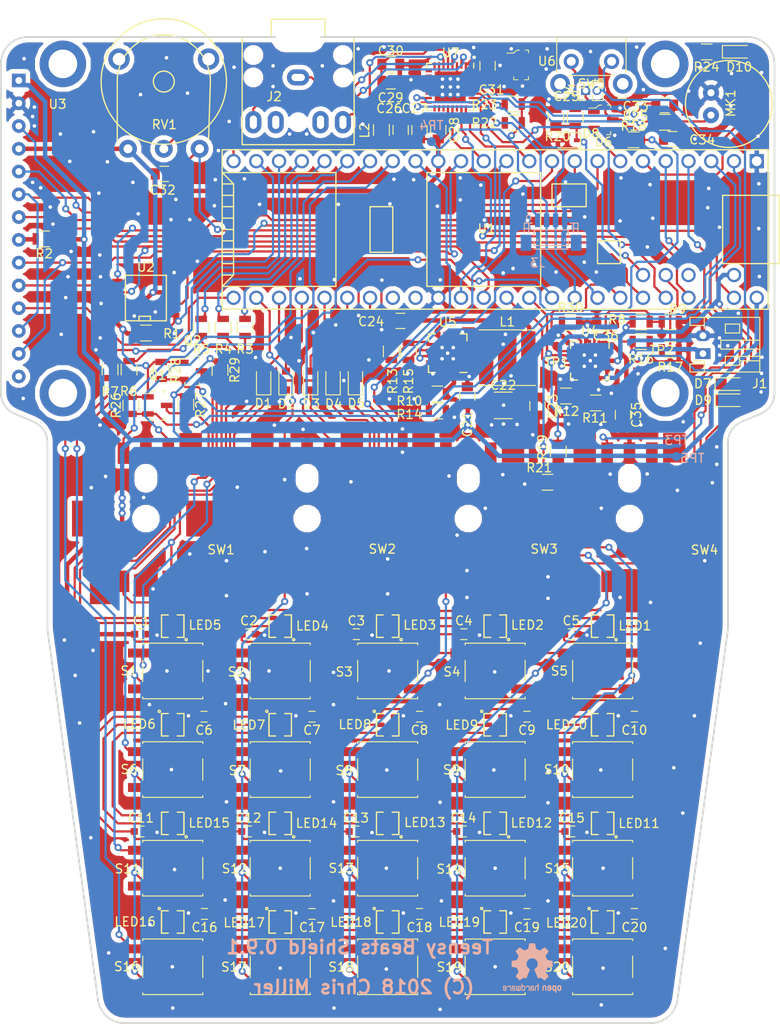
<source format=kicad_pcb>
(kicad_pcb (version 20171130) (host pcbnew "(5.0.0-3-g5ebb6b6)")
  (layers (0 F.Cu signal) (31 B.Cu signal) (34 B.Paste user) (35 F.Paste user) (36 B.SilkS user) (37 F.SilkS user) (38 B.Mask user) (39 F.Mask user) (44 Edge.Cuts user))
  (net 0 "")
  (net 1 "Net-(U1-Pad55)")
  (net 2 "Net-(D1-Pad1)")
  (net 3 "Net-(D2-Pad1)")
  (net 4 "Net-(D3-Pad1)")
  (net 5 "Net-(D4-Pad1)")
  (net 6 GND)
  (net 7 +5V)
  (net 8 +3V3)
  (net 9 +1V8)
  (net 10 +BATT)
  (net 11 VBUS)
  (net 12 CS)
  (net 13 MISO)
  (net 14 MOSI)
  (net 15 SCLK)
  (net 16 SDA)
  (net 17 SCL)
  (net 18 MCLK)
  (net 19 BCLK)
  (net 20 RX)
  (net 21 TFT_DC)
  (net 22 TFT_CS)
  (net 23 TX)
  (net 24 LRCLK)
  (net 25 KEYPAD_C3)
  (net 26 KEYPAD_C2)
  (net 27 KEYPAD_C1)
  (net 28 KEYPAD_C0)
  (net 29 "Net-(R12-Pad1)")
  (net 30 "Net-(R11-Pad1)")
  (net 31 KEYPAD_R3)
  (net 32 KEYPAD_R2)
  (net 33 KEYPAD_R1)
  (net 34 KEYPAD_R0)
  (net 35 AGND)
  (net 36 "Net-(LED10-Pad3)")
  (net 37 "Net-(LED10-Pad2)")
  (net 38 "Net-(LED1-Pad2)")
  (net 39 "Net-(LED1-Pad3)")
  (net 40 "Net-(LED11-Pad3)")
  (net 41 "Net-(LED11-Pad2)")
  (net 42 "Net-(LED16-Pad2)")
  (net 43 "Net-(LED16-Pad3)")
  (net 44 "Net-(LED1-Pad4)")
  (net 45 "Net-(LED1-Pad5)")
  (net 46 KEYPAD_R4)
  (net 47 "Net-(D5-Pad1)")
  (net 48 KEYPAD_C4)
  (net 49 VOLUME)
  (net 50 TOUCH_CS)
  (net 51 PCTL)
  (net 52 PWR_BTN)
  (net 53 TOUCH_IRQ)
  (net 54 E4B)
  (net 55 E4A)
  (net 56 E3B)
  (net 57 E3A)
  (net 58 E2B)
  (net 59 E2A)
  (net 60 E1B)
  (net 61 E1A)
  (net 62 RGB_CLOCK)
  (net 63 RGB_DATA)
  (net 64 VLIPO)
  (net 65 BATT_LEVEL)
  (net 66 BATT_STAT2)
  (net 67 BATT_STAT1)
  (net 68 "Net-(D9-Pad1)")
  (net 69 "Net-(D10-Pad1)")
  (net 70 REC_LED)
  (net 71 "Net-(D6-Pad3)")
  (net 72 "Net-(R2-Pad2)")
  (net 73 "Net-(R3-Pad1)")
  (net 74 "Net-(R4-Pad1)")
  (net 75 "Net-(R5-Pad1)")
  (net 76 "Net-(R6-Pad1)")
  (net 77 "Net-(C33-Pad2)")
  (net 78 "Net-(C34-Pad1)")
  (net 79 "Net-(D7-Pad1)")
  (net 80 "Net-(R7-Pad1)")
  (net 81 "Net-(R13-Pad2)")
  (net 82 "Net-(R10-Pad2)")
  (net 83 "Net-(J2-Pad1)")
  (net 84 "Net-(J2-Pad2)")
  (net 85 "Net-(J2-Pad3)")
  (net 86 "Net-(LED16-Pad4)")
  (net 87 "Net-(LED16-Pad5)")
  (net 88 "Net-(LED19-Pad4)")
  (net 89 "Net-(LED19-Pad5)")
  (net 90 "Net-(LED18-Pad4)")
  (net 91 "Net-(LED18-Pad5)")
  (net 92 "Net-(LED17-Pad4)")
  (net 93 "Net-(LED17-Pad5)")
  (net 94 "Net-(LED15-Pad4)")
  (net 95 "Net-(LED14-Pad4)")
  (net 96 "Net-(LED14-Pad5)")
  (net 97 "Net-(LED15-Pad5)")
  (net 98 "Net-(LED2-Pad4)")
  (net 99 "Net-(LED2-Pad5)")
  (net 100 "Net-(LED3-Pad4)")
  (net 101 "Net-(LED3-Pad5)")
  (net 102 "Net-(LED4-Pad4)")
  (net 103 "Net-(LED4-Pad5)")
  (net 104 "Net-(LED6-Pad4)")
  (net 105 "Net-(LED6-Pad5)")
  (net 106 "Net-(LED7-Pad4)")
  (net 107 "Net-(LED7-Pad5)")
  (net 108 "Net-(LED8-Pad4)")
  (net 109 "Net-(LED8-Pad5)")
  (net 110 "Net-(LED11-Pad4)")
  (net 111 "Net-(LED11-Pad5)")
  (net 112 "Net-(LED12-Pad4)")
  (net 113 "Net-(LED12-Pad5)")
  (net 114 "Net-(LED13-Pad4)")
  (net 115 "Net-(LED13-Pad5)")
  (net 116 "Net-(L1-Pad1)")
  (net 117 "Net-(C29-Pad1)")
  (net 118 "Net-(U7-Pad18)")
  (net 119 "Net-(C33-Pad1)")
  (net 120 "Net-(U7-Pad14)")
  (net 121 "Net-(U7-Pad13)")
  (net 122 "Net-(U7-Pad12)")
  (net 123 "Net-(U7-Pad11)")
  (net 124 "Net-(U7-Pad10)")
  (net 125 "Net-(U5-Pad12)")
  (net 126 "Net-(U5-Pad2)")
  (net 127 "Net-(U1-Pad37)")
  (net 128 RGB_DATA_HIGH)
  (net 129 RGB_CLOCK_HIGH)
  (net 130 "Net-(R30-Pad1)")
  (net 131 PG)
  (net 132 VPCC)
  (net 133 "Net-(U1-Pad38)")
  (net 134 "Net-(D6-Pad1)")
  (module Pin_Headers:Pin_Header_Straight_1x02_Pitch1.27mm (layer F.Cu) (at 122.1 43.25 90)
    (fp_text reference J4 (at 0 -1.695 90) (layer F.SilkS))
    (fp_text value Conn_01x02_Male)
    (pad 2 thru_hole oval (at 0 1.27 90) (size 1 1) (drill 0.65) (layers *.Cu *.Mask) (net 10 +BATT))
    (pad 1 thru_hole rect (at 0 0 90) (size 1 1) (drill 0.65) (layers *.Cu *.Mask) (net 71 "Net-(D6-Pad3)"))
  )
  (module teensy_beats_parts:2.4inTFT_TOUCH_SPI (layer F.Cu) (at 95.4 58.64)
    (fp_text reference U3 (at -32.26 -13.87) (layer F.SilkS))
    (fp_text value TFT_TOUCH_SPI hide)
    (pad "" thru_hole circle (at 35.59 -18.36) (size 5.2 5.2) (drill 3.2) (layers *.Cu *.Mask))
    (pad "" thru_hole circle (at 35.59 18.36) (size 5.2 5.2) (drill 3.2) (layers *.Cu *.Mask))
    (pad "" thru_hole circle (at -31.67 18.36) (size 5.2 5.2) (drill 3.2) (layers *.Cu *.Mask))
    (pad "" thru_hole circle (at -31.67 -18.36) (size 5.2 5.2) (drill 3.2) (layers *.Cu *.Mask))
    (pad 1 thru_hole rect (at -36.59 -16.51) (size 1.524 1.524) (drill 0.762) (layers *.Cu *.Mask) (net 7 +5V))
    (pad 13 thru_hole circle (at -36.59 13.97) (size 1.524 1.524) (drill 0.762) (layers *.Cu *.Mask) (net 13 MISO))
    (pad 12 thru_hole circle (at -36.59 11.43) (size 1.524 1.524) (drill 0.762) (layers *.Cu *.Mask) (net 14 MOSI))
    (pad 11 thru_hole circle (at -36.59 8.89) (size 1.524 1.524) (drill 0.762) (layers *.Cu *.Mask) (net 50 TOUCH_CS))
    (pad 10 thru_hole circle (at -36.59 6.35) (size 1.524 1.524) (drill 0.762) (layers *.Cu *.Mask) (net 15 SCLK))
    (pad 9 thru_hole circle (at -36.59 3.81) (size 1.524 1.524) (drill 0.762) (layers *.Cu *.Mask) (net 13 MISO))
    (pad 8 thru_hole circle (at -36.59 1.27) (size 1.524 1.524) (drill 0.762) (layers *.Cu *.Mask) (net 72 "Net-(R2-Pad2)"))
    (pad 7 thru_hole circle (at -36.59 -1.27) (size 1.524 1.524) (drill 0.762) (layers *.Cu *.Mask) (net 15 SCLK))
    (pad 6 thru_hole circle (at -36.59 -3.81) (size 1.524 1.524) (drill 0.762) (layers *.Cu *.Mask) (net 14 MOSI))
    (pad 5 thru_hole circle (at -36.59 -6.35) (size 1.524 1.524) (drill 0.762) (layers *.Cu *.Mask) (net 21 TFT_DC))
    (pad 4 thru_hole circle (at -36.59 -8.89) (size 1.524 1.524) (drill 0.762) (layers *.Cu *.Mask) (net 8 +3V3))
    (pad 3 thru_hole circle (at -36.59 -11.43) (size 1.524 1.524) (drill 0.762) (layers *.Cu *.Mask) (net 22 TFT_CS))
    (pad 2 thru_hole circle (at -36.59 -13.97) (size 1.524 1.524) (drill 0.762) (layers *.Cu *.Mask) (net 6 GND))
    (pad 14 thru_hole circle (at -36.59 16.51) (size 1.524 1.524) (drill 0.762) (layers *.Cu *.Mask) (net 53 TOUCH_IRQ))
  )
  (module teensy_beats_parts:Teensy35_36 (layer F.Cu) (at 112 58.75 180)
    (fp_text reference U1 (at 0.95 0.075 180) (layer F.SilkS))
    (fp_text value Teensy3.6 hide)
    (pad 57 thru_hole circle (at -16.51 -5.08 180) (size 1.6 1.6) (drill 1.1) (layers *.Cu *.Mask) (net 52 PWR_BTN))
    (pad 56 thru_hole circle (at -19.05 -5.08 180) (size 1.6 1.6) (drill 1.1) (layers *.Cu *.Mask) (net 65 BATT_LEVEL))
    (pad 55 thru_hole circle (at -21.59 -5.08 180) (size 1.6 1.6) (drill 1.1) (layers *.Cu *.Mask) (net 1 "Net-(U1-Pad55)"))
    (pad 54 thru_hole circle (at -26.67 -5.08 180) (size 1.6 1.6) (drill 1.1) (layers *.Cu *.Mask) (net 11 VBUS))
    (pad 53 thru_hole circle (at -29.21 -7.62 180) (size 1.6 1.6) (drill 1.1) (layers *.Cu *.Mask) (net 7 +5V))
    (pad 52 thru_hole circle (at -26.67 -7.62 180) (size 1.6 1.6) (drill 1.1) (layers *.Cu *.Mask) (net 35 AGND))
    (pad 50 thru_hole circle (at -21.59 -7.62 180) (size 1.6 1.6) (drill 1.1) (layers *.Cu *.Mask) (net 24 LRCLK))
    (pad 49 thru_hole circle (at -19.05 -7.62 180) (size 1.6 1.6) (drill 1.1) (layers *.Cu *.Mask) (net 23 TX))
    (pad 48 thru_hole circle (at -16.51 -7.62 180) (size 1.6 1.6) (drill 1.1) (layers *.Cu *.Mask) (net 22 TFT_CS))
    (pad 47 thru_hole circle (at -13.97 -7.62 180) (size 1.6 1.6) (drill 1.1) (layers *.Cu *.Mask) (net 131 PG))
    (pad 46 thru_hole circle (at -11.43 -7.62 180) (size 1.6 1.6) (drill 1.1) (layers *.Cu *.Mask) (net 17 SCL))
    (pad 45 thru_hole circle (at -8.89 -7.62 180) (size 1.6 1.6) (drill 1.1) (layers *.Cu *.Mask) (net 16 SDA))
    (pad 44 thru_hole circle (at -6.35 -7.62 180) (size 1.6 1.6) (drill 1.1) (layers *.Cu *.Mask) (net 59 E2A))
    (pad 43 thru_hole circle (at -3.81 -7.62 180) (size 1.6 1.6) (drill 1.1) (layers *.Cu *.Mask) (net 66 BATT_STAT2))
    (pad 42 thru_hole circle (at -1.27 -7.62 180) (size 1.6 1.6) (drill 1.1) (layers *.Cu *.Mask) (net 67 BATT_STAT1))
    (pad 41 thru_hole circle (at 1.27 -7.62 180) (size 1.6 1.6) (drill 1.1) (layers *.Cu *.Mask) (net 15 SCLK))
    (pad 40 thru_hole circle (at 3.81 -7.62 180) (size 1.6 1.6) (drill 1.1) (layers *.Cu *.Mask) (net 20 RX))
    (pad 39 thru_hole circle (at 6.35 -7.62 180) (size 1.6 1.6) (drill 1.1) (layers *.Cu *.Mask) (net 6 GND))
    (pad 38 thru_hole circle (at 8.89 -7.62 180) (size 1.6 1.6) (drill 1.1) (layers *.Cu *.Mask) (net 133 "Net-(U1-Pad38)"))
    (pad 1 thru_hole rect (at -29.21 7.62 180) (size 1.6 1.6) (drill 1.1) (layers *.Cu *.Mask) (net 6 GND))
    (pad 2 thru_hole circle (at -26.67 7.62 180) (size 1.6 1.6) (drill 1.1) (layers *.Cu *.Mask) (net 62 RGB_CLOCK))
    (pad 3 thru_hole circle (at -24.13 7.62 180) (size 1.6 1.6) (drill 1.1) (layers *.Cu *.Mask) (net 63 RGB_DATA))
    (pad 4 thru_hole circle (at -21.59 7.62 180) (size 1.6 1.6) (drill 1.1) (layers *.Cu *.Mask) (net 54 E4B))
    (pad 5 thru_hole circle (at -19.05 7.62 180) (size 1.6 1.6) (drill 1.1) (layers *.Cu *.Mask) (net 55 E4A))
    (pad 6 thru_hole circle (at -16.51 7.62 180) (size 1.6 1.6) (drill 1.1) (layers *.Cu *.Mask) (net 70 REC_LED))
    (pad 7 thru_hole circle (at -13.97 7.62 180) (size 1.6 1.6) (drill 1.1) (layers *.Cu *.Mask) (net 51 PCTL))
    (pad 8 thru_hole circle (at -11.43 7.62 180) (size 1.6 1.6) (drill 1.1) (layers *.Cu *.Mask) (net 12 CS))
    (pad 9 thru_hole circle (at -8.89 7.62 180) (size 1.6 1.6) (drill 1.1) (layers *.Cu *.Mask) (net 14 MOSI))
    (pad 10 thru_hole circle (at -6.35 7.62 180) (size 1.6 1.6) (drill 1.1) (layers *.Cu *.Mask) (net 56 E3B))
    (pad 11 thru_hole circle (at -3.81 7.62 180) (size 1.6 1.6) (drill 1.1) (layers *.Cu *.Mask) (net 19 BCLK))
    (pad 12 thru_hole circle (at -1.27 7.62 180) (size 1.6 1.6) (drill 1.1) (layers *.Cu *.Mask) (net 21 TFT_DC))
    (pad 13 thru_hole circle (at 1.27 7.62 180) (size 1.6 1.6) (drill 1.1) (layers *.Cu *.Mask) (net 18 MCLK))
    (pad 37 thru_hole circle (at 11.43 -7.62 180) (size 1.6 1.6) (drill 1.1) (layers *.Cu *.Mask) (net 127 "Net-(U1-Pad37)"))
    (pad 36 thru_hole circle (at 13.97 -7.62 180) (size 1.6 1.6) (drill 1.1) (layers *.Cu *.Mask) (net 48 KEYPAD_C4))
    (pad 35 thru_hole circle (at 16.51 -7.62 180) (size 1.6 1.6) (drill 1.1) (layers *.Cu *.Mask) (net 25 KEYPAD_C3))
    (pad 34 thru_hole circle (at 19.05 -7.62 180) (size 1.6 1.6) (drill 1.1) (layers *.Cu *.Mask) (net 26 KEYPAD_C2))
    (pad 33 thru_hole circle (at 21.59 -7.62 180) (size 1.6 1.6) (drill 1.1) (layers *.Cu *.Mask) (net 27 KEYPAD_C1))
    (pad 32 thru_hole circle (at 24.13 -7.62 180) (size 1.6 1.6) (drill 1.1) (layers *.Cu *.Mask) (net 28 KEYPAD_C0))
    (pad 31 thru_hole circle (at 26.67 -7.62 180) (size 1.6 1.6) (drill 1.1) (layers *.Cu *.Mask) (net 58 E2B))
    (pad 30 thru_hole circle (at 29.21 -7.62 180) (size 1.6 1.6) (drill 1.1) (layers *.Cu *.Mask) (net 50 TOUCH_CS))
    (pad 24 thru_hole circle (at 29.21 7.62 180) (size 1.6 1.6) (drill 1.1) (layers *.Cu *.Mask) (net 49 VOLUME))
    (pad 23 thru_hole circle (at 26.67 7.62 180) (size 1.6 1.6) (drill 1.1) (layers *.Cu *.Mask) (net 31 KEYPAD_R3))
    (pad 22 thru_hole circle (at 24.13 7.62 180) (size 1.6 1.6) (drill 1.1) (layers *.Cu *.Mask) (net 32 KEYPAD_R2))
    (pad 21 thru_hole circle (at 21.59 7.62 180) (size 1.6 1.6) (drill 1.1) (layers *.Cu *.Mask) (net 33 KEYPAD_R1))
    (pad 14 thru_hole circle (at 3.81 7.62 180) (size 1.6 1.6) (drill 1.1) (layers *.Cu *.Mask) (net 13 MISO))
    (pad 15 thru_hole circle (at 6.35 7.62 180) (size 1.6 1.6) (drill 1.1) (layers *.Cu *.Mask) (net 8 +3V3))
    (pad 16 thru_hole circle (at 8.89 7.62 180) (size 1.6 1.6) (drill 1.1) (layers *.Cu *.Mask) (net 57 E3A))
    (pad 20 thru_hole circle (at 19.05 7.62 180) (size 1.6 1.6) (drill 1.1) (layers *.Cu *.Mask) (net 34 KEYPAD_R0))
    (pad 19 thru_hole circle (at 16.51 7.62 180) (size 1.6 1.6) (drill 1.1) (layers *.Cu *.Mask) (net 46 KEYPAD_R4))
    (pad 18 thru_hole circle (at 13.97 7.62 180) (size 1.6 1.6) (drill 1.1) (layers *.Cu *.Mask) (net 60 E1B))
    (pad 17 thru_hole circle (at 11.43 7.62 180) (size 1.6 1.6) (drill 1.1) (layers *.Cu *.Mask) (net 61 E1A))
  )
  (module Connectors_JST:JST_SH_BM04B-SRSS-TB_04x1.00mm_Straight (layer B.Cu) (at 118.25 58.975)
    (fp_text reference J3 (at -1.5 3.5) (layer B.SilkS) (effects (justify mirror)))
    (fp_text value Conn_01x04_Male)
    (pad "" smd rect (at 2.8 1.2625) (size 1.2 1.8) (layers B.Cu B.Paste B.Mask))
    (pad "" smd rect (at -2.8 1.2625) (size 1.2 1.8) (layers B.Cu B.Paste B.Mask))
    (pad 4 smd rect (at 1.5 -1.2625) (size 0.6 1.55) (layers B.Cu B.Paste B.Mask) (net 6 GND))
    (pad 3 smd rect (at 0.5 -1.2625) (size 0.6 1.55) (layers B.Cu B.Paste B.Mask) (net 17 SCL))
    (pad 2 smd rect (at -0.5 -1.2625) (size 0.6 1.55) (layers B.Cu B.Paste B.Mask) (net 16 SDA))
    (pad 1 smd rect (at -1.5 -1.2625) (size 0.6 1.55) (layers B.Cu B.Paste B.Mask) (net 8 +3V3))
  )
  (module teensy_beats_parts:TestPoint1mm (layer B.Cu) (at 134.025 86.075)
    (fp_text reference TP5 (at 0 -1.8) (layer B.SilkS) (effects (justify mirror)))
    (fp_text value TestPoint)
    (pad 1 smd circle (at 0 0) (size 1 1) (layers B.Cu B.Paste B.Mask) (net 6 GND))
  )
  (module teensy_beats_parts:TestPoint1mm (layer B.Cu) (at 104.875 48.95)
    (fp_text reference TP4 (at 0 -1.8) (layer B.SilkS) (effects (justify mirror)))
    (fp_text value TestPoint)
    (pad 1 smd circle (at 0 0) (size 1 1) (layers B.Cu B.Paste B.Mask) (net 8 +3V3))
  )
  (module teensy_beats_parts:TestPoint1mm (layer B.Cu) (at 132.25 84.075)
    (fp_text reference TP3 (at 0 -1.8) (layer B.SilkS) (effects (justify mirror)))
    (fp_text value TestPoint)
    (pad 1 smd circle (at 0 0) (size 1 1) (layers B.Cu B.Paste B.Mask) (net 7 +5V))
  )
  (module teensy_beats_parts:TestPoint1mm (layer F.Cu) (at 118.875 71.775)
    (fp_text reference TP1 (at 0 1.8) (layer F.SilkS))
    (fp_text value TestPoint)
    (pad 1 smd circle (at 0 0) (size 1 1) (layers F.Cu F.Paste F.Mask) (net 131 PG))
  )
  (module teensy_beats_parts:TestPoint1mm (layer F.Cu) (at 130.6 70.425)
    (fp_text reference TP2 (at 0 1.8) (layer F.SilkS))
    (fp_text value TestPoint)
    (pad 1 smd circle (at 0 0) (size 1 1) (layers F.Cu F.Paste F.Mask) (net 132 VPCC))
  )
  (module Capacitors_SMD:C_0805 (layer F.Cu) (at 126.275 79.425 270)
    (fp_text reference C35 (at 0 -1.5 270) (layer F.SilkS))
    (fp_text value 4.7uF)
    (pad 1 smd rect (at -1 0 270) (size 1 1.25) (layers F.Cu F.Paste F.Mask) (net 10 +BATT))
    (pad 2 smd rect (at 1 0 270) (size 1 1.25) (layers F.Cu F.Paste F.Mask) (net 6 GND))
  )
  (module Capacitors_SMD:C_0805 (layer F.Cu) (at 124.35 69.125 180)
    (fp_text reference C36 (at 0 -1.5 180) (layer F.SilkS))
    (fp_text value 10uF)
    (pad 2 smd rect (at 1 0 180) (size 1 1.25) (layers F.Cu F.Paste F.Mask) (net 6 GND))
    (pad 1 smd rect (at -1 0 180) (size 1 1.25) (layers F.Cu F.Paste F.Mask) (net 64 VLIPO))
  )
  (module Capacitors_SMD:C_1210 (layer F.Cu) (at 112.9 78.375)
    (fp_text reference C22 (at 0 -2.25) (layer F.SilkS))
    (fp_text value 100uF)
    (pad 2 smd rect (at 1.5 0) (size 1 2.5) (layers F.Cu F.Paste F.Mask) (net 6 GND))
    (pad 1 smd rect (at -1.5 0) (size 1 2.5) (layers F.Cu F.Paste F.Mask) (net 7 +5V))
  )
  (module Resistors_SMD:R_0805 (layer F.Cu) (at 120.41 69.13)
    (fp_text reference R30 (at 0 -1.65) (layer F.SilkS))
    (fp_text value 10K)
    (pad 2 smd rect (at 0.95 0) (size 0.7 1.3) (layers F.Cu F.Paste F.Mask) (net 6 GND))
    (pad 1 smd rect (at -0.95 0) (size 0.7 1.3) (layers F.Cu F.Paste F.Mask) (net 130 "Net-(R30-Pad1)"))
  )
  (module Resistors_SMD:R_0805 (layer F.Cu) (at 71.325 78.375 90)
    (fp_text reference R26 (at 0 -1.65 90) (layer F.SilkS))
    (fp_text value 10K)
    (pad 1 smd rect (at -0.95 0 90) (size 0.7 1.3) (layers F.Cu F.Paste F.Mask) (net 62 RGB_CLOCK))
    (pad 2 smd rect (at 0.95 0 90) (size 0.7 1.3) (layers F.Cu F.Paste F.Mask) (net 8 +3V3))
  )
  (module Resistors_SMD:R_0805 (layer F.Cu) (at 77.45 78.3 270)
    (fp_text reference R27 (at 0 -1.65 270) (layer F.SilkS))
    (fp_text value 10K)
    (pad 2 smd rect (at 0.95 0 270) (size 0.7 1.3) (layers F.Cu F.Paste F.Mask) (net 129 RGB_CLOCK_HIGH))
    (pad 1 smd rect (at -0.95 0 270) (size 0.7 1.3) (layers F.Cu F.Paste F.Mask) (net 7 +5V))
  )
  (module Resistors_SMD:R_0805 (layer F.Cu) (at 74.7 74.475 270)
    (fp_text reference R28 (at 0 -1.65 270) (layer F.SilkS))
    (fp_text value 10K)
    (pad 1 smd rect (at -0.95 0 270) (size 0.7 1.3) (layers F.Cu F.Paste F.Mask) (net 8 +3V3))
    (pad 2 smd rect (at 0.95 0 270) (size 0.7 1.3) (layers F.Cu F.Paste F.Mask) (net 63 RGB_DATA))
  )
  (module Resistors_SMD:R_0805 (layer F.Cu) (at 81.275 74.425 270)
    (fp_text reference R29 (at 0 -1.65 270) (layer F.SilkS))
    (fp_text value 10K)
    (pad 2 smd rect (at 0.95 0 270) (size 0.7 1.3) (layers F.Cu F.Paste F.Mask) (net 128 RGB_DATA_HIGH))
    (pad 1 smd rect (at -0.95 0 270) (size 0.7 1.3) (layers F.Cu F.Paste F.Mask) (net 7 +5V))
  )
  (module digikey-footprints:SOT-23-3 (layer F.Cu) (at 74.275 78.375)
    (fp_text reference Q1 (at 0.025 -3.375) (layer F.SilkS))
    (fp_text value BSS138)
    (pad 3 smd rect (at 1.05 0) (size 1.3 0.6) (layers F.Cu F.Paste F.Mask) (net 129 RGB_CLOCK_HIGH))
    (pad 2 smd rect (at -1.05 0.95) (size 1.3 0.6) (layers F.Cu F.Paste F.Mask) (net 62 RGB_CLOCK))
    (pad 1 smd rect (at -1.05 -0.95) (size 1.3 0.6) (layers F.Cu F.Paste F.Mask) (net 8 +3V3))
  )
  (module digikey-footprints:SOT-23-3 (layer F.Cu) (at 78.175 74.525)
    (fp_text reference Q2 (at 0.025 -3.375) (layer F.SilkS))
    (fp_text value BSS138)
    (pad 1 smd rect (at -1.05 -0.95) (size 1.3 0.6) (layers F.Cu F.Paste F.Mask) (net 8 +3V3))
    (pad 2 smd rect (at -1.05 0.95) (size 1.3 0.6) (layers F.Cu F.Paste F.Mask) (net 63 RGB_DATA))
    (pad 3 smd rect (at 1.05 0) (size 1.3 0.6) (layers F.Cu F.Paste F.Mask) (net 128 RGB_DATA_HIGH))
  )
  (module Capacitors_SMD:C_0603 (layer F.Cu) (at 115.55 113.1 180)
    (fp_text reference C9 (at 0 -1.5 180) (layer F.SilkS))
    (fp_text value 0.1uF)
    (pad 2 smd rect (at 0.75 0 180) (size 0.8 0.75) (layers F.Cu F.Paste F.Mask) (net 6 GND))
    (pad 1 smd rect (at -0.75 0 180) (size 0.8 0.75) (layers F.Cu F.Paste F.Mask) (net 7 +5V))
  )
  (module Capacitors_SMD:C_0603 (layer F.Cu) (at 103.55 113.1 180)
    (fp_text reference C8 (at 0 -1.5 180) (layer F.SilkS))
    (fp_text value 0.1uF)
    (pad 1 smd rect (at -0.75 0 180) (size 0.8 0.75) (layers F.Cu F.Paste F.Mask) (net 7 +5V))
    (pad 2 smd rect (at 0.75 0 180) (size 0.8 0.75) (layers F.Cu F.Paste F.Mask) (net 6 GND))
  )
  (module Capacitors_SMD:C_0603 (layer F.Cu) (at 91.55 113.1 180)
    (fp_text reference C7 (at 0 -1.5 180) (layer F.SilkS))
    (fp_text value 0.1uF)
    (pad 2 smd rect (at 0.75 0 180) (size 0.8 0.75) (layers F.Cu F.Paste F.Mask) (net 6 GND))
    (pad 1 smd rect (at -0.75 0 180) (size 0.8 0.75) (layers F.Cu F.Paste F.Mask) (net 7 +5V))
  )
  (module Capacitors_SMD:C_0603 (layer F.Cu) (at 79.5 113.1 180)
    (fp_text reference C6 (at 0 -1.5 180) (layer F.SilkS))
    (fp_text value 0.1uF)
    (pad 1 smd rect (at -0.75 0 180) (size 0.8 0.75) (layers F.Cu F.Paste F.Mask) (net 7 +5V))
    (pad 2 smd rect (at 0.75 0 180) (size 0.8 0.75) (layers F.Cu F.Paste F.Mask) (net 6 GND))
  )
  (module Capacitors_SMD:C_0603 (layer F.Cu) (at 120.5 103.9)
    (fp_text reference C5 (at 0 -1.5) (layer F.SilkS))
    (fp_text value 0.1uF)
    (pad 2 smd rect (at 0.75 0) (size 0.8 0.75) (layers F.Cu F.Paste F.Mask) (net 6 GND))
    (pad 1 smd rect (at -0.75 0) (size 0.8 0.75) (layers F.Cu F.Paste F.Mask) (net 7 +5V))
  )
  (module Capacitors_SMD:C_0603 (layer F.Cu) (at 108.5 103.9)
    (fp_text reference C4 (at 0 -1.5) (layer F.SilkS))
    (fp_text value 0.1uF)
    (pad 1 smd rect (at -0.75 0) (size 0.8 0.75) (layers F.Cu F.Paste F.Mask) (net 7 +5V))
    (pad 2 smd rect (at 0.75 0) (size 0.8 0.75) (layers F.Cu F.Paste F.Mask) (net 6 GND))
  )
  (module Capacitors_SMD:C_0603 (layer F.Cu) (at 96.5 103.9)
    (fp_text reference C3 (at 0 -1.5) (layer F.SilkS))
    (fp_text value 0.1uF)
    (pad 2 smd rect (at 0.75 0) (size 0.8 0.75) (layers F.Cu F.Paste F.Mask) (net 6 GND))
    (pad 1 smd rect (at -0.75 0) (size 0.8 0.75) (layers F.Cu F.Paste F.Mask) (net 7 +5V))
  )
  (module Capacitors_SMD:C_0603 (layer F.Cu) (at 84.5 103.9)
    (fp_text reference C2 (at 0 -1.5) (layer F.SilkS))
    (fp_text value 0.1uF)
    (pad 1 smd rect (at -0.75 0) (size 0.8 0.75) (layers F.Cu F.Paste F.Mask) (net 7 +5V))
    (pad 2 smd rect (at 0.75 0) (size 0.8 0.75) (layers F.Cu F.Paste F.Mask) (net 6 GND))
  )
  (module Capacitors_SMD:C_0603 (layer F.Cu) (at 72.5 103.9)
    (fp_text reference C1 (at 0 -1.5) (layer F.SilkS))
    (fp_text value 0.1uF)
    (pad 2 smd rect (at 0.75 0) (size 0.8 0.75) (layers F.Cu F.Paste F.Mask) (net 6 GND))
    (pad 1 smd rect (at -0.75 0) (size 0.8 0.75) (layers F.Cu F.Paste F.Mask) (net 7 +5V))
  )
  (module Capacitors_SMD:C_0603 (layer F.Cu) (at 127.55 113.1 180)
    (fp_text reference C10 (at 0 -1.5 180) (layer F.SilkS))
    (fp_text value 0.1uF)
    (pad 1 smd rect (at -0.75 0 180) (size 0.8 0.75) (layers F.Cu F.Paste F.Mask) (net 7 +5V))
    (pad 2 smd rect (at 0.75 0 180) (size 0.8 0.75) (layers F.Cu F.Paste F.Mask) (net 6 GND))
  )
  (module Capacitors_SMD:C_0603 (layer F.Cu) (at 72.45 125.9)
    (fp_text reference C11 (at 0 -1.5) (layer F.SilkS))
    (fp_text value 0.1uF)
    (pad 2 smd rect (at 0.75 0) (size 0.8 0.75) (layers F.Cu F.Paste F.Mask) (net 6 GND))
    (pad 1 smd rect (at -0.75 0) (size 0.8 0.75) (layers F.Cu F.Paste F.Mask) (net 7 +5V))
  )
  (module Capacitors_SMD:C_0603 (layer F.Cu) (at 84.45 125.9)
    (fp_text reference C12 (at 0 -1.5) (layer F.SilkS))
    (fp_text value 0.1uF)
    (pad 1 smd rect (at -0.75 0) (size 0.8 0.75) (layers F.Cu F.Paste F.Mask) (net 7 +5V))
    (pad 2 smd rect (at 0.75 0) (size 0.8 0.75) (layers F.Cu F.Paste F.Mask) (net 6 GND))
  )
  (module Capacitors_SMD:C_0603 (layer F.Cu) (at 96.45 125.9)
    (fp_text reference C13 (at 0 -1.5) (layer F.SilkS))
    (fp_text value 0.1uF)
    (pad 2 smd rect (at 0.75 0) (size 0.8 0.75) (layers F.Cu F.Paste F.Mask) (net 6 GND))
    (pad 1 smd rect (at -0.75 0) (size 0.8 0.75) (layers F.Cu F.Paste F.Mask) (net 7 +5V))
  )
  (module Capacitors_SMD:C_0603 (layer F.Cu) (at 108.45 125.9)
    (fp_text reference C14 (at 0 -1.5) (layer F.SilkS))
    (fp_text value 0.1uF)
    (pad 1 smd rect (at -0.75 0) (size 0.8 0.75) (layers F.Cu F.Paste F.Mask) (net 7 +5V))
    (pad 2 smd rect (at 0.75 0) (size 0.8 0.75) (layers F.Cu F.Paste F.Mask) (net 6 GND))
  )
  (module Capacitors_SMD:C_0805 (layer F.Cu) (at 108.9 77.3 90)
    (fp_text reference C21 (at -3.175 0 90) (layer F.SilkS))
    (fp_text value 2.2uF)
    (pad 2 smd rect (at 1 0 90) (size 1 1.25) (layers F.Cu F.Paste F.Mask) (net 6 GND))
    (pad 1 smd rect (at -1 0 90) (size 1 1.25) (layers F.Cu F.Paste F.Mask) (net 7 +5V))
  )
  (module Capacitors_SMD:C_0805 (layer F.Cu) (at 116.725 78.45 270)
    (fp_text reference C23 (at 0.05 -1.725 270) (layer F.SilkS))
    (fp_text value 10uF)
    (pad 1 smd rect (at -1 0 270) (size 1 1.25) (layers F.Cu F.Paste F.Mask) (net 10 +BATT))
    (pad 2 smd rect (at 1 0 270) (size 1 1.25) (layers F.Cu F.Paste F.Mask) (net 6 GND))
  )
  (module Capacitors_SMD:C_0805 (layer F.Cu) (at 101.425 68.95 180)
    (fp_text reference C24 (at 3.275 -0.075 180) (layer F.SilkS))
    (fp_text value 0.1uF)
    (pad 2 smd rect (at 1 0 180) (size 1 1.25) (layers F.Cu F.Paste F.Mask) (net 6 GND))
    (pad 1 smd rect (at -1 0 180) (size 1 1.25) (layers F.Cu F.Paste F.Mask) (net 10 +BATT))
  )
  (module Capacitors_SMD:C_0805 (layer F.Cu) (at 118.78 46.26 90)
    (fp_text reference C25 (at 2.35 1.175 180) (layer F.SilkS))
    (fp_text value 1uF)
    (pad 1 smd rect (at -1 0 90) (size 1 1.25) (layers F.Cu F.Paste F.Mask) (net 52 PWR_BTN))
    (pad 2 smd rect (at 1 0 90) (size 1 1.25) (layers F.Cu F.Paste F.Mask) (net 6 GND))
  )
  (module Capacitors_SMD:C_0805 (layer F.Cu) (at 101.45 47.65 90)
    (fp_text reference C26 (at 2.4 -1.275 180) (layer F.SilkS))
    (fp_text value 2.2uF hide)
    (pad 2 smd rect (at 1 0 90) (size 1 1.25) (layers F.Cu F.Paste F.Mask) (net 6 GND))
    (pad 1 smd rect (at -1 0 90) (size 1 1.25) (layers F.Cu F.Paste F.Mask) (net 8 +3V3))
  )
  (module Capacitors_SMD:C_0805 (layer F.Cu) (at 103.55 47.65 90)
    (fp_text reference C27 (at 2.4 -0.55 180) (layer F.SilkS))
    (fp_text value 0.1uF)
    (pad 1 smd rect (at -1 0 90) (size 1 1.25) (layers F.Cu F.Paste F.Mask) (net 8 +3V3))
    (pad 2 smd rect (at 1 0 90) (size 1 1.25) (layers F.Cu F.Paste F.Mask) (net 6 GND))
  )
  (module Capacitors_SMD:C_0805 (layer F.Cu) (at 105.65 47.65 90)
    (fp_text reference C28 (at 0 1.8 90) (layer F.SilkS))
    (fp_text value 0.1uF)
    (pad 2 smd rect (at 1 0 90) (size 1 1.25) (layers F.Cu F.Paste F.Mask) (net 6 GND))
    (pad 1 smd rect (at -1 0 90) (size 1 1.25) (layers F.Cu F.Paste F.Mask) (net 8 +3V3))
  )
  (module Capacitors_SMD:C_0805 (layer F.Cu) (at 100.35 42.225)
    (fp_text reference C29 (at -0.025 1.825) (layer F.SilkS))
    (fp_text value 2.2uF)
    (pad 1 smd rect (at -1 0) (size 1 1.25) (layers F.Cu F.Paste F.Mask) (net 117 "Net-(C29-Pad1)"))
    (pad 2 smd rect (at 1 0) (size 1 1.25) (layers F.Cu F.Paste F.Mask) (net 6 GND))
  )
  (module Capacitors_SMD:C_0805 (layer F.Cu) (at 100.35 40.325)
    (fp_text reference C30 (at 0 -1.5) (layer F.SilkS))
    (fp_text value 0.1uF)
    (pad 2 smd rect (at 1 0) (size 1 1.25) (layers F.Cu F.Paste F.Mask) (net 6 GND))
    (pad 1 smd rect (at -1 0) (size 1 1.25) (layers F.Cu F.Paste F.Mask) (net 117 "Net-(C29-Pad1)"))
  )
  (module Capacitors_SMD:C_0805 (layer F.Cu) (at 111.15 40.5 90)
    (fp_text reference C31 (at -2.675 0.45 180) (layer F.SilkS))
    (fp_text value 2.2uF)
    (pad 1 smd rect (at -1 0 90) (size 1 1.25) (layers F.Cu F.Paste F.Mask) (net 9 +1V8))
    (pad 2 smd rect (at 1 0 90) (size 1 1.25) (layers F.Cu F.Paste F.Mask) (net 6 GND))
  )
  (module Capacitors_SMD:C_0805 (layer F.Cu) (at 75.05 52.55)
    (fp_text reference C32 (at -0.175 1.8) (layer F.SilkS))
    (fp_text value 0.1uF)
    (pad 2 smd rect (at 1 0) (size 1 1.25) (layers F.Cu F.Paste F.Mask) (net 35 AGND))
    (pad 1 smd rect (at -1 0) (size 1 1.25) (layers F.Cu F.Paste F.Mask) (net 8 +3V3))
  )
  (module Capacitors_SMD:C_0805 (layer F.Cu) (at 130.94 44.88)
    (fp_text reference C33 (at -3.25 0.125) (layer F.SilkS))
    (fp_text value 0.1uF)
    (pad 1 smd rect (at -1 0) (size 1 1.25) (layers F.Cu F.Paste F.Mask) (net 119 "Net-(C33-Pad1)"))
    (pad 2 smd rect (at 1 0) (size 1 1.25) (layers F.Cu F.Paste F.Mask) (net 77 "Net-(C33-Pad2)"))
  )
  (module Capacitors_SMD:C_0805 (layer F.Cu) (at 131.8 48.675)
    (fp_text reference C34 (at 3.325 0.075) (layer F.SilkS))
    (fp_text value 2.2uF)
    (pad 2 smd rect (at 1 0) (size 1 1.25) (layers F.Cu F.Paste F.Mask) (net 6 GND))
    (pad 1 smd rect (at -1 0) (size 1 1.25) (layers F.Cu F.Paste F.Mask) (net 78 "Net-(C34-Pad1)"))
  )
  (module Connectors_JST:JST_PH_S2B-PH-K_02x2.00mm_Angled (layer F.Cu) (at 135.2 72.6 90)
    (fp_text reference J1 (at -3.35 6.35 180) (layer F.SilkS))
    (fp_text value Conn_01x02_Female hide)
    (pad 2 thru_hole oval (at 2 0 90) (size 1.2 1.7) (drill 0.75) (layers *.Cu *.Mask) (net 6 GND))
    (pad 1 thru_hole rect (at 0 0 90) (size 1.2 1.7) (drill 0.75) (layers *.Cu *.Mask) (net 64 VLIPO))
  )
  (module Housings_DFN_QFN:QFN-16-1EP_4x4mm_Pitch0.65mm (layer F.Cu) (at 106.7 72.55 180)
    (fp_text reference U5 (at 0 3.45 180) (layer F.SilkS))
    (fp_text value TPS61090)
    (pad 17 smd rect (at -0.625 -0.625 180) (size 1.25 1.25) (layers F.Cu F.Paste F.Mask) (net 6 GND))
    (pad 17 smd rect (at -0.625 0.625 180) (size 1.25 1.25) (layers F.Cu F.Paste F.Mask) (net 6 GND))
    (pad 17 smd rect (at 0.625 -0.625 180) (size 1.25 1.25) (layers F.Cu F.Paste F.Mask) (net 6 GND))
    (pad 17 smd rect (at 0.625 0.625 180) (size 1.25 1.25) (layers F.Cu F.Paste F.Mask) (net 6 GND))
    (pad 16 smd rect (at -0.975 -2 270) (size 0.8 0.35) (layers F.Cu F.Paste F.Mask) (net 7 +5V))
    (pad 15 smd rect (at -0.325 -2 270) (size 0.8 0.35) (layers F.Cu F.Paste F.Mask) (net 7 +5V))
    (pad 14 smd rect (at 0.325 -2 270) (size 0.8 0.35) (layers F.Cu F.Paste F.Mask) (net 82 "Net-(R10-Pad2)"))
    (pad 13 smd rect (at 0.975 -2 270) (size 0.8 0.35) (layers F.Cu F.Paste F.Mask) (net 6 GND))
    (pad 12 smd rect (at 2 -0.975 180) (size 0.8 0.35) (layers F.Cu F.Paste F.Mask) (net 125 "Net-(U5-Pad12)"))
    (pad 11 smd rect (at 2 -0.325 180) (size 0.8 0.35) (layers F.Cu F.Paste F.Mask) (net 71 "Net-(D6-Pad3)"))
    (pad 10 smd rect (at 2 0.325 180) (size 0.8 0.35) (layers F.Cu F.Paste F.Mask) (net 6 GND))
    (pad 9 smd rect (at 2 0.975 180) (size 0.8 0.35) (layers F.Cu F.Paste F.Mask) (net 81 "Net-(R13-Pad2)"))
    (pad 8 smd rect (at 0.975 2 270) (size 0.8 0.35) (layers F.Cu F.Paste F.Mask) (net 10 +BATT))
    (pad 7 smd rect (at 0.325 2 270) (size 0.8 0.35) (layers F.Cu F.Paste F.Mask) (net 6 GND))
    (pad 6 smd rect (at -0.325 2 270) (size 0.8 0.35) (layers F.Cu F.Paste F.Mask) (net 6 GND))
    (pad 5 smd rect (at -0.975 2 270) (size 0.8 0.35) (layers F.Cu F.Paste F.Mask) (net 6 GND))
    (pad 4 smd rect (at -2 0.975 180) (size 0.8 0.35) (layers F.Cu F.Paste F.Mask) (net 116 "Net-(L1-Pad1)"))
    (pad 3 smd rect (at -2 0.325 180) (size 0.8 0.35) (layers F.Cu F.Paste F.Mask) (net 116 "Net-(L1-Pad1)"))
    (pad 2 smd rect (at -2 -0.325 180) (size 0.8 0.35) (layers F.Cu F.Paste F.Mask) (net 126 "Net-(U5-Pad2)"))
    (pad 1 smd rect (at -2 -0.975 180) (size 0.8 0.35) (layers F.Cu F.Paste F.Mask) (net 7 +5V))
  )
  (module Housings_DFN_QFN:QFN-20-1EP_4x4mm_Pitch0.5mm (layer F.Cu) (at 122.572452 73.387787 270)
    (fp_text reference U4 (at -3.287787 -0.002548) (layer F.SilkS))
    (fp_text value MCP73871)
    (pad 21 smd rect (at -0.625 -0.625 270) (size 1.25 1.25) (layers F.Cu F.Paste F.Mask) (net 6 GND))
    (pad 21 smd rect (at -0.625 0.625 270) (size 1.25 1.25) (layers F.Cu F.Paste F.Mask) (net 6 GND))
    (pad 21 smd rect (at 0.625 -0.625 270) (size 1.25 1.25) (layers F.Cu F.Paste F.Mask) (net 6 GND))
    (pad 21 smd rect (at 0.625 0.625 270) (size 1.25 1.25) (layers F.Cu F.Paste F.Mask) (net 6 GND))
    (pad 20 smd rect (at -1 -1.965) (size 0.73 0.3) (layers F.Cu F.Paste F.Mask) (net 10 +BATT))
    (pad 19 smd rect (at -0.5 -1.965) (size 0.73 0.3) (layers F.Cu F.Paste F.Mask) (net 11 VBUS))
    (pad 18 smd rect (at 0 -1.965) (size 0.73 0.3) (layers F.Cu F.Paste F.Mask) (net 11 VBUS))
    (pad 17 smd rect (at 0.5 -1.965) (size 0.73 0.3) (layers F.Cu F.Paste F.Mask) (net 11 VBUS))
    (pad 16 smd rect (at 1 -1.965) (size 0.73 0.3) (layers F.Cu F.Paste F.Mask) (net 64 VLIPO))
    (pad 15 smd rect (at 1.965 -1 270) (size 0.73 0.3) (layers F.Cu F.Paste F.Mask) (net 64 VLIPO))
    (pad 14 smd rect (at 1.965 -0.5 270) (size 0.73 0.3) (layers F.Cu F.Paste F.Mask) (net 64 VLIPO))
    (pad 13 smd rect (at 1.965 0 270) (size 0.73 0.3) (layers F.Cu F.Paste F.Mask) (net 30 "Net-(R11-Pad1)"))
    (pad 12 smd rect (at 1.965 0.5 270) (size 0.73 0.3) (layers F.Cu F.Paste F.Mask) (net 29 "Net-(R12-Pad1)"))
    (pad 11 smd rect (at 1.965 1 270) (size 0.73 0.3) (layers F.Cu F.Paste F.Mask) (net 6 GND))
    (pad 10 smd rect (at 1 1.965) (size 0.73 0.3) (layers F.Cu F.Paste F.Mask) (net 6 GND))
    (pad 9 smd rect (at 0.5 1.965) (size 0.73 0.3) (layers F.Cu F.Paste F.Mask) (net 11 VBUS))
    (pad 8 smd rect (at 0 1.965) (size 0.73 0.3) (layers F.Cu F.Paste F.Mask) (net 67 BATT_STAT1))
    (pad 7 smd rect (at -0.5 1.965) (size 0.73 0.3) (layers F.Cu F.Paste F.Mask) (net 66 BATT_STAT2))
    (pad 6 smd rect (at -1 1.965) (size 0.73 0.3) (layers F.Cu F.Paste F.Mask) (net 131 PG))
    (pad 5 smd rect (at -1.965 1 270) (size 0.73 0.3) (layers F.Cu F.Paste F.Mask) (net 130 "Net-(R30-Pad1)"))
    (pad 4 smd rect (at -1.965 0.5 270) (size 0.73 0.3) (layers F.Cu F.Paste F.Mask) (net 11 VBUS))
    (pad 3 smd rect (at -1.965 0 270) (size 0.73 0.3) (layers F.Cu F.Paste F.Mask) (net 11 VBUS))
    (pad 2 smd rect (at -1.965 -0.5 270) (size 0.73 0.3) (layers F.Cu F.Paste F.Mask) (net 132 VPCC))
    (pad 1 smd rect (at -1.965 -1 270) (size 0.73 0.3) (layers F.Cu F.Paste F.Mask) (net 10 +BATT))
  )
  (module Housings_DFN_QFN:QFN-32-1EP_5x5mm_Pitch0.5mm (layer F.Cu) (at 106.983982 42.842864 270)
    (fp_text reference U7 (at -3.792864 -0.041018) (layer F.SilkS))
    (fp_text value SGTL5000)
    (pad 33 smd rect (at -0.8625 -0.8625 270) (size 1.725 1.725) (layers F.Cu F.Paste F.Mask) (net 6 GND))
    (pad 33 smd rect (at -0.8625 0.8625 270) (size 1.725 1.725) (layers F.Cu F.Paste F.Mask) (net 6 GND))
    (pad 33 smd rect (at 0.8625 -0.8625 270) (size 1.725 1.725) (layers F.Cu F.Paste F.Mask) (net 6 GND))
    (pad 33 smd rect (at 0.8625 0.8625 270) (size 1.725 1.725) (layers F.Cu F.Paste F.Mask) (net 6 GND))
    (pad 32 smd rect (at -1.75 -2.4) (size 0.7 0.25) (layers F.Cu F.Paste F.Mask) (net 6 GND))
    (pad 31 smd rect (at -1.25 -2.4) (size 0.7 0.25) (layers F.Cu F.Paste F.Mask) (net 6 GND))
    (pad 30 smd rect (at -0.75 -2.4) (size 0.7 0.25) (layers F.Cu F.Paste F.Mask) (net 9 +1V8))
    (pad 29 smd rect (at -0.25 -2.4) (size 0.7 0.25) (layers F.Cu F.Paste F.Mask) (net 17 SCL))
    (pad 28 smd rect (at 0.25 -2.4) (size 0.7 0.25) (layers F.Cu F.Paste F.Mask))
    (pad 27 smd rect (at 0.75 -2.4) (size 0.7 0.25) (layers F.Cu F.Paste F.Mask) (net 16 SDA))
    (pad 26 smd rect (at 1.25 -2.4) (size 0.7 0.25) (layers F.Cu F.Paste F.Mask) (net 23 TX))
    (pad 25 smd rect (at 1.75 -2.4) (size 0.7 0.25) (layers F.Cu F.Paste F.Mask) (net 20 RX))
    (pad 24 smd rect (at 2.4 -1.75 270) (size 0.7 0.25) (layers F.Cu F.Paste F.Mask) (net 19 BCLK))
    (pad 23 smd rect (at 2.4 -1.25 270) (size 0.7 0.25) (layers F.Cu F.Paste F.Mask) (net 24 LRCLK))
    (pad 22 smd rect (at 2.4 -0.75 270) (size 0.7 0.25) (layers F.Cu F.Paste F.Mask))
    (pad 21 smd rect (at 2.4 -0.25 270) (size 0.7 0.25) (layers F.Cu F.Paste F.Mask) (net 18 MCLK))
    (pad 20 smd rect (at 2.4 0.25 270) (size 0.7 0.25) (layers F.Cu F.Paste F.Mask) (net 8 +3V3))
    (pad 19 smd rect (at 2.4 0.75 270) (size 0.7 0.25) (layers F.Cu F.Paste F.Mask))
    (pad 18 smd rect (at 2.4 1.25 270) (size 0.7 0.25) (layers F.Cu F.Paste F.Mask) (net 118 "Net-(U7-Pad18)"))
    (pad 17 smd rect (at 2.4 1.75 270) (size 0.7 0.25) (layers F.Cu F.Paste F.Mask))
    (pad 16 smd rect (at 1.75 2.4) (size 0.7 0.25) (layers F.Cu F.Paste F.Mask) (net 78 "Net-(C34-Pad1)"))
    (pad 15 smd rect (at 1.25 2.4) (size 0.7 0.25) (layers F.Cu F.Paste F.Mask) (net 119 "Net-(C33-Pad1)"))
    (pad 14 smd rect (at 0.75 2.4) (size 0.7 0.25) (layers F.Cu F.Paste F.Mask) (net 120 "Net-(U7-Pad14)"))
    (pad 13 smd rect (at 0.25 2.4) (size 0.7 0.25) (layers F.Cu F.Paste F.Mask) (net 121 "Net-(U7-Pad13)"))
    (pad 12 smd rect (at -0.25 2.4) (size 0.7 0.25) (layers F.Cu F.Paste F.Mask) (net 122 "Net-(U7-Pad12)"))
    (pad 11 smd rect (at -0.75 2.4) (size 0.7 0.25) (layers F.Cu F.Paste F.Mask) (net 123 "Net-(U7-Pad11)"))
    (pad 10 smd rect (at -1.25 2.4) (size 0.7 0.25) (layers F.Cu F.Paste F.Mask) (net 124 "Net-(U7-Pad10)"))
    (pad 9 smd rect (at -1.75 2.4) (size 0.7 0.25) (layers F.Cu F.Paste F.Mask))
    (pad 8 smd rect (at -2.4 1.75 270) (size 0.7 0.25) (layers F.Cu F.Paste F.Mask))
    (pad 7 smd rect (at -2.4 1.25 270) (size 0.7 0.25) (layers F.Cu F.Paste F.Mask) (net 6 GND))
    (pad 6 smd rect (at -2.4 0.75 270) (size 0.7 0.25) (layers F.Cu F.Paste F.Mask) (net 85 "Net-(J2-Pad3)"))
    (pad 5 smd rect (at -2.4 0.25 270) (size 0.7 0.25) (layers F.Cu F.Paste F.Mask) (net 117 "Net-(C29-Pad1)"))
    (pad 4 smd rect (at -2.4 -0.25 270) (size 0.7 0.25) (layers F.Cu F.Paste F.Mask) (net 83 "Net-(J2-Pad1)"))
    (pad 3 smd rect (at -2.4 -0.75 270) (size 0.7 0.25) (layers F.Cu F.Paste F.Mask) (net 6 GND))
    (pad 2 smd rect (at -2.4 -1.25 270) (size 0.7 0.25) (layers F.Cu F.Paste F.Mask) (net 84 "Net-(J2-Pad2)"))
    (pad 1 smd rect (at -2.4 -1.75 270) (size 0.7 0.25) (layers F.Cu F.Paste F.Mask) (net 6 GND))
  )
  (module Inductors_SMD:L_0805 (layer F.Cu) (at 99.3 47.65 90)
    (fp_text reference L2 (at -0.05 -1.875 90) (layer F.SilkS))
    (fp_text value 600R)
    (pad 2 smd rect (at 0.95 0 90) (size 0.7 1.3) (layers F.Cu F.Paste F.Mask) (net 117 "Net-(C29-Pad1)"))
    (pad 1 smd rect (at -0.95 0 90) (size 0.7 1.3) (layers F.Cu F.Paste F.Mask) (net 8 +3V3))
  )
  (module Inductors_SMD:L_Taiyo-Yuden_NR-60xx (layer F.Cu) (at 113.35 73.05)
    (fp_text reference L1 (at 0 -4) (layer F.SilkS))
    (fp_text value L)
    (pad 2 smd rect (at 2.35 0) (size 1.6 5.9) (layers F.Cu F.Paste F.Mask) (net 10 +BATT))
    (pad 1 smd rect (at -2.35 0) (size 1.6 5.9) (layers F.Cu F.Paste F.Mask) (net 116 "Net-(L1-Pad1)"))
  )
  (module LEDs:LED_0805 (layer F.Cu) (at 138.35 76)
    (fp_text reference D7 (at -3.175 -0.05) (layer F.SilkS))
    (fp_text value STAT1 hide)
    (pad 1 smd rect (at -1.1 0 180) (size 1.2 1.2) (layers F.Cu F.Paste F.Mask) (net 79 "Net-(D7-Pad1)"))
    (pad 2 smd rect (at 1.1 0 180) (size 1.2 1.2) (layers F.Cu F.Paste F.Mask) (net 11 VBUS))
  )
  (module teensy_beats_parts:SJ1-3523N (layer F.Cu) (at 90 37.29 270)
    (fp_text reference J2 (at 6.635 2.675) (layer F.SilkS))
    (fp_text value AudioJack3_Ground hide)
    (pad 1 thru_hole oval (at 4.5 0 270) (size 1.8 2.5) (drill oval 0.8 1.5) (layers *.Cu *.Mask) (net 83 "Net-(J2-Pad1)"))
    (pad 2 thru_hole oval (at 9.5 5 270) (size 2.5 1.8) (drill oval 1.5 0.8) (layers *.Cu *.Mask) (net 84 "Net-(J2-Pad2)"))
    (pad 3 thru_hole oval (at 9.5 -5 270) (size 2.5 1.8) (drill oval 1.5 0.8) (layers *.Cu *.Mask) (net 85 "Net-(J2-Pad3)"))
    (pad "" thru_hole oval (at 9.5 2.5 270) (size 2.5 1.8) (drill oval 1.5 0.8) (layers *.Cu *.Mask))
    (pad "" thru_hole oval (at 9.5 -2.5 270) (size 2.5 1.8) (drill oval 1.5 0.8) (layers *.Cu *.Mask))
    (pad "" np_thru_hole circle (at 4.5 -5 270) (size 1.2 1.2) (drill 1.2) (layers *.Cu *.Mask))
    (pad "" np_thru_hole circle (at 2 -5 270) (size 1.2 1.2) (drill 1.2) (layers *.Cu *.Mask))
    (pad "" np_thru_hole circle (at 2 5 270) (size 1.2 1.2) (drill 1.2) (layers *.Cu *.Mask))
    (pad "" np_thru_hole circle (at 4.5 5 270) (size 1.2 1.2) (drill 1.2) (layers *.Cu *.Mask))
    (pad "" np_thru_hole oval (at 0 0 270) (size 2.4 5) (drill oval 2.4 5) (layers *.Cu *.Mask))
    (pad "" np_thru_hole circle (at 9.5 0 270) (size 1.2 1.2) (drill 1.2) (layers *.Cu *.Mask))
  )
  (module SMD_Packages:SOIC-8-N (layer F.Cu) (at 73 66.4 90)
    (fp_text reference U2 (at 3.45 0 180) (layer F.SilkS))
    (fp_text value M25PX32-VMW)
    (pad 1 smd rect (at -1.905 3.175 90) (size 0.508 1.143) (layers F.Cu F.Paste F.Mask) (net 12 CS))
    (pad 2 smd rect (at -0.635 3.175 90) (size 0.508 1.143) (layers F.Cu F.Paste F.Mask) (net 13 MISO))
    (pad 3 smd rect (at 0.635 3.175 90) (size 0.508 1.143) (layers F.Cu F.Paste F.Mask) (net 8 +3V3))
    (pad 4 smd rect (at 1.905 3.175 90) (size 0.508 1.143) (layers F.Cu F.Paste F.Mask) (net 6 GND))
    (pad 5 smd rect (at 1.905 -3.175 90) (size 0.508 1.143) (layers F.Cu F.Paste F.Mask) (net 14 MOSI))
    (pad 6 smd rect (at 0.635 -3.175 90) (size 0.508 1.143) (layers F.Cu F.Paste F.Mask) (net 15 SCLK))
    (pad 7 smd rect (at -0.635 -3.175 90) (size 0.508 1.143) (layers F.Cu F.Paste F.Mask) (net 8 +3V3))
    (pad 8 smd rect (at -1.905 -3.175 90) (size 0.508 1.143) (layers F.Cu F.Paste F.Mask) (net 8 +3V3))
  )
  (module digikey-footprints:SOT-23-3 (layer F.Cu) (at 114.9 40.4)
    (fp_text reference U6 (at 2.875 -0.425) (layer F.SilkS))
    (fp_text value AP7313-1.8V)
    (pad 3 smd rect (at 1.05 0) (size 1.3 0.6) (layers F.Cu F.Paste F.Mask) (net 8 +3V3))
    (pad 2 smd rect (at -1.05 0.95) (size 1.3 0.6) (layers F.Cu F.Paste F.Mask) (net 9 +1V8))
    (pad 1 smd rect (at -1.05 -0.95) (size 1.3 0.6) (layers F.Cu F.Paste F.Mask) (net 6 GND))
  )
  (module digikey-footprints:SOT-23-3 (layer F.Cu) (at 124.075 46.525)
    (fp_text reference D6 (at 0.025 2.475) (layer F.SilkS))
    (fp_text value D_x2_KCom_AAK)
    (pad 1 smd rect (at -1.05 -0.95) (size 1.3 0.6) (layers F.Cu F.Paste F.Mask) (net 134 "Net-(D6-Pad1)"))
    (pad 2 smd rect (at -1.05 0.95) (size 1.3 0.6) (layers F.Cu F.Paste F.Mask) (net 51 PCTL))
    (pad 3 smd rect (at 1.05 0) (size 1.3 0.6) (layers F.Cu F.Paste F.Mask) (net 71 "Net-(D6-Pad3)"))
  )
  (module LEDs:LED_0805 (layer F.Cu) (at 139.175 38.925)
    (fp_text reference D10 (at 0.075 1.7) (layer F.SilkS))
    (fp_text value STAT1)
    (pad 1 smd rect (at -1.1 0 180) (size 1.2 1.2) (layers F.Cu F.Paste F.Mask) (net 69 "Net-(D10-Pad1)"))
    (pad 2 smd rect (at 1.1 0 180) (size 1.2 1.2) (layers F.Cu F.Paste F.Mask) (net 70 REC_LED))
  )
  (module Resistors_SMD:R_0805 (layer F.Cu) (at 130.96 46.79)
    (fp_text reference R25 (at -3.3 -0.65) (layer F.SilkS))
    (fp_text value 2.2K)
    (pad 2 smd rect (at 0.95 0) (size 0.7 1.3) (layers F.Cu F.Paste F.Mask) (net 77 "Net-(C33-Pad2)"))
    (pad 1 smd rect (at -0.95 0) (size 0.7 1.3) (layers F.Cu F.Paste F.Mask) (net 78 "Net-(C34-Pad1)"))
  )
  (module LEDs:LED_0805 (layer F.Cu) (at 138.35 77.8)
    (fp_text reference D9 (at -3.125 0) (layer F.SilkS))
    (fp_text value STAT2 hide)
    (pad 1 smd rect (at -1.1 0 180) (size 1.2 1.2) (layers F.Cu F.Paste F.Mask) (net 68 "Net-(D9-Pad1)"))
    (pad 2 smd rect (at 1.1 0 180) (size 1.2 1.2) (layers F.Cu F.Paste F.Mask) (net 11 VBUS))
  )
  (module Resistors_SMD:R_0805 (layer F.Cu) (at 135.625 38.95 180)
    (fp_text reference R24 (at 0.025 -1.675 180) (layer F.SilkS))
    (fp_text value 100)
    (pad 2 smd rect (at 0.95 0 180) (size 0.7 1.3) (layers F.Cu F.Paste F.Mask) (net 6 GND))
    (pad 1 smd rect (at -0.95 0 180) (size 0.7 1.3) (layers F.Cu F.Paste F.Mask) (net 69 "Net-(D10-Pad1)"))
  )
  (module Resistors_SMD:R_0805 (layer F.Cu) (at 71.125 74.375 90)
    (fp_text reference R6 (at -2.425 -0.05 180) (layer F.SilkS))
    (fp_text value 100)
    (pad 1 smd rect (at -0.95 0 90) (size 0.7 1.3) (layers F.Cu F.Paste F.Mask) (net 76 "Net-(R6-Pad1)"))
    (pad 2 smd rect (at 0.95 0 90) (size 0.7 1.3) (layers F.Cu F.Paste F.Mask) (net 32 KEYPAD_R2))
  )
  (module Resistors_SMD:R_0805 (layer F.Cu) (at 114.02 44.75 180)
    (fp_text reference R23 (at 3.225 -0.075 180) (layer F.SilkS))
    (fp_text value 2.2K)
    (pad 2 smd rect (at 0.95 0 180) (size 0.7 1.3) (layers F.Cu F.Paste F.Mask) (net 17 SCL))
    (pad 1 smd rect (at -0.95 0 180) (size 0.7 1.3) (layers F.Cu F.Paste F.Mask) (net 8 +3V3))
  )
  (module teensy_beats_parts:Bourns-SMD-Encoder (layer F.Cu) (at 73 91 180)
    (fp_text reference SW1 (at -8.4 -3.475 180) (layer F.SilkS))
    (fp_text value Rotary_Encoder_Switch hide)
    (pad "" smd rect (at 6.375 0 180) (size 3.75 4) (layers F.Cu F.Paste F.Mask))
    (pad "" smd rect (at -6.375 0 180) (size 3.75 4) (layers F.Cu F.Paste F.Mask))
    (pad "" smd rect (at -5 -7.9 180) (size 2.5 3.3) (layers F.Cu F.Paste F.Mask))
    (pad "" smd rect (at 5 -7.9 180) (size 2.5 3.3) (layers F.Cu F.Paste F.Mask))
    (pad "" smd rect (at -5 7.9 180) (size 2.5 3.3) (layers F.Cu F.Paste F.Mask))
    (pad "" smd rect (at 5 7.9 180) (size 2.5 3.3) (layers F.Cu F.Paste F.Mask))
    (pad C smd rect (at 0 7.3 180) (size 1.3 2.4) (layers F.Cu F.Paste F.Mask) (net 6 GND))
    (pad B smd rect (at 2.5 7.3 180) (size 1.3 2.4) (layers F.Cu F.Paste F.Mask) (net 60 E1B))
    (pad A smd rect (at -2.5 7.3 180) (size 1.3 2.4) (layers F.Cu F.Paste F.Mask) (net 61 E1A))
    (pad S2 smd rect (at 2.5 -7 180) (size 1.3 2.4) (layers F.Cu F.Paste F.Mask) (net 73 "Net-(R3-Pad1)"))
    (pad S1 smd rect (at -2.5 -7 180) (size 1.3 2.4) (layers F.Cu F.Paste F.Mask) (net 2 "Net-(D1-Pad1)"))
    (pad "" np_thru_hole oval (at 0 4.5 180) (size 1.55 2.2) (drill oval 1.55 2.2) (layers *.Cu *.Mask))
    (pad "" np_thru_hole circle (at 0 0 180) (size 2.05 2.05) (drill 2.05) (layers *.Cu *.Mask))
  )
  (module teensy_beats_parts:Bourns-SMD-Encoder (layer F.Cu) (at 109 91 180)
    (fp_text reference SW3 (at -8.475 -3.4 180) (layer F.SilkS))
    (fp_text value Rotary_Encoder_Switch hide)
    (pad "" smd rect (at 6.375 0 180) (size 3.75 4) (layers F.Cu F.Paste F.Mask))
    (pad "" smd rect (at -6.375 0 180) (size 3.75 4) (layers F.Cu F.Paste F.Mask))
    (pad "" smd rect (at -5 -7.9 180) (size 2.5 3.3) (layers F.Cu F.Paste F.Mask))
    (pad "" smd rect (at 5 -7.9 180) (size 2.5 3.3) (layers F.Cu F.Paste F.Mask))
    (pad "" smd rect (at -5 7.9 180) (size 2.5 3.3) (layers F.Cu F.Paste F.Mask))
    (pad "" smd rect (at 5 7.9 180) (size 2.5 3.3) (layers F.Cu F.Paste F.Mask))
    (pad C smd rect (at 0 7.3 180) (size 1.3 2.4) (layers F.Cu F.Paste F.Mask) (net 6 GND))
    (pad B smd rect (at 2.5 7.3 180) (size 1.3 2.4) (layers F.Cu F.Paste F.Mask) (net 56 E3B))
    (pad A smd rect (at -2.5 7.3 180) (size 1.3 2.4) (layers F.Cu F.Paste F.Mask) (net 57 E3A))
    (pad S2 smd rect (at 2.5 -7 180) (size 1.3 2.4) (layers F.Cu F.Paste F.Mask) (net 4 "Net-(D3-Pad1)"))
    (pad S1 smd rect (at -2.5 -7 180) (size 1.3 2.4) (layers F.Cu F.Paste F.Mask) (net 73 "Net-(R3-Pad1)"))
    (pad "" np_thru_hole oval (at 0 4.5 180) (size 1.55 2.2) (drill oval 1.55 2.2) (layers *.Cu *.Mask))
    (pad "" np_thru_hole circle (at 0 0 180) (size 2.05 2.05) (drill 2.05) (layers *.Cu *.Mask))
  )
  (module teensy_beats_parts:Bourns-SMD-Encoder (layer F.Cu) (at 91 91 180)
    (fp_text reference SW2 (at -8.4 -3.4 180) (layer F.SilkS))
    (fp_text value Rotary_Encoder_Switch hide)
    (pad "" smd rect (at 6.375 0 180) (size 3.75 4) (layers F.Cu F.Paste F.Mask))
    (pad "" smd rect (at -6.375 0 180) (size 3.75 4) (layers F.Cu F.Paste F.Mask))
    (pad "" smd rect (at -5 -7.9 180) (size 2.5 3.3) (layers F.Cu F.Paste F.Mask))
    (pad "" smd rect (at 5 -7.9 180) (size 2.5 3.3) (layers F.Cu F.Paste F.Mask))
    (pad "" smd rect (at -5 7.9 180) (size 2.5 3.3) (layers F.Cu F.Paste F.Mask))
    (pad "" smd rect (at 5 7.9 180) (size 2.5 3.3) (layers F.Cu F.Paste F.Mask))
    (pad C smd rect (at 0 7.3 180) (size 1.3 2.4) (layers F.Cu F.Paste F.Mask) (net 6 GND))
    (pad B smd rect (at 2.5 7.3 180) (size 1.3 2.4) (layers F.Cu F.Paste F.Mask) (net 58 E2B))
    (pad A smd rect (at -2.5 7.3 180) (size 1.3 2.4) (layers F.Cu F.Paste F.Mask) (net 59 E2A))
    (pad S2 smd rect (at 2.5 -7 180) (size 1.3 2.4) (layers F.Cu F.Paste F.Mask) (net 3 "Net-(D2-Pad1)"))
    (pad S1 smd rect (at -2.5 -7 180) (size 1.3 2.4) (layers F.Cu F.Paste F.Mask) (net 73 "Net-(R3-Pad1)"))
    (pad "" np_thru_hole oval (at 0 4.5 180) (size 1.55 2.2) (drill oval 1.55 2.2) (layers *.Cu *.Mask))
    (pad "" np_thru_hole circle (at 0 0 180) (size 2.05 2.05) (drill 2.05) (layers *.Cu *.Mask))
  )
  (module teensy_beats_parts:Bourns-SMD-Encoder (layer F.Cu) (at 127 91 180)
    (fp_text reference SW4 (at -8.375 -3.5 180) (layer F.SilkS))
    (fp_text value Rotary_Encoder_Switch hide)
    (pad "" smd rect (at 6.375 0 180) (size 3.75 4) (layers F.Cu F.Paste F.Mask))
    (pad "" smd rect (at -6.375 0 180) (size 3.75 4) (layers F.Cu F.Paste F.Mask))
    (pad "" smd rect (at -5 -7.9 180) (size 2.5 3.3) (layers F.Cu F.Paste F.Mask))
    (pad "" smd rect (at 5 -7.9 180) (size 2.5 3.3) (layers F.Cu F.Paste F.Mask))
    (pad "" smd rect (at -5 7.9 180) (size 2.5 3.3) (layers F.Cu F.Paste F.Mask))
    (pad "" smd rect (at 5 7.9 180) (size 2.5 3.3) (layers F.Cu F.Paste F.Mask))
    (pad C smd rect (at 0 7.3 180) (size 1.3 2.4) (layers F.Cu F.Paste F.Mask) (net 6 GND))
    (pad B smd rect (at 2.5 7.3 180) (size 1.3 2.4) (layers F.Cu F.Paste F.Mask) (net 54 E4B))
    (pad A smd rect (at -2.5 7.3 180) (size 1.3 2.4) (layers F.Cu F.Paste F.Mask) (net 55 E4A))
    (pad S2 smd rect (at 2.5 -7 180) (size 1.3 2.4) (layers F.Cu F.Paste F.Mask) (net 5 "Net-(D4-Pad1)"))
    (pad S1 smd rect (at -2.5 -7 180) (size 1.3 2.4) (layers F.Cu F.Paste F.Mask) (net 73 "Net-(R3-Pad1)"))
    (pad "" np_thru_hole oval (at 0 4.5 180) (size 1.55 2.2) (drill oval 1.55 2.2) (layers *.Cu *.Mask))
    (pad "" np_thru_hole circle (at 0 0 180) (size 2.05 2.05) (drill 2.05) (layers *.Cu *.Mask))
  )
  (module Diodes_SMD:D_SOD-323 (layer F.Cu) (at 120.05 48.8 180)
    (fp_text reference D8 (at -2.65 0.75 180) (layer F.SilkS))
    (fp_text value "Zener 3.3v")
    (pad 2 smd rect (at 1.05 0 180) (size 0.6 0.45) (layers F.Cu F.Paste F.Mask) (net 6 GND))
    (pad 1 smd rect (at -1.05 0 180) (size 0.6 0.45) (layers F.Cu F.Paste F.Mask) (net 52 PWR_BTN))
  )
  (module Resistors_SMD:R_0805 (layer F.Cu) (at 73 70.3)
    (fp_text reference R1 (at 2.9 0.075) (layer F.SilkS))
    (fp_text value 10K)
    (pad 2 smd rect (at 0.95 0) (size 0.7 1.3) (layers F.Cu F.Paste F.Mask) (net 12 CS))
    (pad 1 smd rect (at -0.95 0) (size 0.7 1.3) (layers F.Cu F.Paste F.Mask) (net 8 +3V3))
  )
  (module Capacitors_SMD:C_0603 (layer F.Cu) (at 127.55 135.1 180)
    (fp_text reference C20 (at 0 -1.5 180) (layer F.SilkS))
    (fp_text value 0.1uF)
    (pad 2 smd rect (at 0.75 0 180) (size 0.8 0.75) (layers F.Cu F.Paste F.Mask) (net 6 GND))
    (pad 1 smd rect (at -0.75 0 180) (size 0.8 0.75) (layers F.Cu F.Paste F.Mask) (net 7 +5V))
  )
  (module Capacitors_SMD:C_0603 (layer F.Cu) (at 120.55 125.9)
    (fp_text reference C15 (at 0 -1.5) (layer F.SilkS))
    (fp_text value 0.1uF)
    (pad 1 smd rect (at -0.75 0) (size 0.8 0.75) (layers F.Cu F.Paste F.Mask) (net 7 +5V))
    (pad 2 smd rect (at 0.75 0) (size 0.8 0.75) (layers F.Cu F.Paste F.Mask) (net 6 GND))
  )
  (module Capacitors_SMD:C_0603 (layer F.Cu) (at 79.55 135.1 180)
    (fp_text reference C16 (at 0 -1.5 180) (layer F.SilkS))
    (fp_text value 0.1uF)
    (pad 2 smd rect (at 0.75 0 180) (size 0.8 0.75) (layers F.Cu F.Paste F.Mask) (net 6 GND))
    (pad 1 smd rect (at -0.75 0 180) (size 0.8 0.75) (layers F.Cu F.Paste F.Mask) (net 7 +5V))
  )
  (module Capacitors_SMD:C_0603 (layer F.Cu) (at 91.55 135.1 180)
    (fp_text reference C17 (at 0 -1.5 180) (layer F.SilkS))
    (fp_text value 0.1uF)
    (pad 1 smd rect (at -0.75 0 180) (size 0.8 0.75) (layers F.Cu F.Paste F.Mask) (net 7 +5V))
    (pad 2 smd rect (at 0.75 0 180) (size 0.8 0.75) (layers F.Cu F.Paste F.Mask) (net 6 GND))
  )
  (module Capacitors_SMD:C_0603 (layer F.Cu) (at 103.55 135.1 180)
    (fp_text reference C18 (at 0 -1.5 180) (layer F.SilkS))
    (fp_text value 0.1uF)
    (pad 2 smd rect (at 0.75 0 180) (size 0.8 0.75) (layers F.Cu F.Paste F.Mask) (net 6 GND))
    (pad 1 smd rect (at -0.75 0 180) (size 0.8 0.75) (layers F.Cu F.Paste F.Mask) (net 7 +5V))
  )
  (module Capacitors_SMD:C_0603 (layer F.Cu) (at 115.55 135.1 180)
    (fp_text reference C19 (at 0 -1.5 180) (layer F.SilkS))
    (fp_text value 0.1uF)
    (pad 1 smd rect (at -0.75 0 180) (size 0.8 0.75) (layers F.Cu F.Paste F.Mask) (net 7 +5V))
    (pad 2 smd rect (at 0.75 0 180) (size 0.8 0.75) (layers F.Cu F.Paste F.Mask) (net 6 GND))
  )
  (module Buttons_Switches_THT:SW_Tactile_SKHH_Angled (layer F.Cu) (at 120.5 40)
    (fp_text reference SW5 (at 2.25 2.5) (layer F.SilkS))
    (fp_text value SW_Push)
    (pad 1 thru_hole circle (at 0 0 180) (size 1.7 1.7) (drill 1) (layers *.Cu *.Mask) (net 134 "Net-(D6-Pad1)"))
    (pad 2 thru_hole circle (at 4.5 0 180) (size 1.7 1.7) (drill 1) (layers *.Cu *.Mask) (net 10 +BATT))
    (pad "" thru_hole circle (at -1.25 2.5 180) (size 2.2 2.2) (drill 1.3) (layers *.Cu *.Mask))
    (pad "" thru_hole circle (at 5.75 2.5 180) (size 2.2 2.2) (drill 1.3) (layers *.Cu *.Mask))
  )
  (module Resistors_SMD:R_0805 (layer F.Cu) (at 117.85 86.95 180)
    (fp_text reference R21 (at 0.925 1.625 180) (layer F.SilkS))
    (fp_text value 100)
    (pad 1 smd rect (at -0.95 0 180) (size 0.7 1.3) (layers F.Cu F.Paste F.Mask) (net 68 "Net-(D9-Pad1)"))
    (pad 2 smd rect (at 0.95 0 180) (size 0.7 1.3) (layers F.Cu F.Paste F.Mask) (net 66 BATT_STAT2))
  )
  (module Resistors_SMD:R_0805 (layer F.Cu) (at 114.03 46.86 180)
    (fp_text reference R22 (at 3.225 0 180) (layer F.SilkS))
    (fp_text value 2.2K)
    (pad 2 smd rect (at 0.95 0 180) (size 0.7 1.3) (layers F.Cu F.Paste F.Mask) (net 16 SDA))
    (pad 1 smd rect (at -0.95 0 180) (size 0.7 1.3) (layers F.Cu F.Paste F.Mask) (net 8 +3V3))
  )
  (module teensy_beats_parts:AOM-6738P-R (layer F.Cu) (at 138.1 44.75 90)
    (fp_text reference MK1 (at 0.075 0.2 90) (layer F.SilkS))
    (fp_text value Microphone_Condenser)
    (pad 1 thru_hole circle (at 1.25 -2 90) (size 1.8 1.8) (drill 0.8) (layers *.Cu *.Mask) (net 6 GND))
    (pad 2 thru_hole circle (at -1.25 -2 90) (size 1.8 1.8) (drill 0.8) (layers *.Cu *.Mask) (net 77 "Net-(C33-Pad2)"))
  )
  (module Resistors_SMD:R_0805 (layer F.Cu) (at 120.94 46.25 270)
    (fp_text reference R20 (at 2.125 1.975) (layer F.SilkS))
    (fp_text value 330)
    (pad 2 smd rect (at 0.95 0 270) (size 0.7 1.3) (layers F.Cu F.Paste F.Mask) (net 52 PWR_BTN))
    (pad 1 smd rect (at -0.95 0 270) (size 0.7 1.3) (layers F.Cu F.Paste F.Mask) (net 134 "Net-(D6-Pad1)"))
  )
  (module Resistors_SMD:R_0805 (layer F.Cu) (at 119.05 83.5 90)
    (fp_text reference R19 (at 0.45 -1.75 90) (layer F.SilkS))
    (fp_text value 100)
    (pad 2 smd rect (at 0.95 0 90) (size 0.7 1.3) (layers F.Cu F.Paste F.Mask) (net 67 BATT_STAT1))
    (pad 1 smd rect (at -0.95 0 90) (size 0.7 1.3) (layers F.Cu F.Paste F.Mask) (net 79 "Net-(D7-Pad1)"))
  )
  (module teensy_beats_parts:APA102C-2020 (layer F.Cu) (at 88 114)
    (fp_text reference LED7 (at -3.5 0.025) (layer F.SilkS))
    (fp_text value APA102C)
    (pad 4 smd rect (at 0.75 0.9) (size 0.8 0.5) (layers F.Cu F.Paste F.Mask) (net 106 "Net-(LED7-Pad4)"))
    (pad 6 smd rect (at 0.75 -0.9) (size 0.8 0.5) (layers F.Cu F.Paste F.Mask) (net 6 GND))
    (pad 3 smd rect (at -0.75 0.9) (size 0.8 0.5) (layers F.Cu F.Paste F.Mask) (net 104 "Net-(LED6-Pad4)"))
    (pad 1 smd rect (at -0.75 -0.9) (size 0.8 0.5) (layers F.Cu F.Paste F.Mask) (net 7 +5V))
    (pad 2 smd rect (at -0.75 0) (size 0.8 0.5) (layers F.Cu F.Paste F.Mask) (net 105 "Net-(LED6-Pad5)"))
    (pad 5 smd rect (at 0.75 0) (size 0.8 0.5) (layers F.Cu F.Paste F.Mask) (net 107 "Net-(LED7-Pad5)"))
  )
  (module teensy_beats_parts:APA102C-2020 (layer F.Cu) (at 124 103 180)
    (fp_text reference LED1 (at -3.6 0.05 180) (layer F.SilkS))
    (fp_text value APA102C)
    (pad 4 smd rect (at 0.75 0.9 180) (size 0.8 0.5) (layers F.Cu F.Paste F.Mask) (net 44 "Net-(LED1-Pad4)"))
    (pad 6 smd rect (at 0.75 -0.9 180) (size 0.8 0.5) (layers F.Cu F.Paste F.Mask) (net 6 GND))
    (pad 3 smd rect (at -0.75 0.9 180) (size 0.8 0.5) (layers F.Cu F.Paste F.Mask) (net 39 "Net-(LED1-Pad3)"))
    (pad 1 smd rect (at -0.75 -0.9 180) (size 0.8 0.5) (layers F.Cu F.Paste F.Mask) (net 7 +5V))
    (pad 2 smd rect (at -0.75 0 180) (size 0.8 0.5) (layers F.Cu F.Paste F.Mask) (net 38 "Net-(LED1-Pad2)"))
    (pad 5 smd rect (at 0.75 0 180) (size 0.8 0.5) (layers F.Cu F.Paste F.Mask) (net 45 "Net-(LED1-Pad5)"))
  )
  (module teensy_beats_parts:APA102C-2020 (layer F.Cu) (at 112 103 180)
    (fp_text reference LED2 (at -3.6 0.125 180) (layer F.SilkS))
    (fp_text value APA102C)
    (pad 4 smd rect (at 0.75 0.9 180) (size 0.8 0.5) (layers F.Cu F.Paste F.Mask) (net 98 "Net-(LED2-Pad4)"))
    (pad 6 smd rect (at 0.75 -0.9 180) (size 0.8 0.5) (layers F.Cu F.Paste F.Mask) (net 6 GND))
    (pad 3 smd rect (at -0.75 0.9 180) (size 0.8 0.5) (layers F.Cu F.Paste F.Mask) (net 44 "Net-(LED1-Pad4)"))
    (pad 1 smd rect (at -0.75 -0.9 180) (size 0.8 0.5) (layers F.Cu F.Paste F.Mask) (net 7 +5V))
    (pad 2 smd rect (at -0.75 0 180) (size 0.8 0.5) (layers F.Cu F.Paste F.Mask) (net 45 "Net-(LED1-Pad5)"))
    (pad 5 smd rect (at 0.75 0 180) (size 0.8 0.5) (layers F.Cu F.Paste F.Mask) (net 99 "Net-(LED2-Pad5)"))
  )
  (module teensy_beats_parts:APA102C-2020 (layer F.Cu) (at 124 136)
    (fp_text reference LED20 (at -4.025 0.1) (layer F.SilkS))
    (fp_text value APA102C)
    (pad 4 smd rect (at 0.75 0.9) (size 0.8 0.5) (layers F.Cu F.Paste F.Mask) (net 40 "Net-(LED11-Pad3)"))
    (pad 6 smd rect (at 0.75 -0.9) (size 0.8 0.5) (layers F.Cu F.Paste F.Mask) (net 6 GND))
    (pad 3 smd rect (at -0.75 0.9) (size 0.8 0.5) (layers F.Cu F.Paste F.Mask) (net 88 "Net-(LED19-Pad4)"))
    (pad 1 smd rect (at -0.75 -0.9) (size 0.8 0.5) (layers F.Cu F.Paste F.Mask) (net 7 +5V))
    (pad 2 smd rect (at -0.75 0) (size 0.8 0.5) (layers F.Cu F.Paste F.Mask) (net 89 "Net-(LED19-Pad5)"))
    (pad 5 smd rect (at 0.75 0) (size 0.8 0.5) (layers F.Cu F.Paste F.Mask) (net 41 "Net-(LED11-Pad2)"))
  )
  (module teensy_beats_parts:APA102C-2020 (layer F.Cu) (at 112 136)
    (fp_text reference LED19 (at -4 0.025) (layer F.SilkS))
    (fp_text value APA102C)
    (pad 4 smd rect (at 0.75 0.9) (size 0.8 0.5) (layers F.Cu F.Paste F.Mask) (net 88 "Net-(LED19-Pad4)"))
    (pad 6 smd rect (at 0.75 -0.9) (size 0.8 0.5) (layers F.Cu F.Paste F.Mask) (net 6 GND))
    (pad 3 smd rect (at -0.75 0.9) (size 0.8 0.5) (layers F.Cu F.Paste F.Mask) (net 90 "Net-(LED18-Pad4)"))
    (pad 1 smd rect (at -0.75 -0.9) (size 0.8 0.5) (layers F.Cu F.Paste F.Mask) (net 7 +5V))
    (pad 2 smd rect (at -0.75 0) (size 0.8 0.5) (layers F.Cu F.Paste F.Mask) (net 91 "Net-(LED18-Pad5)"))
    (pad 5 smd rect (at 0.75 0) (size 0.8 0.5) (layers F.Cu F.Paste F.Mask) (net 89 "Net-(LED19-Pad5)"))
  )
  (module teensy_beats_parts:APA102C-2020 (layer F.Cu) (at 100 136)
    (fp_text reference LED18 (at -4.1 0.025) (layer F.SilkS))
    (fp_text value APA102C)
    (pad 4 smd rect (at 0.75 0.9) (size 0.8 0.5) (layers F.Cu F.Paste F.Mask) (net 90 "Net-(LED18-Pad4)"))
    (pad 6 smd rect (at 0.75 -0.9) (size 0.8 0.5) (layers F.Cu F.Paste F.Mask) (net 6 GND))
    (pad 3 smd rect (at -0.75 0.9) (size 0.8 0.5) (layers F.Cu F.Paste F.Mask) (net 92 "Net-(LED17-Pad4)"))
    (pad 1 smd rect (at -0.75 -0.9) (size 0.8 0.5) (layers F.Cu F.Paste F.Mask) (net 7 +5V))
    (pad 2 smd rect (at -0.75 0) (size 0.8 0.5) (layers F.Cu F.Paste F.Mask) (net 93 "Net-(LED17-Pad5)"))
    (pad 5 smd rect (at 0.75 0) (size 0.8 0.5) (layers F.Cu F.Paste F.Mask) (net 91 "Net-(LED18-Pad5)"))
  )
  (module teensy_beats_parts:APA102C-2020 (layer F.Cu) (at 88 136)
    (fp_text reference LED17 (at -4.025 0.075) (layer F.SilkS))
    (fp_text value APA102C)
    (pad 4 smd rect (at 0.75 0.9) (size 0.8 0.5) (layers F.Cu F.Paste F.Mask) (net 92 "Net-(LED17-Pad4)"))
    (pad 6 smd rect (at 0.75 -0.9) (size 0.8 0.5) (layers F.Cu F.Paste F.Mask) (net 6 GND))
    (pad 3 smd rect (at -0.75 0.9) (size 0.8 0.5) (layers F.Cu F.Paste F.Mask) (net 86 "Net-(LED16-Pad4)"))
    (pad 1 smd rect (at -0.75 -0.9) (size 0.8 0.5) (layers F.Cu F.Paste F.Mask) (net 7 +5V))
    (pad 2 smd rect (at -0.75 0) (size 0.8 0.5) (layers F.Cu F.Paste F.Mask) (net 87 "Net-(LED16-Pad5)"))
    (pad 5 smd rect (at 0.75 0) (size 0.8 0.5) (layers F.Cu F.Paste F.Mask) (net 93 "Net-(LED17-Pad5)"))
  )
  (module teensy_beats_parts:APA102C-2020 (layer F.Cu) (at 76 136)
    (fp_text reference LED16 (at -4.2 -0.025) (layer F.SilkS))
    (fp_text value APA102C)
    (pad 4 smd rect (at 0.75 0.9) (size 0.8 0.5) (layers F.Cu F.Paste F.Mask) (net 86 "Net-(LED16-Pad4)"))
    (pad 6 smd rect (at 0.75 -0.9) (size 0.8 0.5) (layers F.Cu F.Paste F.Mask) (net 6 GND))
    (pad 3 smd rect (at -0.75 0.9) (size 0.8 0.5) (layers F.Cu F.Paste F.Mask) (net 43 "Net-(LED16-Pad3)"))
    (pad 1 smd rect (at -0.75 -0.9) (size 0.8 0.5) (layers F.Cu F.Paste F.Mask) (net 7 +5V))
    (pad 2 smd rect (at -0.75 0) (size 0.8 0.5) (layers F.Cu F.Paste F.Mask) (net 42 "Net-(LED16-Pad2)"))
    (pad 5 smd rect (at 0.75 0) (size 0.8 0.5) (layers F.Cu F.Paste F.Mask) (net 87 "Net-(LED16-Pad5)"))
  )
  (module teensy_beats_parts:APA102C-2020 (layer F.Cu) (at 76 125 180)
    (fp_text reference LED15 (at -4.075 0.05 180) (layer F.SilkS))
    (fp_text value APA102C)
    (pad 4 smd rect (at 0.75 0.9 180) (size 0.8 0.5) (layers F.Cu F.Paste F.Mask) (net 94 "Net-(LED15-Pad4)"))
    (pad 6 smd rect (at 0.75 -0.9 180) (size 0.8 0.5) (layers F.Cu F.Paste F.Mask) (net 6 GND))
    (pad 3 smd rect (at -0.75 0.9 180) (size 0.8 0.5) (layers F.Cu F.Paste F.Mask) (net 95 "Net-(LED14-Pad4)"))
    (pad 1 smd rect (at -0.75 -0.9 180) (size 0.8 0.5) (layers F.Cu F.Paste F.Mask) (net 7 +5V))
    (pad 2 smd rect (at -0.75 0 180) (size 0.8 0.5) (layers F.Cu F.Paste F.Mask) (net 96 "Net-(LED14-Pad5)"))
    (pad 5 smd rect (at 0.75 0 180) (size 0.8 0.5) (layers F.Cu F.Paste F.Mask) (net 97 "Net-(LED15-Pad5)"))
  )
  (module teensy_beats_parts:APA102C-2020 (layer F.Cu) (at 88 125 180)
    (fp_text reference LED14 (at -4.05 0.025 180) (layer F.SilkS))
    (fp_text value APA102C)
    (pad 4 smd rect (at 0.75 0.9 180) (size 0.8 0.5) (layers F.Cu F.Paste F.Mask) (net 95 "Net-(LED14-Pad4)"))
    (pad 6 smd rect (at 0.75 -0.9 180) (size 0.8 0.5) (layers F.Cu F.Paste F.Mask) (net 6 GND))
    (pad 3 smd rect (at -0.75 0.9 180) (size 0.8 0.5) (layers F.Cu F.Paste F.Mask) (net 114 "Net-(LED13-Pad4)"))
    (pad 1 smd rect (at -0.75 -0.9 180) (size 0.8 0.5) (layers F.Cu F.Paste F.Mask) (net 7 +5V))
    (pad 2 smd rect (at -0.75 0 180) (size 0.8 0.5) (layers F.Cu F.Paste F.Mask) (net 115 "Net-(LED13-Pad5)"))
    (pad 5 smd rect (at 0.75 0 180) (size 0.8 0.5) (layers F.Cu F.Paste F.Mask) (net 96 "Net-(LED14-Pad5)"))
  )
  (module teensy_beats_parts:APA102C-2020 (layer F.Cu) (at 100 125 180)
    (fp_text reference LED13 (at -4.15 0.1 180) (layer F.SilkS))
    (fp_text value APA102C)
    (pad 4 smd rect (at 0.75 0.9 180) (size 0.8 0.5) (layers F.Cu F.Paste F.Mask) (net 114 "Net-(LED13-Pad4)"))
    (pad 6 smd rect (at 0.75 -0.9 180) (size 0.8 0.5) (layers F.Cu F.Paste F.Mask) (net 6 GND))
    (pad 3 smd rect (at -0.75 0.9 180) (size 0.8 0.5) (layers F.Cu F.Paste F.Mask) (net 112 "Net-(LED12-Pad4)"))
    (pad 1 smd rect (at -0.75 -0.9 180) (size 0.8 0.5) (layers F.Cu F.Paste F.Mask) (net 7 +5V))
    (pad 2 smd rect (at -0.75 0 180) (size 0.8 0.5) (layers F.Cu F.Paste F.Mask) (net 113 "Net-(LED12-Pad5)"))
    (pad 5 smd rect (at 0.75 0 180) (size 0.8 0.5) (layers F.Cu F.Paste F.Mask) (net 115 "Net-(LED13-Pad5)"))
  )
  (module teensy_beats_parts:APA102C-2020 (layer F.Cu) (at 112 125 180)
    (fp_text reference LED12 (at -4.05 0.05 180) (layer F.SilkS))
    (fp_text value APA102C)
    (pad 4 smd rect (at 0.75 0.9 180) (size 0.8 0.5) (layers F.Cu F.Paste F.Mask) (net 112 "Net-(LED12-Pad4)"))
    (pad 6 smd rect (at 0.75 -0.9 180) (size 0.8 0.5) (layers F.Cu F.Paste F.Mask) (net 6 GND))
    (pad 3 smd rect (at -0.75 0.9 180) (size 0.8 0.5) (layers F.Cu F.Paste F.Mask) (net 110 "Net-(LED11-Pad4)"))
    (pad 1 smd rect (at -0.75 -0.9 180) (size 0.8 0.5) (layers F.Cu F.Paste F.Mask) (net 7 +5V))
    (pad 2 smd rect (at -0.75 0 180) (size 0.8 0.5) (layers F.Cu F.Paste F.Mask) (net 111 "Net-(LED11-Pad5)"))
    (pad 5 smd rect (at 0.75 0 180) (size 0.8 0.5) (layers F.Cu F.Paste F.Mask) (net 113 "Net-(LED12-Pad5)"))
  )
  (module teensy_beats_parts:APA102C-2020 (layer F.Cu) (at 124 125 180)
    (fp_text reference LED11 (at -4.075 0 180) (layer F.SilkS))
    (fp_text value APA102C)
    (pad 4 smd rect (at 0.75 0.9 180) (size 0.8 0.5) (layers F.Cu F.Paste F.Mask) (net 110 "Net-(LED11-Pad4)"))
    (pad 6 smd rect (at 0.75 -0.9 180) (size 0.8 0.5) (layers F.Cu F.Paste F.Mask) (net 6 GND))
    (pad 3 smd rect (at -0.75 0.9 180) (size 0.8 0.5) (layers F.Cu F.Paste F.Mask) (net 40 "Net-(LED11-Pad3)"))
    (pad 1 smd rect (at -0.75 -0.9 180) (size 0.8 0.5) (layers F.Cu F.Paste F.Mask) (net 7 +5V))
    (pad 2 smd rect (at -0.75 0 180) (size 0.8 0.5) (layers F.Cu F.Paste F.Mask) (net 41 "Net-(LED11-Pad2)"))
    (pad 5 smd rect (at 0.75 0 180) (size 0.8 0.5) (layers F.Cu F.Paste F.Mask) (net 111 "Net-(LED11-Pad5)"))
  )
  (module teensy_beats_parts:APA102C-2020 (layer F.Cu) (at 124 114)
    (fp_text reference LED10 (at -4.025 0) (layer F.SilkS))
    (fp_text value APA102C)
    (pad 4 smd rect (at 0.75 0.9) (size 0.8 0.5) (layers F.Cu F.Paste F.Mask) (net 39 "Net-(LED1-Pad3)"))
    (pad 6 smd rect (at 0.75 -0.9) (size 0.8 0.5) (layers F.Cu F.Paste F.Mask) (net 6 GND))
    (pad 3 smd rect (at -0.75 0.9) (size 0.8 0.5) (layers F.Cu F.Paste F.Mask) (net 36 "Net-(LED10-Pad3)"))
    (pad 1 smd rect (at -0.75 -0.9) (size 0.8 0.5) (layers F.Cu F.Paste F.Mask) (net 7 +5V))
    (pad 2 smd rect (at -0.75 0) (size 0.8 0.5) (layers F.Cu F.Paste F.Mask) (net 37 "Net-(LED10-Pad2)"))
    (pad 5 smd rect (at 0.75 0) (size 0.8 0.5) (layers F.Cu F.Paste F.Mask) (net 38 "Net-(LED1-Pad2)"))
  )
  (module teensy_beats_parts:APA102C-2020 (layer F.Cu) (at 112 114)
    (fp_text reference LED9 (at -3.725 0.025) (layer F.SilkS))
    (fp_text value APA102C)
    (pad 4 smd rect (at 0.75 0.9) (size 0.8 0.5) (layers F.Cu F.Paste F.Mask) (net 36 "Net-(LED10-Pad3)"))
    (pad 6 smd rect (at 0.75 -0.9) (size 0.8 0.5) (layers F.Cu F.Paste F.Mask) (net 6 GND))
    (pad 3 smd rect (at -0.75 0.9) (size 0.8 0.5) (layers F.Cu F.Paste F.Mask) (net 108 "Net-(LED8-Pad4)"))
    (pad 1 smd rect (at -0.75 -0.9) (size 0.8 0.5) (layers F.Cu F.Paste F.Mask) (net 7 +5V))
    (pad 2 smd rect (at -0.75 0) (size 0.8 0.5) (layers F.Cu F.Paste F.Mask) (net 109 "Net-(LED8-Pad5)"))
    (pad 5 smd rect (at 0.75 0) (size 0.8 0.5) (layers F.Cu F.Paste F.Mask) (net 37 "Net-(LED10-Pad2)"))
  )
  (module teensy_beats_parts:APA102C-2020 (layer F.Cu) (at 100 114)
    (fp_text reference LED8 (at -3.65 -0.025) (layer F.SilkS))
    (fp_text value APA102C)
    (pad 4 smd rect (at 0.75 0.9) (size 0.8 0.5) (layers F.Cu F.Paste F.Mask) (net 108 "Net-(LED8-Pad4)"))
    (pad 6 smd rect (at 0.75 -0.9) (size 0.8 0.5) (layers F.Cu F.Paste F.Mask) (net 6 GND))
    (pad 3 smd rect (at -0.75 0.9) (size 0.8 0.5) (layers F.Cu F.Paste F.Mask) (net 106 "Net-(LED7-Pad4)"))
    (pad 1 smd rect (at -0.75 -0.9) (size 0.8 0.5) (layers F.Cu F.Paste F.Mask) (net 7 +5V))
    (pad 2 smd rect (at -0.75 0) (size 0.8 0.5) (layers F.Cu F.Paste F.Mask) (net 107 "Net-(LED7-Pad5)"))
    (pad 5 smd rect (at 0.75 0) (size 0.8 0.5) (layers F.Cu F.Paste F.Mask) (net 109 "Net-(LED8-Pad5)"))
  )
  (module teensy_beats_parts:APA102C-2020 (layer F.Cu) (at 76 114)
    (fp_text reference LED6 (at -3.725 -0.075) (layer F.SilkS))
    (fp_text value APA102C)
    (pad 4 smd rect (at 0.75 0.9) (size 0.8 0.5) (layers F.Cu F.Paste F.Mask) (net 104 "Net-(LED6-Pad4)"))
    (pad 6 smd rect (at 0.75 -0.9) (size 0.8 0.5) (layers F.Cu F.Paste F.Mask) (net 6 GND))
    (pad 3 smd rect (at -0.75 0.9) (size 0.8 0.5) (layers F.Cu F.Paste F.Mask) (net 94 "Net-(LED15-Pad4)"))
    (pad 1 smd rect (at -0.75 -0.9) (size 0.8 0.5) (layers F.Cu F.Paste F.Mask) (net 7 +5V))
    (pad 2 smd rect (at -0.75 0) (size 0.8 0.5) (layers F.Cu F.Paste F.Mask) (net 97 "Net-(LED15-Pad5)"))
    (pad 5 smd rect (at 0.75 0) (size 0.8 0.5) (layers F.Cu F.Paste F.Mask) (net 105 "Net-(LED6-Pad5)"))
  )
  (module teensy_beats_parts:APA102C-2020 (layer F.Cu) (at 76 103 180)
    (fp_text reference LED5 (at -3.6 0.125 180) (layer F.SilkS))
    (fp_text value APA102C)
    (pad 4 smd rect (at 0.75 0.9 180) (size 0.8 0.5) (layers F.Cu F.Paste F.Mask) (net 128 RGB_DATA_HIGH))
    (pad 6 smd rect (at 0.75 -0.9 180) (size 0.8 0.5) (layers F.Cu F.Paste F.Mask) (net 6 GND))
    (pad 3 smd rect (at -0.75 0.9 180) (size 0.8 0.5) (layers F.Cu F.Paste F.Mask) (net 102 "Net-(LED4-Pad4)"))
    (pad 1 smd rect (at -0.75 -0.9 180) (size 0.8 0.5) (layers F.Cu F.Paste F.Mask) (net 7 +5V))
    (pad 2 smd rect (at -0.75 0 180) (size 0.8 0.5) (layers F.Cu F.Paste F.Mask) (net 103 "Net-(LED4-Pad5)"))
    (pad 5 smd rect (at 0.75 0 180) (size 0.8 0.5) (layers F.Cu F.Paste F.Mask) (net 129 RGB_CLOCK_HIGH))
  )
  (module teensy_beats_parts:APA102C-2020 (layer F.Cu) (at 88 103 180)
    (fp_text reference LED4 (at -3.6 0.025 180) (layer F.SilkS))
    (fp_text value APA102C)
    (pad 4 smd rect (at 0.75 0.9 180) (size 0.8 0.5) (layers F.Cu F.Paste F.Mask) (net 102 "Net-(LED4-Pad4)"))
    (pad 6 smd rect (at 0.75 -0.9 180) (size 0.8 0.5) (layers F.Cu F.Paste F.Mask) (net 6 GND))
    (pad 3 smd rect (at -0.75 0.9 180) (size 0.8 0.5) (layers F.Cu F.Paste F.Mask) (net 100 "Net-(LED3-Pad4)"))
    (pad 1 smd rect (at -0.75 -0.9 180) (size 0.8 0.5) (layers F.Cu F.Paste F.Mask) (net 7 +5V))
    (pad 2 smd rect (at -0.75 0 180) (size 0.8 0.5) (layers F.Cu F.Paste F.Mask) (net 101 "Net-(LED3-Pad5)"))
    (pad 5 smd rect (at 0.75 0 180) (size 0.8 0.5) (layers F.Cu F.Paste F.Mask) (net 103 "Net-(LED4-Pad5)"))
  )
  (module teensy_beats_parts:APA102C-2020 (layer F.Cu) (at 100 103 180)
    (fp_text reference LED3 (at -3.575 0.125 180) (layer F.SilkS))
    (fp_text value APA102C)
    (pad 4 smd rect (at 0.75 0.9 180) (size 0.8 0.5) (layers F.Cu F.Paste F.Mask) (net 100 "Net-(LED3-Pad4)"))
    (pad 6 smd rect (at 0.75 -0.9 180) (size 0.8 0.5) (layers F.Cu F.Paste F.Mask) (net 6 GND))
    (pad 3 smd rect (at -0.75 0.9 180) (size 0.8 0.5) (layers F.Cu F.Paste F.Mask) (net 98 "Net-(LED2-Pad4)"))
    (pad 1 smd rect (at -0.75 -0.9 180) (size 0.8 0.5) (layers F.Cu F.Paste F.Mask) (net 7 +5V))
    (pad 2 smd rect (at -0.75 0 180) (size 0.8 0.5) (layers F.Cu F.Paste F.Mask) (net 99 "Net-(LED2-Pad5)"))
    (pad 5 smd rect (at 0.75 0 180) (size 0.8 0.5) (layers F.Cu F.Paste F.Mask) (net 101 "Net-(LED3-Pad5)"))
  )
  (module Resistors_SMD:R_0805 (layer F.Cu) (at 102.325 72.35 270)
    (fp_text reference R15 (at 3.325 0 270) (layer F.SilkS))
    (fp_text value 340K)
    (pad 1 smd rect (at -0.95 0 270) (size 0.7 1.3) (layers F.Cu F.Paste F.Mask) (net 81 "Net-(R13-Pad2)"))
    (pad 2 smd rect (at 0.95 0 270) (size 0.7 1.3) (layers F.Cu F.Paste F.Mask) (net 6 GND))
  )
  (module Resistors_SMD:R_0805 (layer F.Cu) (at 128.3 71.25)
    (fp_text reference R16 (at 0 1.95) (layer F.SilkS))
    (fp_text value 10K hide)
    (pad 2 smd rect (at 0.95 0) (size 0.7 1.3) (layers F.Cu F.Paste F.Mask) (net 65 BATT_LEVEL))
    (pad 1 smd rect (at -0.95 0) (size 0.7 1.3) (layers F.Cu F.Paste F.Mask) (net 64 VLIPO))
  )
  (module Resistors_SMD:R_0805 (layer F.Cu) (at 131.55 72.175)
    (fp_text reference R17 (at 0 1.925) (layer F.SilkS))
    (fp_text value 10K hide)
    (pad 1 smd rect (at -0.95 0) (size 0.7 1.3) (layers F.Cu F.Paste F.Mask) (net 65 BATT_LEVEL))
    (pad 2 smd rect (at 0.95 0) (size 0.7 1.3) (layers F.Cu F.Paste F.Mask) (net 6 GND))
  )
  (module Resistors_SMD:R_0805 (layer F.Cu) (at 127.45 48.75)
    (fp_text reference R18 (at 0 -1.525) (layer F.SilkS))
    (fp_text value 200K)
    (pad 2 smd rect (at 0.95 0) (size 0.7 1.3) (layers F.Cu F.Paste F.Mask) (net 71 "Net-(D6-Pad3)"))
    (pad 1 smd rect (at -0.95 0) (size 0.7 1.3) (layers F.Cu F.Paste F.Mask) (net 6 GND))
  )
  (module Resistors_SMD:R_0805 (layer F.Cu) (at 105.55 79)
    (fp_text reference R14 (at -3.125 0.375) (layer F.SilkS))
    (fp_text value 200K)
    (pad 2 smd rect (at 0.95 0) (size 0.7 1.3) (layers F.Cu F.Paste F.Mask) (net 6 GND))
    (pad 1 smd rect (at -0.95 0) (size 0.7 1.3) (layers F.Cu F.Paste F.Mask) (net 82 "Net-(R10-Pad2)"))
  )
  (module teensy_beats_parts:RV100F-30-4K1-B50K (layer F.Cu) (at 75 42.25)
    (fp_text reference RV1 (at 0.06 4.8) (layer F.SilkS))
    (fp_text value 50K)
    (pad "" thru_hole circle (at 5 -2.5) (size 2.4 2.4) (drill 1.4) (layers *.Cu *.Mask))
    (pad "" thru_hole circle (at -5 -2.5) (size 2.4 2.4) (drill 1.4) (layers *.Cu *.Mask))
    (pad 1 thru_hole circle (at -4 7.5) (size 2 2) (drill 1) (layers *.Cu *.Mask) (net 8 +3V3))
    (pad 2 thru_hole circle (at 0 7.5) (size 2 2) (drill 1) (layers *.Cu *.Mask) (net 49 VOLUME))
    (pad 3 thru_hole circle (at 4 7.5) (size 2 2) (drill 1) (layers *.Cu *.Mask) (net 35 AGND))
  )
  (module Buttons_Switches_SMD:SW_SPST_EVQQ2 (layer F.Cu) (at 124 141)
    (fp_text reference S20 (at -5.075 0.025) (layer F.SilkS))
    (fp_text value SW_Push)
    (pad 1 smd rect (at 3.4 -2) (size 3.2 1) (layers F.Cu F.Paste F.Mask) (net 80 "Net-(R7-Pad1)"))
    (pad 1 smd rect (at -3.4 -2) (size 3.2 1) (layers F.Cu F.Paste F.Mask) (net 80 "Net-(R7-Pad1)"))
    (pad 2 smd rect (at -3.4 2) (size 3.2 1) (layers F.Cu F.Paste F.Mask) (net 47 "Net-(D5-Pad1)"))
    (pad 2 smd rect (at 3.4 2) (size 3.2 1) (layers F.Cu F.Paste F.Mask) (net 47 "Net-(D5-Pad1)"))
  )
  (module Buttons_Switches_SMD:SW_SPST_EVQQ2 (layer F.Cu) (at 112 141)
    (fp_text reference S19 (at -5.1 0.025) (layer F.SilkS))
    (fp_text value SW_Push)
    (pad 2 smd rect (at 3.4 2) (size 3.2 1) (layers F.Cu F.Paste F.Mask) (net 5 "Net-(D4-Pad1)"))
    (pad 2 smd rect (at -3.4 2) (size 3.2 1) (layers F.Cu F.Paste F.Mask) (net 5 "Net-(D4-Pad1)"))
    (pad 1 smd rect (at -3.4 -2) (size 3.2 1) (layers F.Cu F.Paste F.Mask) (net 80 "Net-(R7-Pad1)"))
    (pad 1 smd rect (at 3.4 -2) (size 3.2 1) (layers F.Cu F.Paste F.Mask) (net 80 "Net-(R7-Pad1)"))
  )
  (module Buttons_Switches_SMD:SW_SPST_EVQQ2 (layer F.Cu) (at 100 141)
    (fp_text reference S18 (at -5.2 0.025) (layer F.SilkS))
    (fp_text value SW_Push)
    (pad 1 smd rect (at 3.4 -2) (size 3.2 1) (layers F.Cu F.Paste F.Mask) (net 80 "Net-(R7-Pad1)"))
    (pad 1 smd rect (at -3.4 -2) (size 3.2 1) (layers F.Cu F.Paste F.Mask) (net 80 "Net-(R7-Pad1)"))
    (pad 2 smd rect (at -3.4 2) (size 3.2 1) (layers F.Cu F.Paste F.Mask) (net 4 "Net-(D3-Pad1)"))
    (pad 2 smd rect (at 3.4 2) (size 3.2 1) (layers F.Cu F.Paste F.Mask) (net 4 "Net-(D3-Pad1)"))
  )
  (module Buttons_Switches_SMD:SW_SPST_EVQQ2 (layer F.Cu) (at 88 141)
    (fp_text reference S17 (at -5.175 0.025) (layer F.SilkS))
    (fp_text value SW_Push)
    (pad 2 smd rect (at 3.4 2) (size 3.2 1) (layers F.Cu F.Paste F.Mask) (net 3 "Net-(D2-Pad1)"))
    (pad 2 smd rect (at -3.4 2) (size 3.2 1) (layers F.Cu F.Paste F.Mask) (net 3 "Net-(D2-Pad1)"))
    (pad 1 smd rect (at -3.4 -2) (size 3.2 1) (layers F.Cu F.Paste F.Mask) (net 80 "Net-(R7-Pad1)"))
    (pad 1 smd rect (at 3.4 -2) (size 3.2 1) (layers F.Cu F.Paste F.Mask) (net 80 "Net-(R7-Pad1)"))
  )
  (module Diodes_SMD:D_0805 (layer F.Cu) (at 96.4 75.6 90)
    (fp_text reference D5 (at -2.55 0.1 180) (layer F.SilkS))
    (fp_text value D)
    (pad 2 smd rect (at 1.05 0 90) (size 0.8 0.9) (layers F.Cu F.Paste F.Mask) (net 48 KEYPAD_C4))
    (pad 1 smd rect (at -1.05 0 90) (size 0.8 0.9) (layers F.Cu F.Paste F.Mask) (net 47 "Net-(D5-Pad1)"))
  )
  (module Resistors_SMD:R_0805 (layer F.Cu) (at 100.4 72.35 270)
    (fp_text reference R13 (at 3.325 -0.15 270) (layer F.SilkS))
    (fp_text value 1.87M)
    (pad 2 smd rect (at 0.95 0 270) (size 0.7 1.3) (layers F.Cu F.Paste F.Mask) (net 81 "Net-(R13-Pad2)"))
    (pad 1 smd rect (at -0.95 0 270) (size 0.7 1.3) (layers F.Cu F.Paste F.Mask) (net 10 +BATT))
  )
  (module Buttons_Switches_SMD:SW_SPST_EVQQ2 (layer F.Cu) (at 124 108)
    (fp_text reference S5 (at -4.825 0) (layer F.SilkS))
    (fp_text value SW_Push)
    (pad 1 smd rect (at 3.4 -2) (size 3.2 1) (layers F.Cu F.Paste F.Mask) (net 74 "Net-(R4-Pad1)"))
    (pad 1 smd rect (at -3.4 -2) (size 3.2 1) (layers F.Cu F.Paste F.Mask) (net 74 "Net-(R4-Pad1)"))
    (pad 2 smd rect (at -3.4 2) (size 3.2 1) (layers F.Cu F.Paste F.Mask) (net 47 "Net-(D5-Pad1)"))
    (pad 2 smd rect (at 3.4 2) (size 3.2 1) (layers F.Cu F.Paste F.Mask) (net 47 "Net-(D5-Pad1)"))
  )
  (module Resistors_SMD:R_0805 (layer F.Cu) (at 131.55 69.05)
    (fp_text reference R9 (at 0.825 -1.425) (layer F.SilkS))
    (fp_text value 100K)
    (pad 1 smd rect (at -0.95 0) (size 0.7 1.3) (layers F.Cu F.Paste F.Mask) (net 132 VPCC))
    (pad 2 smd rect (at 0.95 0) (size 0.7 1.3) (layers F.Cu F.Paste F.Mask) (net 6 GND))
  )
  (module Resistors_SMD:R_0805 (layer F.Cu) (at 105.55 77.1 180)
    (fp_text reference R10 (at 3.125 -0.8 180) (layer F.SilkS))
    (fp_text value 1.87M)
    (pad 1 smd rect (at -0.95 0 180) (size 0.7 1.3) (layers F.Cu F.Paste F.Mask) (net 7 +5V))
    (pad 2 smd rect (at 0.95 0 180) (size 0.7 1.3) (layers F.Cu F.Paste F.Mask) (net 82 "Net-(R10-Pad2)"))
  )
  (module Resistors_SMD:R_0805 (layer F.Cu) (at 123.225 78.1)
    (fp_text reference R11 (at -0.075 1.675) (layer F.SilkS))
    (fp_text value 1K)
    (pad 1 smd rect (at -0.95 0) (size 0.7 1.3) (layers F.Cu F.Paste F.Mask) (net 30 "Net-(R11-Pad1)"))
    (pad 2 smd rect (at 0.95 0) (size 0.7 1.3) (layers F.Cu F.Paste F.Mask) (net 6 GND))
  )
  (module Resistors_SMD:R_0805 (layer F.Cu) (at 119.9 77.325 180)
    (fp_text reference R12 (at -0.05 -1.7 180) (layer F.SilkS))
    (fp_text value 100K)
    (pad 1 smd rect (at -0.95 0 180) (size 0.7 1.3) (layers F.Cu F.Paste F.Mask) (net 29 "Net-(R12-Pad1)"))
    (pad 2 smd rect (at 0.95 0 180) (size 0.7 1.3) (layers F.Cu F.Paste F.Mask) (net 6 GND))
  )
  (module Resistors_SMD:R_0805 (layer F.Cu) (at 79.175 69.675 90)
    (fp_text reference R5 (at -2.425 0.025 180) (layer F.SilkS))
    (fp_text value 100)
    (pad 1 smd rect (at -0.95 0 90) (size 0.7 1.3) (layers F.Cu F.Paste F.Mask) (net 75 "Net-(R5-Pad1)"))
    (pad 2 smd rect (at 0.95 0 90) (size 0.7 1.3) (layers F.Cu F.Paste F.Mask) (net 33 KEYPAD_R1))
  )
  (module Resistors_SMD:R_0805 (layer F.Cu) (at 69 74.375 90)
    (fp_text reference R7 (at -2.475 0 180) (layer F.SilkS))
    (fp_text value 100)
    (pad 1 smd rect (at -0.95 0 90) (size 0.7 1.3) (layers F.Cu F.Paste F.Mask) (net 80 "Net-(R7-Pad1)"))
    (pad 2 smd rect (at 0.95 0 90) (size 0.7 1.3) (layers F.Cu F.Paste F.Mask) (net 31 KEYPAD_R3))
  )
  (module Resistors_SMD:R_0805 (layer F.Cu) (at 128.3 69.05)
    (fp_text reference R8 (at -2.675 -0.25) (layer F.SilkS))
    (fp_text value 270K)
    (pad 1 smd rect (at -0.95 0) (size 0.7 1.3) (layers F.Cu F.Paste F.Mask) (net 11 VBUS))
    (pad 2 smd rect (at 0.95 0) (size 0.7 1.3) (layers F.Cu F.Paste F.Mask) (net 132 VPCC))
  )
  (module Resistors_SMD:R_0805 (layer F.Cu) (at 81.625 69.675 90)
    (fp_text reference R4 (at -2.425 0.025 180) (layer F.SilkS))
    (fp_text value 100)
    (pad 1 smd rect (at -0.95 0 90) (size 0.7 1.3) (layers F.Cu F.Paste F.Mask) (net 74 "Net-(R4-Pad1)"))
    (pad 2 smd rect (at 0.95 0 90) (size 0.7 1.3) (layers F.Cu F.Paste F.Mask) (net 34 KEYPAD_R0))
  )
  (module Resistors_SMD:R_0805 (layer F.Cu) (at 84.075 69.675 90)
    (fp_text reference R3 (at -2.425 0 180) (layer F.SilkS))
    (fp_text value 100)
    (pad 1 smd rect (at -0.95 0 90) (size 0.7 1.3) (layers F.Cu F.Paste F.Mask) (net 73 "Net-(R3-Pad1)"))
    (pad 2 smd rect (at 0.95 0 90) (size 0.7 1.3) (layers F.Cu F.Paste F.Mask) (net 46 KEYPAD_R4))
  )
  (module Resistors_SMD:R_0805 (layer F.Cu) (at 61.65 59.8 180)
    (fp_text reference R2 (at 0 -1.65 180) (layer F.SilkS))
    (fp_text value 100)
    (pad 1 smd rect (at -0.95 0 180) (size 0.7 1.3) (layers F.Cu F.Paste F.Mask) (net 7 +5V))
    (pad 2 smd rect (at 0.95 0 180) (size 0.7 1.3) (layers F.Cu F.Paste F.Mask) (net 72 "Net-(R2-Pad2)"))
  )
  (module Diodes_SMD:D_0805 (layer F.Cu) (at 86.15 75.6 90)
    (fp_text reference D1 (at -2.55 -0.025 180) (layer F.SilkS))
    (fp_text value D)
    (pad 1 smd rect (at -1.05 0 90) (size 0.8 0.9) (layers F.Cu F.Paste F.Mask) (net 2 "Net-(D1-Pad1)"))
    (pad 2 smd rect (at 1.05 0 90) (size 0.8 0.9) (layers F.Cu F.Paste F.Mask) (net 28 KEYPAD_C0))
  )
  (module Buttons_Switches_SMD:SW_SPST_EVQQ2 (layer F.Cu) (at 76 141)
    (fp_text reference S16 (at -5.125 -0.025) (layer F.SilkS))
    (fp_text value SW_Push)
    (pad 1 smd rect (at 3.4 -2) (size 3.2 1) (layers F.Cu F.Paste F.Mask) (net 80 "Net-(R7-Pad1)"))
    (pad 1 smd rect (at -3.4 -2) (size 3.2 1) (layers F.Cu F.Paste F.Mask) (net 80 "Net-(R7-Pad1)"))
    (pad 2 smd rect (at -3.4 2) (size 3.2 1) (layers F.Cu F.Paste F.Mask) (net 2 "Net-(D1-Pad1)"))
    (pad 2 smd rect (at 3.4 2) (size 3.2 1) (layers F.Cu F.Paste F.Mask) (net 2 "Net-(D1-Pad1)"))
  )
  (module Buttons_Switches_SMD:SW_SPST_EVQQ2 (layer F.Cu) (at 124 130)
    (fp_text reference S15 (at -5.05 0.025) (layer F.SilkS))
    (fp_text value SW_Push)
    (pad 1 smd rect (at 3.4 -2) (size 3.2 1) (layers F.Cu F.Paste F.Mask) (net 76 "Net-(R6-Pad1)"))
    (pad 1 smd rect (at -3.4 -2) (size 3.2 1) (layers F.Cu F.Paste F.Mask) (net 76 "Net-(R6-Pad1)"))
    (pad 2 smd rect (at -3.4 2) (size 3.2 1) (layers F.Cu F.Paste F.Mask) (net 47 "Net-(D5-Pad1)"))
    (pad 2 smd rect (at 3.4 2) (size 3.2 1) (layers F.Cu F.Paste F.Mask) (net 47 "Net-(D5-Pad1)"))
  )
  (module Buttons_Switches_SMD:SW_SPST_EVQQ2 (layer F.Cu) (at 112 130)
    (fp_text reference S14 (at -5.125 0.1) (layer F.SilkS))
    (fp_text value SW_Push)
    (pad 1 smd rect (at 3.4 -2) (size 3.2 1) (layers F.Cu F.Paste F.Mask) (net 76 "Net-(R6-Pad1)"))
    (pad 1 smd rect (at -3.4 -2) (size 3.2 1) (layers F.Cu F.Paste F.Mask) (net 76 "Net-(R6-Pad1)"))
    (pad 2 smd rect (at -3.4 2) (size 3.2 1) (layers F.Cu F.Paste F.Mask) (net 5 "Net-(D4-Pad1)"))
    (pad 2 smd rect (at 3.4 2) (size 3.2 1) (layers F.Cu F.Paste F.Mask) (net 5 "Net-(D4-Pad1)"))
  )
  (module Buttons_Switches_SMD:SW_SPST_EVQQ2 (layer F.Cu) (at 100 130)
    (fp_text reference S13 (at -5.175 0) (layer F.SilkS))
    (fp_text value SW_Push)
    (pad 1 smd rect (at 3.4 -2) (size 3.2 1) (layers F.Cu F.Paste F.Mask) (net 76 "Net-(R6-Pad1)"))
    (pad 1 smd rect (at -3.4 -2) (size 3.2 1) (layers F.Cu F.Paste F.Mask) (net 76 "Net-(R6-Pad1)"))
    (pad 2 smd rect (at -3.4 2) (size 3.2 1) (layers F.Cu F.Paste F.Mask) (net 4 "Net-(D3-Pad1)"))
    (pad 2 smd rect (at 3.4 2) (size 3.2 1) (layers F.Cu F.Paste F.Mask) (net 4 "Net-(D3-Pad1)"))
  )
  (module Buttons_Switches_SMD:SW_SPST_EVQQ2 (layer F.Cu) (at 88 130)
    (fp_text reference S12 (at -5.1 0.05) (layer F.SilkS))
    (fp_text value SW_Push)
    (pad 1 smd rect (at 3.4 -2) (size 3.2 1) (layers F.Cu F.Paste F.Mask) (net 76 "Net-(R6-Pad1)"))
    (pad 1 smd rect (at -3.4 -2) (size 3.2 1) (layers F.Cu F.Paste F.Mask) (net 76 "Net-(R6-Pad1)"))
    (pad 2 smd rect (at -3.4 2) (size 3.2 1) (layers F.Cu F.Paste F.Mask) (net 3 "Net-(D2-Pad1)"))
    (pad 2 smd rect (at 3.4 2) (size 3.2 1) (layers F.Cu F.Paste F.Mask) (net 3 "Net-(D2-Pad1)"))
  )
  (module Buttons_Switches_SMD:SW_SPST_EVQQ2 (layer F.Cu) (at 76 130)
    (fp_text reference S11 (at -5.05 0.075) (layer F.SilkS))
    (fp_text value SW_Push)
    (pad 1 smd rect (at 3.4 -2) (size 3.2 1) (layers F.Cu F.Paste F.Mask) (net 76 "Net-(R6-Pad1)"))
    (pad 1 smd rect (at -3.4 -2) (size 3.2 1) (layers F.Cu F.Paste F.Mask) (net 76 "Net-(R6-Pad1)"))
    (pad 2 smd rect (at -3.4 2) (size 3.2 1) (layers F.Cu F.Paste F.Mask) (net 2 "Net-(D1-Pad1)"))
    (pad 2 smd rect (at 3.4 2) (size 3.2 1) (layers F.Cu F.Paste F.Mask) (net 2 "Net-(D1-Pad1)"))
  )
  (module Buttons_Switches_SMD:SW_SPST_EVQQ2 (layer F.Cu) (at 124 119)
    (fp_text reference S10 (at -5.125 0) (layer F.SilkS))
    (fp_text value SW_Push)
    (pad 1 smd rect (at 3.4 -2) (size 3.2 1) (layers F.Cu F.Paste F.Mask) (net 75 "Net-(R5-Pad1)"))
    (pad 1 smd rect (at -3.4 -2) (size 3.2 1) (layers F.Cu F.Paste F.Mask) (net 75 "Net-(R5-Pad1)"))
    (pad 2 smd rect (at -3.4 2) (size 3.2 1) (layers F.Cu F.Paste F.Mask) (net 47 "Net-(D5-Pad1)"))
    (pad 2 smd rect (at 3.4 2) (size 3.2 1) (layers F.Cu F.Paste F.Mask) (net 47 "Net-(D5-Pad1)"))
  )
  (module Buttons_Switches_SMD:SW_SPST_EVQQ2 (layer F.Cu) (at 112 119)
    (fp_text reference S9 (at -4.875 0.025) (layer F.SilkS))
    (fp_text value SW_Push)
    (pad 1 smd rect (at 3.4 -2) (size 3.2 1) (layers F.Cu F.Paste F.Mask) (net 75 "Net-(R5-Pad1)"))
    (pad 1 smd rect (at -3.4 -2) (size 3.2 1) (layers F.Cu F.Paste F.Mask) (net 75 "Net-(R5-Pad1)"))
    (pad 2 smd rect (at -3.4 2) (size 3.2 1) (layers F.Cu F.Paste F.Mask) (net 5 "Net-(D4-Pad1)"))
    (pad 2 smd rect (at 3.4 2) (size 3.2 1) (layers F.Cu F.Paste F.Mask) (net 5 "Net-(D4-Pad1)"))
  )
  (module Buttons_Switches_SMD:SW_SPST_EVQQ2 (layer F.Cu) (at 100 119)
    (fp_text reference S8 (at -4.875 0.1) (layer F.SilkS))
    (fp_text value SW_Push)
    (pad 1 smd rect (at 3.4 -2) (size 3.2 1) (layers F.Cu F.Paste F.Mask) (net 75 "Net-(R5-Pad1)"))
    (pad 1 smd rect (at -3.4 -2) (size 3.2 1) (layers F.Cu F.Paste F.Mask) (net 75 "Net-(R5-Pad1)"))
    (pad 2 smd rect (at -3.4 2) (size 3.2 1) (layers F.Cu F.Paste F.Mask) (net 4 "Net-(D3-Pad1)"))
    (pad 2 smd rect (at 3.4 2) (size 3.2 1) (layers F.Cu F.Paste F.Mask) (net 4 "Net-(D3-Pad1)"))
  )
  (module Buttons_Switches_SMD:SW_SPST_EVQQ2 (layer F.Cu) (at 88 119)
    (fp_text reference S7 (at -4.8 0.1) (layer F.SilkS))
    (fp_text value SW_Push)
    (pad 1 smd rect (at 3.4 -2) (size 3.2 1) (layers F.Cu F.Paste F.Mask) (net 75 "Net-(R5-Pad1)"))
    (pad 1 smd rect (at -3.4 -2) (size 3.2 1) (layers F.Cu F.Paste F.Mask) (net 75 "Net-(R5-Pad1)"))
    (pad 2 smd rect (at -3.4 2) (size 3.2 1) (layers F.Cu F.Paste F.Mask) (net 3 "Net-(D2-Pad1)"))
    (pad 2 smd rect (at 3.4 2) (size 3.2 1) (layers F.Cu F.Paste F.Mask) (net 3 "Net-(D2-Pad1)"))
  )
  (module Buttons_Switches_SMD:SW_SPST_EVQQ2 (layer F.Cu) (at 76 119)
    (fp_text reference S6 (at -4.875 -0.025) (layer F.SilkS))
    (fp_text value SW_Push)
    (pad 1 smd rect (at 3.4 -2) (size 3.2 1) (layers F.Cu F.Paste F.Mask) (net 75 "Net-(R5-Pad1)"))
    (pad 1 smd rect (at -3.4 -2) (size 3.2 1) (layers F.Cu F.Paste F.Mask) (net 75 "Net-(R5-Pad1)"))
    (pad 2 smd rect (at -3.4 2) (size 3.2 1) (layers F.Cu F.Paste F.Mask) (net 2 "Net-(D1-Pad1)"))
    (pad 2 smd rect (at 3.4 2) (size 3.2 1) (layers F.Cu F.Paste F.Mask) (net 2 "Net-(D1-Pad1)"))
  )
  (module Buttons_Switches_SMD:SW_SPST_EVQQ2 (layer F.Cu) (at 112 108)
    (fp_text reference S4 (at -4.825 0.1) (layer F.SilkS))
    (fp_text value SW_Push)
    (pad 1 smd rect (at 3.4 -2) (size 3.2 1) (layers F.Cu F.Paste F.Mask) (net 74 "Net-(R4-Pad1)"))
    (pad 1 smd rect (at -3.4 -2) (size 3.2 1) (layers F.Cu F.Paste F.Mask) (net 74 "Net-(R4-Pad1)"))
    (pad 2 smd rect (at -3.4 2) (size 3.2 1) (layers F.Cu F.Paste F.Mask) (net 5 "Net-(D4-Pad1)"))
    (pad 2 smd rect (at 3.4 2) (size 3.2 1) (layers F.Cu F.Paste F.Mask) (net 5 "Net-(D4-Pad1)"))
  )
  (module Buttons_Switches_SMD:SW_SPST_EVQQ2 (layer F.Cu) (at 100 108)
    (fp_text reference S3 (at -4.85 0.1) (layer F.SilkS))
    (fp_text value SW_Push)
    (pad 1 smd rect (at 3.4 -2) (size 3.2 1) (layers F.Cu F.Paste F.Mask) (net 74 "Net-(R4-Pad1)"))
    (pad 1 smd rect (at -3.4 -2) (size 3.2 1) (layers F.Cu F.Paste F.Mask) (net 74 "Net-(R4-Pad1)"))
    (pad 2 smd rect (at -3.4 2) (size 3.2 1) (layers F.Cu F.Paste F.Mask) (net 4 "Net-(D3-Pad1)"))
    (pad 2 smd rect (at 3.4 2) (size 3.2 1) (layers F.Cu F.Paste F.Mask) (net 4 "Net-(D3-Pad1)"))
  )
  (module Buttons_Switches_SMD:SW_SPST_EVQQ2 (layer F.Cu) (at 88 108)
    (fp_text reference S2 (at -4.9 0.1) (layer F.SilkS))
    (fp_text value SW_Push)
    (pad 1 smd rect (at 3.4 -2) (size 3.2 1) (layers F.Cu F.Paste F.Mask) (net 74 "Net-(R4-Pad1)"))
    (pad 1 smd rect (at -3.4 -2) (size 3.2 1) (layers F.Cu F.Paste F.Mask) (net 74 "Net-(R4-Pad1)"))
    (pad 2 smd rect (at -3.4 2) (size 3.2 1) (layers F.Cu F.Paste F.Mask) (net 3 "Net-(D2-Pad1)"))
    (pad 2 smd rect (at 3.4 2) (size 3.2 1) (layers F.Cu F.Paste F.Mask) (net 3 "Net-(D2-Pad1)"))
  )
  (module Buttons_Switches_SMD:SW_SPST_EVQQ2 (layer F.Cu) (at 76 108)
    (fp_text reference S1 (at -4.875 -0.025) (layer F.SilkS))
    (fp_text value SW_Push)
    (pad 1 smd rect (at 3.4 -2) (size 3.2 1) (layers F.Cu F.Paste F.Mask) (net 74 "Net-(R4-Pad1)"))
    (pad 1 smd rect (at -3.4 -2) (size 3.2 1) (layers F.Cu F.Paste F.Mask) (net 74 "Net-(R4-Pad1)"))
    (pad 2 smd rect (at -3.4 2) (size 3.2 1) (layers F.Cu F.Paste F.Mask) (net 2 "Net-(D1-Pad1)"))
    (pad 2 smd rect (at 3.4 2) (size 3.2 1) (layers F.Cu F.Paste F.Mask) (net 2 "Net-(D1-Pad1)"))
  )
  (module Diodes_SMD:D_0805 (layer F.Cu) (at 93.9 75.6 90)
    (fp_text reference D4 (at -2.6 0.075 180) (layer F.SilkS))
    (fp_text value D)
    (pad 1 smd rect (at -1.05 0 90) (size 0.8 0.9) (layers F.Cu F.Paste F.Mask) (net 5 "Net-(D4-Pad1)"))
    (pad 2 smd rect (at 1.05 0 90) (size 0.8 0.9) (layers F.Cu F.Paste F.Mask) (net 25 KEYPAD_C3))
  )
  (module Diodes_SMD:D_0805 (layer F.Cu) (at 91.4 75.6 90)
    (fp_text reference D3 (at -2.6 0.075 180) (layer F.SilkS))
    (fp_text value D)
    (pad 1 smd rect (at -1.05 0 90) (size 0.8 0.9) (layers F.Cu F.Paste F.Mask) (net 4 "Net-(D3-Pad1)"))
    (pad 2 smd rect (at 1.05 0 90) (size 0.8 0.9) (layers F.Cu F.Paste F.Mask) (net 26 KEYPAD_C2))
  )
  (module Diodes_SMD:D_0805 (layer F.Cu) (at 88.65 75.6 90)
    (fp_text reference D2 (at -2.6 0.05 180) (layer F.SilkS))
    (fp_text value D)
    (pad 1 smd rect (at -1.05 0 90) (size 0.8 0.9) (layers F.Cu F.Paste F.Mask) (net 3 "Net-(D2-Pad1)"))
    (pad 2 smd rect (at 1.05 0 90) (size 0.8 0.9) (layers F.Cu F.Paste F.Mask) (net 27 KEYPAD_C1))
  )
  (module Symbols:OSHW-Logo2_7.3x6mm_SilkScreen (layer B.Cu) (at 116.13 141.14 180)
    (fp_text reference REF*** hide)
    (fp_text value OSHW-Logo2_7.3x6mm_SilkScreen hide)
  )
  (gr_text "Teensy Beats Shield 0.9.1" (at 96.85 138.81) (layer B.SilkS) (effects (font (size 1.5 1.5) (thickness 0.3)) (justify mirror)))
  (gr_text "(C) 2018 Chris Miller" (at 97.36 143.27) (layer B.SilkS) (effects (font (size 1.5 1.5) (thickness 0.3)) (justify mirror)))
  (gr_arc (start 59.5 82.5) (end 62 82.5) (angle -67.28411235) (layer Edge.Cuts) (width 0.2))
  (gr_arc (start 59.31 77) (end 56.81 77) (angle -67.28411235) (layer Edge.Cuts) (width 0.2))
  (gr_arc (start 133 102.940661) (end 137.954151 103.616227) (angle -7.765166018) (layer Edge.Cuts) (width 0.2))
  (gr_arc (start 67 102.940661) (end 62 102.940661) (angle -7.765166018) (layer Edge.Cuts) (width 0.2))
  (gr_line (start 140.19 37.28) (end 59.81 37.28) (layer Edge.Cuts) (width 0.2))
  (gr_line (start 137.954151 103.616227) (end 132.353817 144.68534) (layer Edge.Cuts) (width 0.2))
  (gr_line (start 56.81 40.28) (end 56.81 77) (layer Edge.Cuts) (width 0.2))
  (gr_line (start 67.646183 144.68534) (end 62.045849 103.616227) (layer Edge.Cuts) (width 0.2))
  (gr_line (start 70.618673 147.28) (end 129.381327 147.28) (layer Edge.Cuts) (width 0.2))
  (gr_arc (start 140.5 82.5) (end 139.534595 80.193922) (angle -67.28411235) (layer Edge.Cuts) (width 0.2))
  (gr_arc (start 140.69 77) (end 141.655405 79.306078) (angle -67.28411235) (layer Edge.Cuts) (width 0.2))
  (gr_line (start 143.19 77) (end 143.19 40.28) (layer Edge.Cuts) (width 0.2))
  (gr_line (start 138 102.940661) (end 138 82.5) (layer Edge.Cuts) (width 0.2))
  (gr_arc (start 59.81 40.28) (end 59.81 37.28) (angle -90) (layer Edge.Cuts) (width 0.2))
  (gr_line (start 62 102.940661) (end 62 82.5) (layer Edge.Cuts) (width 0.2))
  (gr_arc (start 140.19 40.28) (end 143.19 40.28) (angle -90) (layer Edge.Cuts) (width 0.2))
  (gr_line (start 58.344595 79.306078) (end 60.465405 80.193922) (layer Edge.Cuts) (width 0.2))
  (gr_line (start 141.655405 79.306078) (end 139.534595 80.193922) (layer Edge.Cuts) (width 0.2))
  (gr_arc (start 70.618673 144.28) (end 67.646183 144.68534) (angle -82.23483398) (layer Edge.Cuts) (width 0.2))
  (gr_arc (start 129.381327 144.28) (end 129.381327 147.28) (angle -82.23483398) (layer Edge.Cuts) (width 0.2))
  (via (at 71.75 141.5) (size 0.8) (drill 0.4) (layers F.Cu B.Cu) (net 2))
  (segment (start 72.6 142.35) (end 71.75 141.5) (width 0.25) (layer F.Cu) (net 2))
  (segment (start 72.6 143) (end 72.6 142.35) (width 0.25) (layer F.Cu) (net 2))
  (via (at 71.75 130.5) (size 0.8) (drill 0.4) (layers F.Cu B.Cu) (net 2))
  (segment (start 71.75 141.5) (end 71.75 130.5) (width 0.25) (layer B.Cu) (net 2))
  (segment (start 72.6 131.35) (end 71.75 130.5) (width 0.25) (layer F.Cu) (net 2))
  (segment (start 72.6 132) (end 72.6 131.35) (width 0.25) (layer F.Cu) (net 2))
  (via (at 71.75 119.5) (size 0.8) (drill 0.4) (layers F.Cu B.Cu) (net 2))
  (segment (start 72.6 120.35) (end 71.75 119.5) (width 0.25) (layer F.Cu) (net 2))
  (segment (start 72.6 121) (end 72.6 120.35) (width 0.25) (layer F.Cu) (net 2))
  (segment (start 71.75 119.5) (end 71.75 130.5) (width 0.25) (layer B.Cu) (net 2))
  (via (at 71.75 108.5) (size 0.8) (drill 0.4) (layers F.Cu B.Cu) (net 2))
  (segment (start 72.6 109.35) (end 71.75 108.5) (width 0.25) (layer F.Cu) (net 2))
  (segment (start 72.6 110) (end 72.6 109.35) (width 0.25) (layer F.Cu) (net 2))
  (segment (start 71.75 108.5) (end 71.75 119.5) (width 0.25) (layer B.Cu) (net 2))
  (segment (start 72.6 110) (end 79.4 110) (width 0.25) (layer F.Cu) (net 2))
  (segment (start 72.6 121) (end 79.4 121) (width 0.25) (layer F.Cu) (net 2))
  (segment (start 72.6 143) (end 79.4 143) (width 0.25) (layer F.Cu) (net 2))
  (segment (start 79.4 132) (end 72.6 132) (width 0.25) (layer F.Cu) (net 2))
  (segment (start 71.75 108.5) (end 71.75 97.8) (width 0.25) (layer B.Cu) (net 2))
  (segment (start 75.85 93.7) (end 75.85 93.65) (width 0.25) (layer B.Cu) (net 2))
  (via (at 75.85 93.65) (size 0.8) (drill 0.4) (layers F.Cu B.Cu) (net 2))
  (segment (start 71.75 97.8) (end 75.85 93.7) (width 0.25) (layer B.Cu) (net 2))
  (segment (start 75.85 97.65) (end 75.5 98) (width 0.25) (layer F.Cu) (net 2))
  (segment (start 75.85 93.65) (end 75.85 97.65) (width 0.25) (layer F.Cu) (net 2))
  (segment (start 82.400055 86.284347) (end 80.348199 88.336203) (width 0.25) (layer F.Cu) (net 2))
  (segment (start 76.8 88.7) (end 76.8 92.7) (width 0.25) (layer F.Cu) (net 2))
  (segment (start 77.163797 88.336203) (end 76.8 88.7) (width 0.25) (layer F.Cu) (net 2))
  (segment (start 86.15 76.65) (end 86.15 77.35) (width 0.25) (layer F.Cu) (net 2))
  (segment (start 76.8 92.7) (end 75.85 93.65) (width 0.25) (layer F.Cu) (net 2))
  (segment (start 82.400055 81.099945) (end 82.400055 86.284347) (width 0.25) (layer F.Cu) (net 2))
  (segment (start 80.348199 88.336203) (end 77.163797 88.336203) (width 0.25) (layer F.Cu) (net 2))
  (segment (start 86.15 77.35) (end 82.400055 81.099945) (width 0.25) (layer F.Cu) (net 2))
  (segment (start 84.6 143) (end 84.5 143) (width 0.25) (layer F.Cu) (net 3))
  (via (at 83.75 141.5) (size 0.8) (drill 0.4) (layers F.Cu B.Cu) (net 3))
  (segment (start 84.6 142.35) (end 83.75 141.5) (width 0.25) (layer F.Cu) (net 3))
  (segment (start 84.6 143) (end 84.6 142.35) (width 0.25) (layer F.Cu) (net 3))
  (segment (start 83.75 141.5) (end 83.75 130.5) (width 0.25) (layer B.Cu) (net 3))
  (via (at 83.75 130.5) (size 0.8) (drill 0.4) (layers F.Cu B.Cu) (net 3))
  (segment (start 84.6 131.35) (end 83.75 130.5) (width 0.25) (layer F.Cu) (net 3))
  (segment (start 84.6 132) (end 84.6 131.35) (width 0.25) (layer F.Cu) (net 3))
  (via (at 83.75 119.5) (size 0.8) (drill 0.4) (layers F.Cu B.Cu) (net 3))
  (segment (start 84.6 120.35) (end 83.75 119.5) (width 0.25) (layer F.Cu) (net 3))
  (segment (start 84.6 121) (end 84.6 120.35) (width 0.25) (layer F.Cu) (net 3))
  (segment (start 83.75 119.5) (end 83.75 130.5) (width 0.25) (layer B.Cu) (net 3))
  (via (at 83.75 108.5) (size 0.8) (drill 0.4) (layers F.Cu B.Cu) (net 3))
  (segment (start 84.6 109.35) (end 83.75 108.5) (width 0.25) (layer F.Cu) (net 3))
  (segment (start 83.75 108.5) (end 83.75 119.5) (width 0.25) (layer B.Cu) (net 3))
  (via (at 88.5 100.25) (size 0.8) (drill 0.4) (layers F.Cu B.Cu) (net 3))
  (segment (start 83.75 105) (end 88.5 100.25) (width 0.25) (layer B.Cu) (net 3))
  (segment (start 83.75 108.5) (end 83.75 105) (width 0.25) (layer B.Cu) (net 3))
  (segment (start 88.5 100.25) (end 88.5 98) (width 0.25) (layer F.Cu) (net 3))
  (segment (start 84.6 110) (end 84.6 109.35) (width 0.25) (layer F.Cu) (net 3))
  (segment (start 84.6 110) (end 91.4 110) (width 0.25) (layer F.Cu) (net 3))
  (segment (start 91.4 121) (end 84.6 121) (width 0.25) (layer F.Cu) (net 3))
  (segment (start 84.6 143) (end 91.4 143) (width 0.25) (layer F.Cu) (net 3))
  (segment (start 84.6 132) (end 91.4 132) (width 0.25) (layer F.Cu) (net 3))
  (segment (start 82.850066 84.0316) (end 82.850066 81.649934) (width 0.25) (layer F.Cu) (net 3))
  (segment (start 88.5 98) (end 88.5 89.681534) (width 0.25) (layer F.Cu) (net 3))
  (segment (start 88.5 89.681534) (end 82.850066 84.0316) (width 0.25) (layer F.Cu) (net 3))
  (segment (start 87.85 76.65) (end 88.65 76.65) (width 0.25) (layer F.Cu) (net 3))
  (segment (start 82.850066 81.649934) (end 87.85 76.65) (width 0.25) (layer F.Cu) (net 3))
  (via (at 95.75 141.25) (size 0.8) (drill 0.4) (layers F.Cu B.Cu) (net 4))
  (segment (start 96.6 142.1) (end 95.75 141.25) (width 0.25) (layer F.Cu) (net 4))
  (segment (start 96.6 143) (end 96.6 142.1) (width 0.25) (layer F.Cu) (net 4))
  (via (at 95.75 130.5) (size 0.8) (drill 0.4) (layers F.Cu B.Cu) (net 4))
  (segment (start 96.6 131.35) (end 95.75 130.5) (width 0.25) (layer F.Cu) (net 4))
  (segment (start 96.6 132) (end 96.6 131.35) (width 0.25) (layer F.Cu) (net 4))
  (segment (start 95.75 130.5) (end 95.75 141.25) (width 0.25) (layer B.Cu) (net 4))
  (segment (start 95.75 130.5) (end 95.75 119.5) (width 0.25) (layer B.Cu) (net 4))
  (via (at 95.75 119.5) (size 0.8) (drill 0.4) (layers F.Cu B.Cu) (net 4))
  (segment (start 96.6 120.35) (end 95.75 119.5) (width 0.25) (layer F.Cu) (net 4))
  (segment (start 96.6 121) (end 96.6 120.35) (width 0.25) (layer F.Cu) (net 4))
  (via (at 104.5 108.25) (size 0.8) (drill 0.4) (layers F.Cu B.Cu) (net 4))
  (segment (start 103.4 109.35) (end 104.5 108.25) (width 0.25) (layer F.Cu) (net 4))
  (segment (start 103.4 110) (end 103.4 109.35) (width 0.25) (layer F.Cu) (net 4))
  (segment (start 95.75 117) (end 95.75 119.5) (width 0.25) (layer B.Cu) (net 4))
  (segment (start 104.5 108.25) (end 95.75 117) (width 0.25) (layer B.Cu) (net 4))
  (via (at 106.5 100.25) (size 0.8) (drill 0.4) (layers F.Cu B.Cu) (net 4))
  (segment (start 106.5 98) (end 106.5 100.25) (width 0.25) (layer F.Cu) (net 4))
  (segment (start 106.5 106.25) (end 104.5 108.25) (width 0.25) (layer B.Cu) (net 4))
  (segment (start 106.5 100.25) (end 106.5 106.25) (width 0.25) (layer B.Cu) (net 4))
  (segment (start 106.5 96.25) (end 106.5 98) (width 0.25) (layer F.Cu) (net 4))
  (segment (start 105.25 95) (end 106.5 96.25) (width 0.25) (layer F.Cu) (net 4))
  (segment (start 105.25 88.75) (end 105.25 95) (width 0.25) (layer F.Cu) (net 4))
  (segment (start 104.75 88.25) (end 105.25 88.75) (width 0.25) (layer F.Cu) (net 4))
  (segment (start 99.75 88.25) (end 104.75 88.25) (width 0.25) (layer F.Cu) (net 4))
  (segment (start 98 86.5) (end 99.75 88.25) (width 0.25) (layer F.Cu) (net 4))
  (segment (start 98 81) (end 98 86.5) (width 0.25) (layer F.Cu) (net 4))
  (segment (start 97.5 80.5) (end 98 81) (width 0.25) (layer F.Cu) (net 4))
  (segment (start 97.5 80.5) (end 93.2 80.5) (width 0.25) (layer F.Cu) (net 4))
  (segment (start 91.4 78.7) (end 91.4 76.65) (width 0.25) (layer F.Cu) (net 4))
  (segment (start 93.2 80.5) (end 91.4 78.7) (width 0.25) (layer F.Cu) (net 4))
  (segment (start 96.6 110) (end 103.4 110) (width 0.25) (layer F.Cu) (net 4))
  (segment (start 103.4 121) (end 96.6 121) (width 0.25) (layer F.Cu) (net 4))
  (segment (start 96.6 143) (end 103.4 143) (width 0.25) (layer F.Cu) (net 4))
  (segment (start 96.6 132) (end 103.4 132) (width 0.25) (layer F.Cu) (net 4))
  (via (at 107.75 141.5) (size 0.8) (drill 0.4) (layers F.Cu B.Cu) (net 5))
  (segment (start 108.6 142.35) (end 107.75 141.5) (width 0.25) (layer F.Cu) (net 5))
  (segment (start 108.6 143) (end 108.6 142.35) (width 0.25) (layer F.Cu) (net 5))
  (via (at 107.75 130.5) (size 0.8) (drill 0.4) (layers F.Cu B.Cu) (net 5))
  (segment (start 107.75 141.5) (end 107.75 130.5) (width 0.25) (layer B.Cu) (net 5))
  (segment (start 108.6 131.35) (end 107.75 130.5) (width 0.25) (layer F.Cu) (net 5))
  (segment (start 108.6 132) (end 108.6 131.35) (width 0.25) (layer F.Cu) (net 5))
  (via (at 107.75 119.5) (size 0.8) (drill 0.4) (layers F.Cu B.Cu) (net 5))
  (segment (start 108.6 120.35) (end 107.75 119.5) (width 0.25) (layer F.Cu) (net 5))
  (segment (start 108.6 121) (end 108.6 120.35) (width 0.25) (layer F.Cu) (net 5))
  (segment (start 107.75 119.5) (end 107.75 130.5) (width 0.25) (layer B.Cu) (net 5))
  (via (at 116.5 108.25) (size 0.8) (drill 0.4) (layers F.Cu B.Cu) (net 5))
  (segment (start 115.4 109.35) (end 116.5 108.25) (width 0.25) (layer F.Cu) (net 5))
  (segment (start 115.4 110) (end 115.4 109.35) (width 0.25) (layer F.Cu) (net 5))
  (segment (start 107.75 117) (end 107.75 119.5) (width 0.25) (layer B.Cu) (net 5))
  (segment (start 116.5 108.25) (end 107.75 117) (width 0.25) (layer B.Cu) (net 5))
  (segment (start 93.9 76.65) (end 93.9 77.3) (width 0.25) (layer F.Cu) (net 5))
  (segment (start 116.5 108.25) (end 122.55 102.2) (width 0.25) (layer B.Cu) (net 5))
  (segment (start 122.55 102.2) (end 122.6 102.2) (width 0.25) (layer B.Cu) (net 5))
  (segment (start 122.6 102.2) (end 124.4 100.4) (width 0.25) (layer B.Cu) (net 5))
  (segment (start 124.4 100.4) (end 124.4 97.1) (width 0.25) (layer B.Cu) (net 5))
  (segment (start 124.5 100.3) (end 124.4 100.4) (width 0.25) (layer F.Cu) (net 5))
  (via (at 124.4 100.4) (size 0.8) (drill 0.4) (layers F.Cu B.Cu) (net 5))
  (segment (start 124.5 98) (end 124.5 100.3) (width 0.25) (layer F.Cu) (net 5))
  (via (at 122.4 95.1) (size 0.8) (drill 0.4) (layers F.Cu B.Cu) (net 5))
  (segment (start 124.4 97.1) (end 122.4 95.1) (width 0.25) (layer B.Cu) (net 5))
  (segment (start 98.5 86.25) (end 98.5 80.86359) (width 0.25) (layer F.Cu) (net 5))
  (segment (start 100 87.75) (end 98.5 86.25) (width 0.25) (layer F.Cu) (net 5))
  (segment (start 105 87.75) (end 100 87.75) (width 0.25) (layer F.Cu) (net 5))
  (segment (start 105.75 88.5) (end 105 87.75) (width 0.25) (layer F.Cu) (net 5))
  (segment (start 106.6 95.1) (end 105.75 94.25) (width 0.25) (layer F.Cu) (net 5))
  (segment (start 98.5 80.86359) (end 97.63641 80) (width 0.25) (layer F.Cu) (net 5))
  (segment (start 105.75 94.25) (end 105.75 88.5) (width 0.25) (layer F.Cu) (net 5))
  (segment (start 122.4 95.1) (end 106.6 95.1) (width 0.25) (layer F.Cu) (net 5))
  (segment (start 97.63641 80) (end 95.4 80) (width 0.25) (layer F.Cu) (net 5))
  (segment (start 93.9 78.5) (end 93.9 76.65) (width 0.25) (layer F.Cu) (net 5))
  (segment (start 95.4 80) (end 93.9 78.5) (width 0.25) (layer F.Cu) (net 5))
  (segment (start 115.4 121) (end 108.6 121) (width 0.25) (layer F.Cu) (net 5))
  (segment (start 115.4 110) (end 108.6 110) (width 0.25) (layer F.Cu) (net 5))
  (segment (start 108.6 132) (end 115.4 132) (width 0.25) (layer F.Cu) (net 5))
  (segment (start 108.6 143) (end 115.4 143) (width 0.25) (layer F.Cu) (net 5))
  (via (at 141.7 76.875) (size 0.8) (drill 0.4) (layers F.Cu B.Cu) (net 6))
  (via (at 122.65 38.9) (size 0.8) (drill 0.4) (layers F.Cu B.Cu) (net 6))
  (via (at 114 63.1) (size 0.8) (drill 0.4) (layers F.Cu B.Cu) (net 6))
  (via (at 118.8 63.5) (size 0.8) (drill 0.4) (layers F.Cu B.Cu) (net 6))
  (via (at 86.25 104) (size 0.8) (drill 0.4) (layers F.Cu B.Cu) (net 6))
  (segment (start 86.35 103.9) (end 86.25 104) (width 0.25) (layer F.Cu) (net 6))
  (segment (start 87.25 103.9) (end 86.35 103.9) (width 0.25) (layer F.Cu) (net 6))
  (via (at 74.25 104) (size 0.8) (drill 0.4) (layers F.Cu B.Cu) (net 6))
  (segment (start 74.35 103.9) (end 74.25 104) (width 0.25) (layer F.Cu) (net 6))
  (segment (start 75.25 103.9) (end 74.35 103.9) (width 0.25) (layer F.Cu) (net 6))
  (segment (start 98.35 103.9) (end 98.25 104) (width 0.25) (layer F.Cu) (net 6))
  (via (at 98.25 104) (size 0.8) (drill 0.4) (layers F.Cu B.Cu) (net 6))
  (segment (start 99.25 103.9) (end 98.35 103.9) (width 0.25) (layer F.Cu) (net 6))
  (via (at 110.25 104) (size 0.8) (drill 0.4) (layers F.Cu B.Cu) (net 6))
  (segment (start 110.35 103.9) (end 110.25 104) (width 0.25) (layer F.Cu) (net 6))
  (segment (start 111.25 103.9) (end 110.35 103.9) (width 0.25) (layer F.Cu) (net 6))
  (segment (start 77.65 113.1) (end 77.75 113) (width 0.25) (layer F.Cu) (net 6))
  (via (at 77.75 113) (size 0.8) (drill 0.4) (layers F.Cu B.Cu) (net 6))
  (segment (start 76.75 113.1) (end 77.65 113.1) (width 0.25) (layer F.Cu) (net 6))
  (segment (start 89.65 113.1) (end 89.75 113) (width 0.25) (layer F.Cu) (net 6))
  (via (at 89.75 113) (size 0.8) (drill 0.4) (layers F.Cu B.Cu) (net 6))
  (segment (start 88.75 113.1) (end 89.65 113.1) (width 0.25) (layer F.Cu) (net 6))
  (via (at 101.75 113) (size 0.8) (drill 0.4) (layers F.Cu B.Cu) (net 6))
  (segment (start 101.65 113.1) (end 101.75 113) (width 0.25) (layer F.Cu) (net 6))
  (segment (start 100.75 113.1) (end 101.65 113.1) (width 0.25) (layer F.Cu) (net 6))
  (via (at 113.75 113) (size 0.8) (drill 0.4) (layers F.Cu B.Cu) (net 6))
  (segment (start 113.65 113.1) (end 113.75 113) (width 0.25) (layer F.Cu) (net 6))
  (segment (start 112.75 113.1) (end 113.65 113.1) (width 0.25) (layer F.Cu) (net 6))
  (via (at 122.25 104) (size 0.8) (drill 0.4) (layers F.Cu B.Cu) (net 6))
  (segment (start 122.35 103.9) (end 122.25 104) (width 0.25) (layer F.Cu) (net 6))
  (segment (start 123.25 103.9) (end 122.35 103.9) (width 0.25) (layer F.Cu) (net 6))
  (via (at 77.75 135) (size 0.8) (drill 0.4) (layers F.Cu B.Cu) (net 6))
  (segment (start 77.65 135.1) (end 77.75 135) (width 0.25) (layer F.Cu) (net 6))
  (segment (start 76.75 135.1) (end 77.65 135.1) (width 0.25) (layer F.Cu) (net 6))
  (via (at 89.75 135) (size 0.8) (drill 0.4) (layers F.Cu B.Cu) (net 6))
  (segment (start 89.65 135.1) (end 89.75 135) (width 0.25) (layer F.Cu) (net 6))
  (segment (start 88.75 135.1) (end 89.65 135.1) (width 0.25) (layer F.Cu) (net 6))
  (via (at 101.75 135) (size 0.8) (drill 0.4) (layers F.Cu B.Cu) (net 6))
  (segment (start 101.65 135.1) (end 101.75 135) (width 0.25) (layer F.Cu) (net 6))
  (segment (start 100.75 135.1) (end 101.65 135.1) (width 0.25) (layer F.Cu) (net 6))
  (via (at 113.75 135) (size 0.8) (drill 0.4) (layers F.Cu B.Cu) (net 6))
  (segment (start 113.65 135.1) (end 113.75 135) (width 0.25) (layer F.Cu) (net 6))
  (segment (start 112.75 135.1) (end 113.65 135.1) (width 0.25) (layer F.Cu) (net 6))
  (via (at 125.75 135) (size 0.8) (drill 0.4) (layers F.Cu B.Cu) (net 6))
  (segment (start 125.65 135.1) (end 125.75 135) (width 0.25) (layer F.Cu) (net 6))
  (segment (start 124.75 135.1) (end 125.65 135.1) (width 0.25) (layer F.Cu) (net 6))
  (segment (start 86.35 125.9) (end 86.25 126) (width 0.25) (layer F.Cu) (net 6))
  (via (at 86.25 126) (size 0.8) (drill 0.4) (layers F.Cu B.Cu) (net 6))
  (segment (start 87.25 125.9) (end 86.35 125.9) (width 0.25) (layer F.Cu) (net 6))
  (segment (start 74.35 125.9) (end 74.25 126) (width 0.25) (layer F.Cu) (net 6))
  (via (at 74.25 126) (size 0.8) (drill 0.4) (layers F.Cu B.Cu) (net 6))
  (segment (start 75.25 125.9) (end 74.35 125.9) (width 0.25) (layer F.Cu) (net 6))
  (via (at 98.25 126.025) (size 0.8) (drill 0.4) (layers F.Cu B.Cu) (net 6))
  (segment (start 98.375 125.9) (end 98.25 126.025) (width 0.25) (layer F.Cu) (net 6))
  (segment (start 99.25 125.9) (end 98.375 125.9) (width 0.25) (layer F.Cu) (net 6))
  (via (at 110.25 126) (size 0.8) (drill 0.4) (layers F.Cu B.Cu) (net 6))
  (segment (start 110.35 125.9) (end 110.25 126) (width 0.25) (layer F.Cu) (net 6))
  (segment (start 111.25 125.9) (end 110.35 125.9) (width 0.25) (layer F.Cu) (net 6))
  (via (at 122.25 126) (size 0.8) (drill 0.4) (layers F.Cu B.Cu) (net 6))
  (segment (start 122.35 125.9) (end 122.25 126) (width 0.25) (layer F.Cu) (net 6))
  (segment (start 123.25 125.9) (end 122.35 125.9) (width 0.25) (layer F.Cu) (net 6))
  (segment (start 125.65 113.1) (end 125.75 113) (width 0.25) (layer F.Cu) (net 6))
  (via (at 125.75 113) (size 0.8) (drill 0.4) (layers F.Cu B.Cu) (net 6))
  (segment (start 124.75 113.1) (end 125.65 113.1) (width 0.25) (layer F.Cu) (net 6))
  (via (at 106.075 71.925) (size 0.8) (drill 0.4) (layers F.Cu B.Cu) (net 6))
  (via (at 107.325 71.925) (size 0.8) (drill 0.4) (layers F.Cu B.Cu) (net 6))
  (via (at 107.325 73.175) (size 0.8) (drill 0.4) (layers F.Cu B.Cu) (net 6))
  (via (at 106.075 73.175) (size 0.8) (drill 0.4) (layers F.Cu B.Cu) (net 6))
  (segment (start 105.725 73.525) (end 106.075 73.175) (width 0.25) (layer F.Cu) (net 6))
  (segment (start 105.725 74.55) (end 105.725 73.525) (width 0.25) (layer F.Cu) (net 6))
  (segment (start 106.375 71.625) (end 106.075 71.925) (width 0.25) (layer F.Cu) (net 6))
  (segment (start 106.375 70.55) (end 106.375 71.625) (width 0.25) (layer F.Cu) (net 6))
  (segment (start 107.025 71.625) (end 107.325 71.925) (width 0.25) (layer F.Cu) (net 6))
  (segment (start 107.025 70.55) (end 107.025 71.625) (width 0.25) (layer F.Cu) (net 6))
  (segment (start 107.675 71.575) (end 107.325 71.925) (width 0.25) (layer F.Cu) (net 6))
  (segment (start 107.675 70.55) (end 107.675 71.575) (width 0.25) (layer F.Cu) (net 6))
  (segment (start 105.775 72.225) (end 106.075 71.925) (width 0.25) (layer F.Cu) (net 6))
  (segment (start 104.7 72.225) (end 105.775 72.225) (width 0.25) (layer F.Cu) (net 6))
  (segment (start 109.383982 41.092864) (end 109.607136 41.092864) (width 0.25) (layer F.Cu) (net 6))
  (segment (start 111.65 39.55) (end 111.15 39.55) (width 0.25) (layer F.Cu) (net 6))
  (segment (start 109.383982 41.092864) (end 108.733982 41.092864) (width 0.25) (layer F.Cu) (net 6))
  (segment (start 108.733982 41.092864) (end 107.846482 41.980364) (width 0.25) (layer F.Cu) (net 6))
  (segment (start 108.733982 40.442864) (end 108.733982 41.092864) (width 0.25) (layer F.Cu) (net 6))
  (segment (start 108.233982 41.592864) (end 107.846482 41.980364) (width 0.25) (layer F.Cu) (net 6))
  (segment (start 109.383982 41.592864) (end 108.233982 41.592864) (width 0.25) (layer F.Cu) (net 6))
  (segment (start 107.733982 41.867864) (end 107.846482 41.980364) (width 0.25) (layer F.Cu) (net 6))
  (segment (start 107.733982 40.442864) (end 107.733982 41.867864) (width 0.25) (layer F.Cu) (net 6))
  (segment (start 105.733982 41.592864) (end 106.121482 41.980364) (width 0.25) (layer F.Cu) (net 6))
  (segment (start 105.733982 40.442864) (end 105.733982 41.592864) (width 0.25) (layer F.Cu) (net 6))
  (via (at 107.846482 41.980364) (size 0.8) (drill 0.4) (layers F.Cu B.Cu) (net 6))
  (via (at 107.846482 43.705364) (size 0.8) (drill 0.4) (layers F.Cu B.Cu) (net 6))
  (via (at 106.121482 41.980364) (size 0.8) (drill 0.4) (layers F.Cu B.Cu) (net 6))
  (via (at 106.121482 43.705364) (size 0.8) (drill 0.4) (layers F.Cu B.Cu) (net 6))
  (segment (start 105.217759 46.669838) (end 105.217759 46.417759) (width 0.25) (layer F.Cu) (net 6))
  (segment (start 105.217759 46.669838) (end 103.317759 46.669838) (width 0.25) (layer F.Cu) (net 6))
  (segment (start 103.317759 46.669838) (end 101.417759 46.669838) (width 0.25) (layer F.Cu) (net 6))
  (segment (start 103.425 72.225) (end 104.7 72.225) (width 0.25) (layer F.Cu) (net 6))
  (segment (start 102.4 73.25) (end 103.425 72.225) (width 0.25) (layer F.Cu) (net 6))
  (segment (start 102.4 73.55) (end 102.4 73.25) (width 0.25) (layer F.Cu) (net 6))
  (segment (start 101.3 40.5) (end 101.3 42.3) (width 0.25) (layer F.Cu) (net 6))
  (segment (start 120.607452 74.387787) (end 121.572452 74.387787) (width 0.25) (layer F.Cu) (net 6))
  (segment (start 121.572452 74.387787) (end 121.947452 74.012787) (width 0.25) (layer F.Cu) (net 6))
  (segment (start 121.572452 75.352787) (end 121.572452 74.387787) (width 0.25) (layer F.Cu) (net 6))
  (via (at 121.947452 72.762787) (size 0.8) (drill 0.4) (layers F.Cu B.Cu) (net 6))
  (via (at 121.947452 74.012787) (size 0.8) (drill 0.4) (layers F.Cu B.Cu) (net 6))
  (via (at 123.197452 74.012787) (size 0.8) (drill 0.4) (layers F.Cu B.Cu) (net 6))
  (via (at 123.197452 72.762787) (size 0.8) (drill 0.4) (layers F.Cu B.Cu) (net 6))
  (segment (start 108.95 76.3) (end 108.95 75.9) (width 0.5) (layer F.Cu) (net 6))
  (segment (start 114.15 78.8) (end 114.65 78.8) (width 0.5) (layer F.Cu) (net 6))
  (via (at 87.2 42.8) (size 0.8) (drill 0.4) (layers F.Cu B.Cu) (net 6))
  (via (at 92.7 40.5) (size 0.8) (drill 0.4) (layers F.Cu B.Cu) (net 6))
  (via (at 87.2 40.5) (size 0.8) (drill 0.4) (layers F.Cu B.Cu) (net 6))
  (via (at 75.3 39.6) (size 0.8) (drill 0.4) (layers F.Cu B.Cu) (net 6))
  (via (at 89.05 48.1) (size 0.8) (drill 0.4) (layers F.Cu B.Cu) (net 6))
  (via (at 90.95 48.1) (size 0.8) (drill 0.4) (layers F.Cu B.Cu) (net 6))
  (via (at 96.7 38.6) (size 0.8) (drill 0.4) (layers F.Cu B.Cu) (net 6))
  (via (at 82 95.7) (size 0.8) (drill 0.4) (layers F.Cu B.Cu) (net 6))
  (via (at 100 95.5) (size 0.8) (drill 0.4) (layers F.Cu B.Cu) (net 6))
  (via (at 117.9 97.5) (size 0.8) (drill 0.4) (layers F.Cu B.Cu) (net 6))
  (via (at 117.9 99.9) (size 0.8) (drill 0.4) (layers F.Cu B.Cu) (net 6))
  (via (at 100 99.4) (size 0.8) (drill 0.4) (layers F.Cu B.Cu) (net 6))
  (via (at 82 99.6) (size 0.8) (drill 0.4) (layers F.Cu B.Cu) (net 6))
  (via (at 95.9 86.9) (size 0.8) (drill 0.4) (layers F.Cu B.Cu) (net 6))
  (via (at 83.2 87.5) (size 0.8) (drill 0.4) (layers F.Cu B.Cu) (net 6))
  (via (at 115.3 87.15) (size 0.8) (drill 0.4) (layers F.Cu B.Cu) (net 6))
  (via (at 132.35 87.85) (size 0.8) (drill 0.4) (layers F.Cu B.Cu) (net 6))
  (via (at 135.4 95.7) (size 0.8) (drill 0.4) (layers F.Cu B.Cu) (net 6))
  (via (at 134.9 104.9) (size 0.8) (drill 0.4) (layers F.Cu B.Cu) (net 6))
  (via (at 136.75 84.95) (size 0.8) (drill 0.4) (layers F.Cu B.Cu) (net 6))
  (via (at 115.1 54.8) (size 0.8) (drill 0.4) (layers F.Cu B.Cu) (net 6))
  (via (at 135.85 54.17) (size 0.8) (drill 0.4) (layers F.Cu B.Cu) (net 6))
  (via (at 135.74 56.33) (size 0.8) (drill 0.4) (layers F.Cu B.Cu) (net 6))
  (via (at 129 60.7) (size 0.8) (drill 0.4) (layers F.Cu B.Cu) (net 6))
  (via (at 141.5 64) (size 0.8) (drill 0.4) (layers F.Cu B.Cu) (net 6))
  (via (at 141.45 53.65) (size 0.8) (drill 0.4) (layers F.Cu B.Cu) (net 6))
  (via (at 127.8 38.4) (size 0.8) (drill 0.4) (layers F.Cu B.Cu) (net 6))
  (via (at 117.8 38.6) (size 0.8) (drill 0.4) (layers F.Cu B.Cu) (net 6))
  (via (at 107 43.7) (size 0.8) (drill 0.4) (layers F.Cu B.Cu) (net 6))
  (via (at 107 42.85) (size 0.8) (drill 0.4) (layers F.Cu B.Cu) (net 6))
  (via (at 107 41.95) (size 0.8) (drill 0.4) (layers F.Cu B.Cu) (net 6))
  (via (at 107.85 42.85) (size 0.8) (drill 0.4) (layers F.Cu B.Cu) (net 6))
  (via (at 106.1 42.85) (size 0.8) (drill 0.4) (layers F.Cu B.Cu) (net 6))
  (via (at 109.65 39.55) (size 0.8) (drill 0.4) (layers F.Cu B.Cu) (net 6))
  (segment (start 109.75 39.45) (end 109.65 39.55) (width 0.25) (layer F.Cu) (net 6))
  (segment (start 108.757136 40.442864) (end 109.65 39.55) (width 0.25) (layer F.Cu) (net 6))
  (segment (start 108.733982 40.442864) (end 108.757136 40.442864) (width 0.25) (layer F.Cu) (net 6))
  (via (at 122.622452 73.387787) (size 0.8) (drill 0.4) (layers F.Cu B.Cu) (net 6))
  (via (at 106.7 72.55) (size 0.8) (drill 0.4) (layers F.Cu B.Cu) (net 6))
  (segment (start 101.3 42.425) (end 101.3 42.3) (width 0.25) (layer F.Cu) (net 6))
  (via (at 141.35 48.35) (size 0.8) (drill 0.4) (layers F.Cu B.Cu) (net 6))
  (via (at 134.3 48.65) (size 0.8) (drill 0.4) (layers F.Cu B.Cu) (net 6))
  (via (at 102.6 42.05) (size 0.8) (drill 0.4) (layers F.Cu B.Cu) (net 6))
  (segment (start 101.3 42.3) (end 101.725 42.3) (width 0.25) (layer F.Cu) (net 6))
  (via (at 59.4 39.7) (size 0.8) (drill 0.4) (layers F.Cu B.Cu) (net 6))
  (via (at 59.3 77.6) (size 0.8) (drill 0.4) (layers F.Cu B.Cu) (net 6))
  (segment (start 113.85 39.45) (end 112.65 39.45) (width 0.25) (layer F.Cu) (net 6))
  (segment (start 112.2 39) (end 111.1 39) (width 0.25) (layer F.Cu) (net 6))
  (segment (start 112.65 39.45) (end 112.2 39) (width 0.25) (layer F.Cu) (net 6))
  (segment (start 113.85 38.65) (end 113.8 38.6) (width 0.25) (layer F.Cu) (net 6))
  (via (at 113.8 38.6) (size 0.8) (drill 0.4) (layers F.Cu B.Cu) (net 6))
  (segment (start 113.85 39.45) (end 113.85 38.65) (width 0.25) (layer F.Cu) (net 6))
  (segment (start 134.25 48.7) (end 134.3 48.65) (width 0.25) (layer F.Cu) (net 6))
  (segment (start 132.95 48.7) (end 134.25 48.7) (width 0.25) (layer F.Cu) (net 6))
  (via (at 109.1 75.15) (size 0.8) (drill 0.4) (layers F.Cu B.Cu) (net 6))
  (segment (start 108.95 75.3) (end 109.1 75.15) (width 0.25) (layer F.Cu) (net 6))
  (segment (start 108.95 76.3) (end 108.95 75.3) (width 0.25) (layer F.Cu) (net 6))
  (segment (start 86.2 103.95) (end 86.25 104) (width 0.25) (layer F.Cu) (net 6))
  (segment (start 98.15 103.9) (end 98.25 104) (width 0.25) (layer F.Cu) (net 6))
  (segment (start 97.2 103.9) (end 98.15 103.9) (width 0.25) (layer F.Cu) (net 6))
  (segment (start 86.15 103.9) (end 86.25 104) (width 0.25) (layer F.Cu) (net 6))
  (segment (start 85.2 103.9) (end 86.15 103.9) (width 0.25) (layer F.Cu) (net 6))
  (segment (start 74.15 103.9) (end 74.25 104) (width 0.25) (layer F.Cu) (net 6))
  (segment (start 73.2 103.9) (end 74.15 103.9) (width 0.25) (layer F.Cu) (net 6))
  (segment (start 110.15 103.9) (end 110.25 104) (width 0.25) (layer F.Cu) (net 6))
  (segment (start 109.2 103.9) (end 110.15 103.9) (width 0.25) (layer F.Cu) (net 6))
  (segment (start 122.15 103.9) (end 122.25 104) (width 0.25) (layer F.Cu) (net 6))
  (segment (start 121.2 103.9) (end 122.15 103.9) (width 0.25) (layer F.Cu) (net 6))
  (segment (start 78.7 113) (end 78.8 113.1) (width 0.25) (layer F.Cu) (net 6))
  (segment (start 77.75 113) (end 78.7 113) (width 0.25) (layer F.Cu) (net 6))
  (segment (start 89.85 113.1) (end 89.75 113) (width 0.25) (layer F.Cu) (net 6))
  (segment (start 90.8 113.1) (end 89.85 113.1) (width 0.25) (layer F.Cu) (net 6))
  (segment (start 101.85 113.1) (end 101.75 113) (width 0.25) (layer F.Cu) (net 6))
  (segment (start 102.8 113.1) (end 101.85 113.1) (width 0.25) (layer F.Cu) (net 6))
  (segment (start 125.85 113.1) (end 125.75 113) (width 0.25) (layer F.Cu) (net 6))
  (segment (start 126.8 113.1) (end 125.85 113.1) (width 0.25) (layer F.Cu) (net 6))
  (segment (start 113.85 113.1) (end 113.75 113) (width 0.25) (layer F.Cu) (net 6))
  (segment (start 114.8 113.1) (end 113.85 113.1) (width 0.25) (layer F.Cu) (net 6))
  (segment (start 74.15 125.9) (end 74.25 126) (width 0.25) (layer F.Cu) (net 6))
  (segment (start 73.2 125.9) (end 74.15 125.9) (width 0.25) (layer F.Cu) (net 6))
  (segment (start 86.15 125.9) (end 86.25 126) (width 0.25) (layer F.Cu) (net 6))
  (segment (start 85.25 125.9) (end 86.15 125.9) (width 0.25) (layer F.Cu) (net 6))
  (segment (start 98.125 125.9) (end 98.25 126.025) (width 0.25) (layer F.Cu) (net 6))
  (segment (start 97.2 125.9) (end 98.125 125.9) (width 0.25) (layer F.Cu) (net 6))
  (segment (start 110.15 125.9) (end 110.25 126) (width 0.25) (layer F.Cu) (net 6))
  (segment (start 109.2 125.9) (end 110.15 125.9) (width 0.25) (layer F.Cu) (net 6))
  (segment (start 122.15 125.9) (end 122.25 126) (width 0.25) (layer F.Cu) (net 6))
  (segment (start 121.2 125.9) (end 122.15 125.9) (width 0.25) (layer F.Cu) (net 6))
  (segment (start 126.75 135) (end 125.75 135) (width 0.25) (layer F.Cu) (net 6))
  (segment (start 113.85 135.1) (end 113.75 135) (width 0.25) (layer F.Cu) (net 6))
  (segment (start 114.8 135.1) (end 113.85 135.1) (width 0.25) (layer F.Cu) (net 6))
  (segment (start 101.85 135.1) (end 101.75 135) (width 0.25) (layer F.Cu) (net 6))
  (segment (start 102.75 135.1) (end 101.85 135.1) (width 0.25) (layer F.Cu) (net 6))
  (segment (start 89.85 135.1) (end 89.75 135) (width 0.25) (layer F.Cu) (net 6))
  (segment (start 90.8 135.1) (end 89.85 135.1) (width 0.25) (layer F.Cu) (net 6))
  (segment (start 77.85 135.1) (end 77.75 135) (width 0.25) (layer F.Cu) (net 6))
  (segment (start 78.8 135.1) (end 77.85 135.1) (width 0.25) (layer F.Cu) (net 6))
  (via (at 76.15 63.55) (size 0.8) (drill 0.4) (layers F.Cu B.Cu) (net 6))
  (segment (start 76.175 63.575) (end 76.15 63.55) (width 0.5) (layer F.Cu) (net 6))
  (segment (start 76.175 64.495) (end 76.175 63.575) (width 0.5) (layer F.Cu) (net 6))
  (via (at 112.925 80.45) (size 0.8) (drill 0.4) (layers F.Cu B.Cu) (net 6))
  (via (at 114.45 80.5) (size 0.8) (drill 0.4) (layers F.Cu B.Cu) (net 6))
  (via (at 111.6 80.55) (size 0.8) (drill 0.4) (layers F.Cu B.Cu) (net 6))
  (via (at 101.65 83.6) (size 0.8) (drill 0.4) (layers F.Cu B.Cu) (net 6))
  (via (at 106.85 86.25) (size 0.8) (drill 0.4) (layers F.Cu B.Cu) (net 6))
  (via (at 84.25 77.925) (size 0.8) (drill 0.4) (layers F.Cu B.Cu) (net 6))
  (via (at 113 42.8) (size 0.8) (drill 0.4) (layers F.Cu B.Cu) (net 6))
  (via (at 115.05 42.75) (size 0.8) (drill 0.4) (layers F.Cu B.Cu) (net 6))
  (via (at 101.45 45.6) (size 0.8) (drill 0.4) (layers F.Cu B.Cu) (net 6))
  (via (at 97.2 47) (size 0.8) (drill 0.4) (layers F.Cu B.Cu) (net 6))
  (segment (start 102.35 42.3) (end 102.6 42.05) (width 0.25) (layer F.Cu) (net 6))
  (segment (start 101.3 42.3) (end 102.35 42.3) (width 0.25) (layer F.Cu) (net 6))
  (segment (start 73 83.7) (end 73 81.55) (width 0.25) (layer F.Cu) (net 6))
  (via (at 76.35 55.4) (size 0.8) (drill 0.4) (layers F.Cu B.Cu) (net 6))
  (via (at 71.55 53.5) (size 0.8) (drill 0.4) (layers F.Cu B.Cu) (net 6))
  (via (at 67.15 47.85) (size 0.8) (drill 0.4) (layers F.Cu B.Cu) (net 6))
  (segment (start 106.375 70.55) (end 107.025 70.55) (width 0.5) (layer F.Cu) (net 6))
  (segment (start 91 83.7) (end 91 83.9) (width 0.25) (layer F.Cu) (net 6))
  (segment (start 94 86.9) (end 95.9 86.9) (width 0.25) (layer F.Cu) (net 6))
  (segment (start 91 83.9) (end 94 86.9) (width 0.25) (layer F.Cu) (net 6))
  (segment (start 135.1 70.7) (end 135.2 70.6) (width 0.5) (layer F.Cu) (net 6))
  (segment (start 127 83.7) (end 127 83.15) (width 0.25) (layer F.Cu) (net 6))
  (via (at 128.275 80.55) (size 0.8) (drill 0.4) (layers F.Cu B.Cu) (net 6))
  (segment (start 127 80.85) (end 127.55 80.3) (width 0.25) (layer F.Cu) (net 6))
  (segment (start 127 83.15) (end 127 80.85) (width 0.25) (layer F.Cu) (net 6))
  (via (at 90.55 81.05) (size 0.8) (drill 0.4) (layers F.Cu B.Cu) (net 6))
  (segment (start 91 81.1) (end 91.1 81) (width 0.25) (layer F.Cu) (net 6))
  (segment (start 91 83.7) (end 91 81.1) (width 0.25) (layer F.Cu) (net 6))
  (via (at 77.9 94.95) (size 0.8) (drill 0.4) (layers F.Cu B.Cu) (net 6))
  (via (at 73.8 98.85) (size 0.8) (drill 0.4) (layers F.Cu B.Cu) (net 6))
  (via (at 120.6 75.5) (size 0.8) (drill 0.4) (layers F.Cu B.Cu) (net 6))
  (segment (start 121.347213 75.352787) (end 121.05 75.65) (width 0.25) (layer F.Cu) (net 6))
  (segment (start 121.572452 75.352787) (end 121.347213 75.352787) (width 0.25) (layer F.Cu) (net 6))
  (via (at 102.25 74.8) (size 0.8) (drill 0.4) (layers F.Cu B.Cu) (net 6))
  (segment (start 102.4 74.65) (end 102.25 74.8) (width 0.25) (layer F.Cu) (net 6))
  (segment (start 102.4 73.55) (end 102.4 74.65) (width 0.25) (layer F.Cu) (net 6))
  (via (at 99.325 69.925) (size 0.8) (drill 0.4) (layers F.Cu B.Cu) (net 6))
  (segment (start 100.55 68.9) (end 100.15 68.9) (width 0.25) (layer F.Cu) (net 6))
  (via (at 105.05 74.85) (size 0.8) (drill 0.4) (layers F.Cu B.Cu) (net 6))
  (segment (start 105.35 74.55) (end 105.05 74.85) (width 0.25) (layer F.Cu) (net 6))
  (segment (start 105.725 74.55) (end 105.35 74.55) (width 0.25) (layer F.Cu) (net 6))
  (via (at 108.35 70.2) (size 0.8) (drill 0.4) (layers F.Cu B.Cu) (net 6))
  (segment (start 108 70.55) (end 108.35 70.2) (width 0.25) (layer F.Cu) (net 6))
  (segment (start 107.675 70.55) (end 108 70.55) (width 0.25) (layer F.Cu) (net 6))
  (via (at 105.875 64.375) (size 0.8) (drill 0.4) (layers F.Cu B.Cu) (net 6))
  (via (at 76.175 70.375) (size 0.8) (drill 0.4) (layers F.Cu B.Cu) (net 6))
  (via (at 113.15 70.45) (size 0.8) (drill 0.4) (layers F.Cu B.Cu) (net 6))
  (via (at 112.9 71.55) (size 0.8) (drill 0.4) (layers F.Cu B.Cu) (net 6))
  (segment (start 132.5 69.35) (end 133.75 70.6) (width 0.5) (layer F.Cu) (net 6))
  (segment (start 132.5 69.05) (end 132.5 69.35) (width 0.5) (layer F.Cu) (net 6))
  (segment (start 133.75 70.6) (end 135.2 70.6) (width 0.5) (layer F.Cu) (net 6))
  (segment (start 132.5 71.2) (end 132.7 71.2) (width 0.5) (layer F.Cu) (net 6))
  (segment (start 133.3 70.6) (end 133.75 70.6) (width 0.5) (layer F.Cu) (net 6))
  (segment (start 132.7 71.2) (end 133.3 70.6) (width 0.5) (layer F.Cu) (net 6))
  (segment (start 120.3 75.65) (end 119.75 76.2) (width 0.25) (layer F.Cu) (net 6))
  (segment (start 121.05 75.65) (end 120.3 75.65) (width 0.25) (layer F.Cu) (net 6))
  (via (at 127.95 74.85) (size 0.8) (drill 0.4) (layers F.Cu B.Cu) (net 6))
  (via (at 137.05 58.5) (size 0.8) (drill 0.4) (layers F.Cu B.Cu) (net 6))
  (via (at 141.75 74.8) (size 0.8) (drill 0.4) (layers F.Cu B.Cu) (net 6))
  (via (at 141.8 73) (size 0.8) (drill 0.4) (layers F.Cu B.Cu) (net 6))
  (via (at 136.75 83) (size 0.8) (drill 0.4) (layers F.Cu B.Cu) (net 6))
  (via (at 136.25 87) (size 0.8) (drill 0.4) (layers F.Cu B.Cu) (net 6))
  (via (at 133 80.2) (size 0.8) (drill 0.4) (layers F.Cu B.Cu) (net 6))
  (via (at 101.65 81) (size 0.8) (drill 0.4) (layers F.Cu B.Cu) (net 6))
  (via (at 100.2 77.65) (size 0.8) (drill 0.4) (layers F.Cu B.Cu) (net 6))
  (via (at 102.95 77.65) (size 0.8) (drill 0.4) (layers F.Cu B.Cu) (net 6))
  (via (at 110.9 89.85) (size 0.8) (drill 0.4) (layers F.Cu B.Cu) (net 6))
  (via (at 107.75 92.85) (size 0.8) (drill 0.4) (layers F.Cu B.Cu) (net 6))
  (via (at 112.85 86.1) (size 0.8) (drill 0.4) (layers F.Cu B.Cu) (net 6))
  (via (at 134.25 113) (size 0.8) (drill 0.4) (layers F.Cu B.Cu) (net 6))
  (via (at 131.95 118.8) (size 0.8) (drill 0.4) (layers F.Cu B.Cu) (net 6))
  (via (at 132.95 123.85) (size 0.8) (drill 0.4) (layers F.Cu B.Cu) (net 6))
  (via (at 131 138.95) (size 0.8) (drill 0.4) (layers F.Cu B.Cu) (net 6))
  (via (at 123.85 145.25) (size 0.8) (drill 0.4) (layers F.Cu B.Cu) (net 6))
  (via (at 105.85 145.75) (size 0.8) (drill 0.4) (layers F.Cu B.Cu) (net 6))
  (via (at 94 145.6) (size 0.8) (drill 0.4) (layers F.Cu B.Cu) (net 6))
  (via (at 76 145.6) (size 0.8) (drill 0.4) (layers F.Cu B.Cu) (net 6))
  (via (at 68.85 139.45) (size 0.8) (drill 0.4) (layers F.Cu B.Cu) (net 6))
  (via (at 65.6 113.8) (size 0.8) (drill 0.4) (layers F.Cu B.Cu) (net 6))
  (via (at 65.1 108.5) (size 0.8) (drill 0.4) (layers F.Cu B.Cu) (net 6))
  (via (at 66.9 87.55) (size 0.8) (drill 0.4) (layers F.Cu B.Cu) (net 6))
  (via (at 68.5 86.3) (size 0.8) (drill 0.4) (layers F.Cu B.Cu) (net 6))
  (via (at 90.95 94.35) (size 0.8) (drill 0.4) (layers F.Cu B.Cu) (net 6))
  (via (at 91 99.4) (size 0.8) (drill 0.4) (layers F.Cu B.Cu) (net 6))
  (via (at 86.3 94.7) (size 0.8) (drill 0.4) (layers F.Cu B.Cu) (net 6))
  (via (at 88.5 86.65) (size 0.8) (drill 0.4) (layers F.Cu B.Cu) (net 6))
  (via (at 108.85 96.8) (size 0.8) (drill 0.4) (layers F.Cu B.Cu) (net 6))
  (via (at 108.85 99.8) (size 0.8) (drill 0.4) (layers F.Cu B.Cu) (net 6))
  (via (at 75.35 108) (size 0.8) (drill 0.4) (layers F.Cu B.Cu) (net 6))
  (via (at 79.95 108) (size 0.8) (drill 0.4) (layers F.Cu B.Cu) (net 6))
  (via (at 86.75 108) (size 0.8) (drill 0.4) (layers F.Cu B.Cu) (net 6))
  (via (at 93.95 108.15) (size 0.8) (drill 0.4) (layers F.Cu B.Cu) (net 6))
  (via (at 100.15 108) (size 0.8) (drill 0.4) (layers F.Cu B.Cu) (net 6))
  (via (at 111.95 108.1) (size 0.8) (drill 0.4) (layers F.Cu B.Cu) (net 6))
  (via (at 105.8 111.75) (size 0.8) (drill 0.4) (layers F.Cu B.Cu) (net 6))
  (via (at 93.95 111.75) (size 0.8) (drill 0.4) (layers F.Cu B.Cu) (net 6))
  (via (at 81.9 111.65) (size 0.8) (drill 0.4) (layers F.Cu B.Cu) (net 6))
  (via (at 73.4 111.75) (size 0.8) (drill 0.4) (layers F.Cu B.Cu) (net 6))
  (via (at 75.85 119) (size 0.8) (drill 0.4) (layers F.Cu B.Cu) (net 6))
  (via (at 88.05 119.15) (size 0.8) (drill 0.4) (layers F.Cu B.Cu) (net 6))
  (via (at 99.9 119.05) (size 0.8) (drill 0.4) (layers F.Cu B.Cu) (net 6))
  (via (at 111.85 119.05) (size 0.8) (drill 0.4) (layers F.Cu B.Cu) (net 6))
  (via (at 117.9 119.2) (size 0.8) (drill 0.4) (layers F.Cu B.Cu) (net 6))
  (via (at 123.8 119.05) (size 0.8) (drill 0.4) (layers F.Cu B.Cu) (net 6))
  (via (at 117.9 122.7) (size 0.8) (drill 0.4) (layers F.Cu B.Cu) (net 6))
  (via (at 105.85 122.65) (size 0.8) (drill 0.4) (layers F.Cu B.Cu) (net 6))
  (via (at 93.95 122.6) (size 0.8) (drill 0.4) (layers F.Cu B.Cu) (net 6))
  (via (at 82 122.6) (size 0.8) (drill 0.4) (layers F.Cu B.Cu) (net 6))
  (via (at 76.2 130.15) (size 0.8) (drill 0.4) (layers F.Cu B.Cu) (net 6))
  (via (at 88 130) (size 0.8) (drill 0.4) (layers F.Cu B.Cu) (net 6))
  (via (at 99.85 130) (size 0.8) (drill 0.4) (layers F.Cu B.Cu) (net 6))
  (via (at 112 130) (size 0.8) (drill 0.4) (layers F.Cu B.Cu) (net 6))
  (via (at 124.05 130) (size 0.8) (drill 0.4) (layers F.Cu B.Cu) (net 6))
  (via (at 124.05 141.15) (size 0.8) (drill 0.4) (layers F.Cu B.Cu) (net 6))
  (via (at 112 141) (size 0.8) (drill 0.4) (layers F.Cu B.Cu) (net 6))
  (via (at 99.85 141.25) (size 0.8) (drill 0.4) (layers F.Cu B.Cu) (net 6))
  (via (at 88 141.15) (size 0.8) (drill 0.4) (layers F.Cu B.Cu) (net 6))
  (via (at 75.95 141) (size 0.8) (drill 0.4) (layers F.Cu B.Cu) (net 6))
  (via (at 73.45 136.3) (size 0.8) (drill 0.4) (layers F.Cu B.Cu) (net 6))
  (via (at 81.85 133.55) (size 0.8) (drill 0.4) (layers F.Cu B.Cu) (net 6))
  (via (at 93.95 133.65) (size 0.8) (drill 0.4) (layers F.Cu B.Cu) (net 6))
  (via (at 106 133.65) (size 0.8) (drill 0.4) (layers F.Cu B.Cu) (net 6))
  (via (at 117.9 133.65) (size 0.8) (drill 0.4) (layers F.Cu B.Cu) (net 6))
  (via (at 125.95 99.8) (size 0.8) (drill 0.4) (layers F.Cu B.Cu) (net 6))
  (via (at 129.35 100.35) (size 0.8) (drill 0.4) (layers F.Cu B.Cu) (net 6))
  (via (at 94.05 64.35) (size 0.8) (drill 0.4) (layers F.Cu B.Cu) (net 6))
  (via (at 99.35 64.4) (size 0.8) (drill 0.4) (layers F.Cu B.Cu) (net 6))
  (via (at 128.55 43.15) (size 0.8) (drill 0.4) (layers F.Cu B.Cu) (net 6))
  (via (at 133.6 43.3) (size 0.8) (drill 0.4) (layers F.Cu B.Cu) (net 6))
  (via (at 125.95 45.2) (size 0.8) (drill 0.4) (layers F.Cu B.Cu) (net 6))
  (via (at 117.7 40.85) (size 0.8) (drill 0.4) (layers F.Cu B.Cu) (net 6))
  (segment (start 101.45 46.637597) (end 101.417759 46.669838) (width 0.25) (layer F.Cu) (net 6))
  (segment (start 101.45 45.6) (end 101.45 46.637597) (width 0.25) (layer F.Cu) (net 6))
  (via (at 99.6 38.4) (size 0.8) (drill 0.4) (layers F.Cu B.Cu) (net 6))
  (via (at 109.6 38.45) (size 0.8) (drill 0.4) (layers F.Cu B.Cu) (net 6))
  (via (at 112.55 40.45) (size 0.8) (drill 0.4) (layers F.Cu B.Cu) (net 6))
  (via (at 67.425 72.175) (size 0.8) (drill 0.4) (layers F.Cu B.Cu) (net 6))
  (via (at 67.9 70.85) (size 0.8) (drill 0.4) (layers F.Cu B.Cu) (net 6))
  (via (at 63.55 70.45) (size 0.8) (drill 0.4) (layers F.Cu B.Cu) (net 6))
  (via (at 64.05 66.35) (size 0.8) (drill 0.4) (layers F.Cu B.Cu) (net 6))
  (via (at 68 67) (size 0.8) (drill 0.4) (layers F.Cu B.Cu) (net 6))
  (via (at 67.85 61.6) (size 0.8) (drill 0.4) (layers F.Cu B.Cu) (net 6))
  (via (at 64.65 61.2) (size 0.8) (drill 0.4) (layers F.Cu B.Cu) (net 6))
  (via (at 64.5 51.15) (size 0.8) (drill 0.4) (layers F.Cu B.Cu) (net 6))
  (via (at 72.15 57) (size 0.8) (drill 0.4) (layers F.Cu B.Cu) (net 6))
  (via (at 80.65 56.1) (size 0.8) (drill 0.4) (layers F.Cu B.Cu) (net 6))
  (via (at 71.7 68.4) (size 0.8) (drill 0.4) (layers F.Cu B.Cu) (net 6))
  (via (at 74.05 67.95) (size 0.8) (drill 0.4) (layers F.Cu B.Cu) (net 6))
  (via (at 63.45 48.1) (size 0.8) (drill 0.4) (layers F.Cu B.Cu) (net 6))
  (via (at 68.7 51.2) (size 0.8) (drill 0.4) (layers F.Cu B.Cu) (net 6))
  (via (at 77.9 57.65) (size 0.8) (drill 0.4) (layers F.Cu B.Cu) (net 6))
  (via (at 75.8 57.65) (size 0.8) (drill 0.4) (layers F.Cu B.Cu) (net 6))
  (via (at 85.7 55.95) (size 0.8) (drill 0.4) (layers F.Cu B.Cu) (net 6))
  (via (at 100.25 55.9) (size 0.8) (drill 0.4) (layers F.Cu B.Cu) (net 6))
  (via (at 94.5 55.95) (size 0.8) (drill 0.4) (layers F.Cu B.Cu) (net 6))
  (via (at 110.4 53.8) (size 0.8) (drill 0.4) (layers F.Cu B.Cu) (net 6))
  (via (at 105.55 56.15) (size 0.8) (drill 0.4) (layers F.Cu B.Cu) (net 6))
  (via (at 110.8 57.7) (size 0.8) (drill 0.4) (layers F.Cu B.Cu) (net 6))
  (via (at 115.6 57.75) (size 0.8) (drill 0.4) (layers F.Cu B.Cu) (net 6))
  (via (at 125.95 57.8) (size 0.8) (drill 0.4) (layers F.Cu B.Cu) (net 6))
  (via (at 126.05 53) (size 0.8) (drill 0.4) (layers F.Cu B.Cu) (net 6))
  (via (at 129.6 57.5) (size 0.8) (drill 0.4) (layers F.Cu B.Cu) (net 6))
  (via (at 72.4 43.7) (size 0.8) (drill 0.4) (layers F.Cu B.Cu) (net 6))
  (via (at 77.65 43.55) (size 0.8) (drill 0.4) (layers F.Cu B.Cu) (net 6))
  (via (at 82.3 46.7) (size 0.8) (drill 0.4) (layers F.Cu B.Cu) (net 6))
  (via (at 82.85 40.65) (size 0.8) (drill 0.4) (layers F.Cu B.Cu) (net 6))
  (via (at 60.35 46.15) (size 0.8) (drill 0.4) (layers F.Cu B.Cu) (net 6))
  (via (at 60.55 45.1) (size 0.8) (drill 0.4) (layers F.Cu B.Cu) (net 6))
  (via (at 60.55 47.2) (size 0.8) (drill 0.4) (layers F.Cu B.Cu) (net 6))
  (via (at 60.35 53.5) (size 0.8) (drill 0.4) (layers F.Cu B.Cu) (net 6))
  (via (at 61.25 54.1) (size 0.8) (drill 0.4) (layers F.Cu B.Cu) (net 6))
  (via (at 67.75 54.7) (size 0.8) (drill 0.4) (layers F.Cu B.Cu) (net 6))
  (via (at 69.55 78.825) (size 0.8) (drill 0.4) (layers F.Cu B.Cu) (net 6))
  (via (at 72.75 88.65) (size 0.8) (drill 0.4) (layers F.Cu B.Cu) (net 6))
  (via (at 63.9 104.55) (size 0.8) (drill 0.4) (layers F.Cu B.Cu) (net 6))
  (via (at 67.1 105.7) (size 0.8) (drill 0.4) (layers F.Cu B.Cu) (net 6))
  (via (at 66.85 126.6) (size 0.8) (drill 0.4) (layers F.Cu B.Cu) (net 6))
  (via (at 123.85 89.85) (size 0.8) (drill 0.4) (layers F.Cu B.Cu) (net 6))
  (via (at 94.2 69.4) (size 0.8) (drill 0.4) (layers F.Cu B.Cu) (net 6))
  (via (at 96.75 68.35) (size 0.8) (drill 0.4) (layers F.Cu B.Cu) (net 6))
  (via (at 91.7 70.25) (size 0.8) (drill 0.4) (layers F.Cu B.Cu) (net 6))
  (via (at 89.2 70.8) (size 0.8) (drill 0.4) (layers F.Cu B.Cu) (net 6))
  (via (at 90.1 73.4) (size 0.8) (drill 0.4) (layers F.Cu B.Cu) (net 6))
  (via (at 95.1 75.6) (size 0.8) (drill 0.4) (layers F.Cu B.Cu) (net 6))
  (via (at 97.9 73.3) (size 0.8) (drill 0.4) (layers F.Cu B.Cu) (net 6))
  (via (at 123.8 80.5) (size 0.8) (drill 0.4) (layers F.Cu B.Cu) (net 6))
  (via (at 120.2 80.45) (size 0.8) (drill 0.4) (layers F.Cu B.Cu) (net 6))
  (via (at 116.2 81.65) (size 0.8) (drill 0.4) (layers F.Cu B.Cu) (net 6))
  (segment (start 127 83.7) (end 127 84.05) (width 0.25) (layer F.Cu) (net 6))
  (via (at 124.85 86.05) (size 0.8) (drill 0.4) (layers F.Cu B.Cu) (net 6))
  (segment (start 125 86.05) (end 124.85 86.05) (width 0.25) (layer F.Cu) (net 6))
  (segment (start 127 84.05) (end 125 86.05) (width 0.25) (layer F.Cu) (net 6))
  (segment (start 109 84.1) (end 109 83.7) (width 0.25) (layer F.Cu) (net 6))
  (segment (start 106.85 86.25) (end 109 84.1) (width 0.25) (layer F.Cu) (net 6))
  (segment (start 73 83.7) (end 73 84.05) (width 0.25) (layer F.Cu) (net 6))
  (via (at 141.75 41.25) (size 0.8) (drill 0.4) (layers F.Cu B.Cu) (net 6))
  (via (at 138.4 41.35) (size 0.8) (drill 0.4) (layers F.Cu B.Cu) (net 6))
  (via (at 125.35 48.25) (size 0.8) (drill 0.4) (layers F.Cu B.Cu) (net 6))
  (segment (start 125.8 48.7) (end 125.55 48.45) (width 0.25) (layer F.Cu) (net 6))
  (segment (start 126.6 48.7) (end 125.8 48.7) (width 0.25) (layer F.Cu) (net 6))
  (via (at 134.95 40.65) (size 0.8) (drill 0.4) (layers F.Cu B.Cu) (net 6))
  (segment (start 134.75 40.45) (end 134.95 40.65) (width 0.25) (layer F.Cu) (net 6))
  (segment (start 134.75 38.9) (end 134.75 40.45) (width 0.25) (layer F.Cu) (net 6))
  (segment (start 100.3 68.95) (end 99.325 69.925) (width 0.25) (layer F.Cu) (net 6))
  (segment (start 100.425 68.95) (end 100.3 68.95) (width 0.25) (layer F.Cu) (net 6))
  (via (at 107.45 79.7) (size 0.8) (drill 0.4) (layers F.Cu B.Cu) (net 6))
  (segment (start 107.2 79.7) (end 106.5 79) (width 0.25) (layer F.Cu) (net 6))
  (segment (start 107.45 79.7) (end 107.2 79.7) (width 0.25) (layer F.Cu) (net 6))
  (via (at 64.3 64.025) (size 0.8) (drill 0.4) (layers F.Cu B.Cu) (net 6))
  (via (at 67.925 64.025) (size 0.8) (drill 0.4) (layers F.Cu B.Cu) (net 6))
  (via (at 62.625 58.15) (size 0.8) (drill 0.4) (layers F.Cu B.Cu) (net 6))
  (via (at 62.325 56.25) (size 0.8) (drill 0.4) (layers F.Cu B.Cu) (net 6))
  (via (at 119.275 75.45) (size 0.8) (drill 0.4) (layers F.Cu B.Cu) (net 6))
  (via (at 139.15 68.1) (size 0.8) (drill 0.4) (layers F.Cu B.Cu) (net 6))
  (via (at 137.975 71.725) (size 0.8) (drill 0.4) (layers F.Cu B.Cu) (net 6))
  (via (at 137.05 70.85) (size 0.8) (drill 0.4) (layers F.Cu B.Cu) (net 6))
  (via (at 137.075 72.75) (size 0.8) (drill 0.4) (layers F.Cu B.Cu) (net 6))
  (via (at 137.05 71.775) (size 0.8) (drill 0.4) (layers F.Cu B.Cu) (net 6))
  (segment (start 73 81.25) (end 73.05 81.2) (width 0.25) (layer F.Cu) (net 6))
  (segment (start 73 81.55) (end 73 81.25) (width 0.25) (layer F.Cu) (net 6))
  (segment (start 73 83.7) (end 73 83.9) (width 0.25) (layer F.Cu) (net 6))
  (segment (start 70.6 86.3) (end 68.5 86.3) (width 0.25) (layer F.Cu) (net 6))
  (segment (start 73 83.9) (end 70.6 86.3) (width 0.25) (layer F.Cu) (net 6))
  (via (at 85.25 73.025) (size 0.8) (drill 0.4) (layers F.Cu B.Cu) (net 6))
  (via (at 67.875 80.575) (size 0.8) (drill 0.4) (layers F.Cu B.Cu) (net 6))
  (via (at 87.9 77.95) (size 0.8) (drill 0.4) (layers F.Cu B.Cu) (net 6))
  (via (at 87.35 80.575) (size 0.8) (drill 0.4) (layers F.Cu B.Cu) (net 6))
  (via (at 78.75 62.3) (size 0.8) (drill 0.4) (layers F.Cu B.Cu) (net 6))
  (segment (start 127 83.7) (end 127 83.95) (width 0.25) (layer F.Cu) (net 6))
  (via (at 128.975 86.025) (size 0.8) (drill 0.4) (layers F.Cu B.Cu) (net 6))
  (segment (start 128.975 85.925) (end 128.975 86.025) (width 0.25) (layer F.Cu) (net 6))
  (segment (start 127 83.95) (end 128.975 85.925) (width 0.25) (layer F.Cu) (net 6))
  (segment (start 115.34 79.475) (end 114.215 78.35) (width 0.5) (layer F.Cu) (net 6))
  (segment (start 117.125 79.475) (end 115.34 79.475) (width 0.5) (layer F.Cu) (net 6))
  (via (at 112.95 75.9) (size 0.8) (drill 0.4) (layers F.Cu B.Cu) (net 6))
  (via (at 113.775 75.075) (size 0.8) (drill 0.4) (layers F.Cu B.Cu) (net 6))
  (segment (start 115.365 79.45) (end 115.34 79.475) (width 0.5) (layer F.Cu) (net 6))
  (segment (start 116.725 79.45) (end 115.365 79.45) (width 0.5) (layer F.Cu) (net 6))
  (via (at 119.975 78.65) (size 0.8) (drill 0.4) (layers F.Cu B.Cu) (net 6))
  (segment (start 118.95 77.625) (end 119.975 78.65) (width 0.25) (layer F.Cu) (net 6))
  (segment (start 118.95 77.325) (end 118.95 77.625) (width 0.25) (layer F.Cu) (net 6))
  (via (at 124.975 77.025) (size 0.8) (drill 0.4) (layers F.Cu B.Cu) (net 6))
  (segment (start 124.175 77.825) (end 124.975 77.025) (width 0.25) (layer F.Cu) (net 6))
  (segment (start 124.175 78.1) (end 124.175 77.825) (width 0.25) (layer F.Cu) (net 6))
  (via (at 123.55 76.625) (size 0.8) (drill 0.4) (layers F.Cu B.Cu) (net 6))
  (segment (start 124.175 77.25) (end 123.55 76.625) (width 0.25) (layer F.Cu) (net 6))
  (segment (start 124.175 78.1) (end 124.175 77.25) (width 0.25) (layer F.Cu) (net 6))
  (via (at 121.95 62.4) (size 0.8) (drill 0.4) (layers F.Cu B.Cu) (net 6))
  (via (at 123.3 63.5) (size 0.8) (drill 0.4) (layers F.Cu B.Cu) (net 6))
  (via (at 112.9 63.6) (size 0.8) (drill 0.4) (layers F.Cu B.Cu) (net 6))
  (via (at 116.4 62.65) (size 0.8) (drill 0.4) (layers F.Cu B.Cu) (net 6))
  (via (at 122 57.35) (size 0.8) (drill 0.4) (layers F.Cu B.Cu) (net 6))
  (via (at 141.43 58.65) (size 0.8) (drill 0.4) (layers F.Cu B.Cu) (net 6))
  (via (at 138.32 44.99) (size 0.8) (drill 0.4) (layers F.Cu B.Cu) (net 6))
  (segment (start 118.78 44.97) (end 118.01 44.2) (width 0.25) (layer F.Cu) (net 6))
  (via (at 118.01 44.2) (size 0.8) (drill 0.4) (layers F.Cu B.Cu) (net 6))
  (segment (start 118.78 45.26) (end 118.78 44.97) (width 0.25) (layer F.Cu) (net 6))
  (segment (start 119 48.8) (end 119 49.63) (width 0.25) (layer F.Cu) (net 6))
  (segment (start 119 49.63) (end 119.6 50.23) (width 0.25) (layer F.Cu) (net 6))
  (segment (start 119.6 50.23) (end 119.6 52.9) (width 0.25) (layer F.Cu) (net 6))
  (segment (start 117.7 54.8) (end 115.1 54.8) (width 0.25) (layer F.Cu) (net 6))
  (segment (start 119.6 52.9) (end 117.7 54.8) (width 0.25) (layer F.Cu) (net 6))
  (via (at 122.3 69.45) (size 0.8) (drill 0.4) (layers F.Cu B.Cu) (net 6))
  (segment (start 122.625 69.125) (end 122.3 69.45) (width 0.25) (layer F.Cu) (net 6))
  (segment (start 123.35 69.125) (end 122.625 69.125) (width 0.25) (layer F.Cu) (net 6))
  (via (at 120.6 71.55) (size 0.8) (drill 0.4) (layers F.Cu B.Cu) (net 6))
  (via (at 119.05 70.55) (size 0.8) (drill 0.4) (layers F.Cu B.Cu) (net 6))
  (via (at 112.95 78.35) (size 0.8) (drill 0.4) (layers F.Cu B.Cu) (net 6))
  (segment (start 119.6 70.55) (end 120.6 71.55) (width 0.25) (layer F.Cu) (net 6))
  (segment (start 118.9 70.55) (end 119.6 70.55) (width 0.25) (layer F.Cu) (net 6))
  (via (at 102.9 53.2) (size 0.8) (drill 0.4) (layers F.Cu B.Cu) (net 6))
  (via (at 100.7 53.15) (size 0.8) (drill 0.4) (layers F.Cu B.Cu) (net 6))
  (via (at 84 53.1) (size 0.8) (drill 0.4) (layers F.Cu B.Cu) (net 6))
  (via (at 80.75 53.2) (size 0.8) (drill 0.4) (layers F.Cu B.Cu) (net 6))
  (via (at 81.1 49.95) (size 0.8) (drill 0.4) (layers F.Cu B.Cu) (net 6))
  (via (at 108.1 55.45) (size 0.8) (drill 0.4) (layers F.Cu B.Cu) (net 6))
  (via (at 108.1 53) (size 0.8) (drill 0.4) (layers F.Cu B.Cu) (net 6))
  (via (at 119.85 53.45) (size 0.8) (drill 0.4) (layers F.Cu B.Cu) (net 6))
  (via (at 129.3 53.75) (size 0.8) (drill 0.4) (layers F.Cu B.Cu) (net 6))
  (via (at 90.2 64.25) (size 0.8) (drill 0.4) (layers F.Cu B.Cu) (net 6))
  (segment (start 90.2 64.25) (end 89.15 65.3) (width 0.25) (layer F.Cu) (net 6))
  (segment (start 89.15 65.3) (end 89.15 69.2) (width 0.25) (layer F.Cu) (net 6))
  (segment (start 89.2 69.25) (end 89.2 70.8) (width 0.25) (layer F.Cu) (net 6))
  (segment (start 89.15 69.2) (end 89.2 69.25) (width 0.25) (layer F.Cu) (net 6))
  (segment (start 90.765685 64.25) (end 91.7 65.184315) (width 0.25) (layer F.Cu) (net 6))
  (segment (start 90.2 64.25) (end 90.765685 64.25) (width 0.25) (layer F.Cu) (net 6))
  (segment (start 91.7 65.184315) (end 91.7 69.1) (width 0.25) (layer F.Cu) (net 6))
  (segment (start 91.7 69.1) (end 91.7 70.25) (width 0.25) (layer F.Cu) (net 6))
  (segment (start 94.05 64.35) (end 96.15 64.35) (width 0.25) (layer F.Cu) (net 6))
  (segment (start 96.75 64.95) (end 96.75 68.35) (width 0.25) (layer F.Cu) (net 6))
  (segment (start 96.15 64.35) (end 96.75 64.95) (width 0.25) (layer F.Cu) (net 6))
  (segment (start 99.35 64.4) (end 99.35 65.5) (width 0.25) (layer F.Cu) (net 6))
  (segment (start 99.35 65.5) (end 99.3 65.55) (width 0.25) (layer F.Cu) (net 6))
  (segment (start 99.3 65.55) (end 99.3 67.7) (width 0.25) (layer F.Cu) (net 6))
  (segment (start 99.3 67.7) (end 99.05 67.95) (width 0.25) (layer F.Cu) (net 6))
  (segment (start 99.05 67.95) (end 99.05 69.4) (width 0.25) (layer F.Cu) (net 6))
  (segment (start 98.925001 69.525001) (end 99.325 69.925) (width 0.25) (layer F.Cu) (net 6))
  (segment (start 99.05 69.4) (end 98.925001 69.525001) (width 0.25) (layer F.Cu) (net 6))
  (segment (start 94.05 64.915685) (end 94.2 65.065685) (width 0.25) (layer F.Cu) (net 6))
  (segment (start 94.05 64.35) (end 94.05 64.915685) (width 0.25) (layer F.Cu) (net 6))
  (segment (start 94.2 65.065685) (end 94.2 69.4) (width 0.25) (layer F.Cu) (net 6))
  (segment (start 124.75 125.9) (end 128.9 125.9) (width 0.25) (layer F.Cu) (net 7))
  (segment (start 128.9 125.9) (end 129.75 126.75) (width 0.25) (layer F.Cu) (net 7))
  (segment (start 129.75 126.75) (end 129.75 133.5) (width 0.25) (layer F.Cu) (net 7))
  (segment (start 129.75 133.5) (end 129.25 134) (width 0.25) (layer F.Cu) (net 7))
  (segment (start 75.25 113.1) (end 69.4 113.1) (width 0.25) (layer F.Cu) (net 7))
  (segment (start 69.4 113.1) (end 67.25 115.25) (width 0.25) (layer F.Cu) (net 7))
  (segment (start 67.25 115.25) (end 67.25 123.75) (width 0.25) (layer F.Cu) (net 7))
  (segment (start 107.025 74.55) (end 107.675 74.55) (width 0.375) (layer F.Cu) (net 7))
  (segment (start 107.675 74.55) (end 108.1 74.55) (width 0.375) (layer F.Cu) (net 7))
  (segment (start 108.7 73.95) (end 108.7 73.525) (width 0.375) (layer F.Cu) (net 7))
  (segment (start 108.1 74.55) (end 108.7 73.95) (width 0.375) (layer F.Cu) (net 7))
  (segment (start 107.4 74.825) (end 107.675 74.55) (width 0.25) (layer F.Cu) (net 7))
  (segment (start 106.6 77.2) (end 106.5 77.1) (width 0.5) (layer F.Cu) (net 7))
  (segment (start 107.4 75.9) (end 107.4 74.825) (width 0.5) (layer F.Cu) (net 7))
  (segment (start 106.5 76.8) (end 107.4 75.9) (width 0.5) (layer F.Cu) (net 7))
  (segment (start 106.5 77.1) (end 106.5 76.8) (width 0.5) (layer F.Cu) (net 7))
  (segment (start 108.15 78.3) (end 108.95 78.3) (width 0.5) (layer F.Cu) (net 7))
  (segment (start 107.55 77.7) (end 108.15 78.3) (width 0.5) (layer F.Cu) (net 7))
  (segment (start 106.5 77.15) (end 107.05 77.7) (width 0.5) (layer F.Cu) (net 7))
  (segment (start 107.05 77.7) (end 107.55 77.7) (width 0.5) (layer F.Cu) (net 7))
  (segment (start 106.5 77.1) (end 106.5 77.15) (width 0.5) (layer F.Cu) (net 7))
  (segment (start 110.65 78.3) (end 111.15 78.8) (width 0.5) (layer F.Cu) (net 7))
  (segment (start 108.95 78.3) (end 110.65 78.3) (width 0.5) (layer F.Cu) (net 7))
  (segment (start 76.75 103.9) (end 83.7 103.9) (width 0.25) (layer F.Cu) (net 7))
  (segment (start 88.75 104.4) (end 88.75 103.9) (width 0.25) (layer F.Cu) (net 7))
  (segment (start 88.4 104.75) (end 88.75 104.4) (width 0.25) (layer F.Cu) (net 7))
  (segment (start 83.925 104.75) (end 88.4 104.75) (width 0.25) (layer F.Cu) (net 7))
  (segment (start 83.7 104.525) (end 83.925 104.75) (width 0.25) (layer F.Cu) (net 7))
  (segment (start 83.7 103.9) (end 83.7 104.525) (width 0.25) (layer F.Cu) (net 7))
  (segment (start 76.75 104.4) (end 76.75 103.9) (width 0.25) (layer F.Cu) (net 7))
  (segment (start 76.424999 104.725001) (end 76.75 104.4) (width 0.25) (layer F.Cu) (net 7))
  (segment (start 71.900001 104.725001) (end 76.424999 104.725001) (width 0.25) (layer F.Cu) (net 7))
  (segment (start 71.7 104.525) (end 71.900001 104.725001) (width 0.25) (layer F.Cu) (net 7))
  (segment (start 71.7 103.9) (end 71.7 104.525) (width 0.25) (layer F.Cu) (net 7))
  (segment (start 71.675 103.9) (end 71.7 103.9) (width 0.25) (layer F.Cu) (net 7))
  (segment (start 88.75 103.9) (end 95.7 103.9) (width 0.25) (layer F.Cu) (net 7))
  (segment (start 100.4 104.75) (end 100.75 104.4) (width 0.25) (layer F.Cu) (net 7))
  (segment (start 100.75 104.4) (end 100.75 103.9) (width 0.25) (layer F.Cu) (net 7))
  (segment (start 95.925 104.75) (end 100.4 104.75) (width 0.25) (layer F.Cu) (net 7))
  (segment (start 95.7 104.525) (end 95.925 104.75) (width 0.25) (layer F.Cu) (net 7))
  (segment (start 95.7 103.9) (end 95.7 104.525) (width 0.25) (layer F.Cu) (net 7))
  (segment (start 100.75 103.9) (end 107.7 103.9) (width 0.25) (layer F.Cu) (net 7))
  (segment (start 112.4 104.75) (end 112.75 104.4) (width 0.25) (layer F.Cu) (net 7))
  (segment (start 112.75 104.4) (end 112.75 103.9) (width 0.25) (layer F.Cu) (net 7))
  (segment (start 107.925 104.75) (end 112.4 104.75) (width 0.25) (layer F.Cu) (net 7))
  (segment (start 107.7 104.525) (end 107.925 104.75) (width 0.25) (layer F.Cu) (net 7))
  (segment (start 107.7 103.9) (end 107.7 104.525) (width 0.25) (layer F.Cu) (net 7))
  (segment (start 112.75 103.9) (end 119.7 103.9) (width 0.25) (layer F.Cu) (net 7))
  (segment (start 124.75 104.4) (end 124.75 103.9) (width 0.25) (layer F.Cu) (net 7))
  (segment (start 119.925 104.75) (end 124.4 104.75) (width 0.25) (layer F.Cu) (net 7))
  (segment (start 119.7 104.525) (end 119.925 104.75) (width 0.25) (layer F.Cu) (net 7))
  (segment (start 124.4 104.75) (end 124.75 104.4) (width 0.25) (layer F.Cu) (net 7))
  (segment (start 119.7 103.9) (end 119.7 104.525) (width 0.25) (layer F.Cu) (net 7))
  (segment (start 75.25 112.6) (end 75.25 113.1) (width 0.25) (layer F.Cu) (net 7))
  (segment (start 75.6 112.25) (end 75.25 112.6) (width 0.25) (layer F.Cu) (net 7))
  (segment (start 80.075 112.25) (end 75.6 112.25) (width 0.25) (layer F.Cu) (net 7))
  (segment (start 80.3 112.475) (end 80.075 112.25) (width 0.25) (layer F.Cu) (net 7))
  (segment (start 80.3 113.1) (end 80.3 112.475) (width 0.25) (layer F.Cu) (net 7))
  (segment (start 80.3 113.1) (end 87.25 113.1) (width 0.25) (layer F.Cu) (net 7))
  (segment (start 87.6 112.25) (end 87.25 112.6) (width 0.25) (layer F.Cu) (net 7))
  (segment (start 92.075 112.25) (end 87.6 112.25) (width 0.25) (layer F.Cu) (net 7))
  (segment (start 92.3 112.475) (end 92.075 112.25) (width 0.25) (layer F.Cu) (net 7))
  (segment (start 87.25 112.6) (end 87.25 113.1) (width 0.25) (layer F.Cu) (net 7))
  (segment (start 92.3 113.1) (end 92.3 112.475) (width 0.25) (layer F.Cu) (net 7))
  (segment (start 92.3 113.1) (end 99.25 113.1) (width 0.25) (layer F.Cu) (net 7))
  (segment (start 99.6 112.25) (end 99.25 112.6) (width 0.25) (layer F.Cu) (net 7))
  (segment (start 99.25 112.6) (end 99.25 113.1) (width 0.25) (layer F.Cu) (net 7))
  (segment (start 104.075 112.25) (end 99.6 112.25) (width 0.25) (layer F.Cu) (net 7))
  (segment (start 104.3 112.475) (end 104.075 112.25) (width 0.25) (layer F.Cu) (net 7))
  (segment (start 104.3 113.1) (end 104.3 112.475) (width 0.25) (layer F.Cu) (net 7))
  (segment (start 104.3 113.1) (end 111.25 113.1) (width 0.25) (layer F.Cu) (net 7))
  (segment (start 128.3 112.475) (end 128.3 113.1) (width 0.25) (layer F.Cu) (net 7))
  (segment (start 127.825 112) (end 128.3 112.475) (width 0.25) (layer F.Cu) (net 7))
  (segment (start 123.85 112) (end 127.825 112) (width 0.25) (layer F.Cu) (net 7))
  (segment (start 123.25 112.6) (end 123.85 112) (width 0.25) (layer F.Cu) (net 7))
  (segment (start 123.25 113.1) (end 123.25 112.6) (width 0.25) (layer F.Cu) (net 7))
  (segment (start 129.4 103.9) (end 124.75 103.9) (width 0.25) (layer F.Cu) (net 7))
  (segment (start 130 111.25) (end 130 104.5) (width 0.25) (layer F.Cu) (net 7))
  (segment (start 128.775 112.475) (end 130 111.25) (width 0.25) (layer F.Cu) (net 7))
  (segment (start 130 104.5) (end 129.4 103.9) (width 0.25) (layer F.Cu) (net 7))
  (segment (start 128.3 112.475) (end 128.775 112.475) (width 0.25) (layer F.Cu) (net 7))
  (segment (start 111.25 112.6) (end 111.25 113.1) (width 0.25) (layer F.Cu) (net 7))
  (segment (start 111.6 112.25) (end 111.25 112.6) (width 0.25) (layer F.Cu) (net 7))
  (segment (start 116.075 112.25) (end 111.6 112.25) (width 0.25) (layer F.Cu) (net 7))
  (segment (start 116.3 112.475) (end 116.075 112.25) (width 0.25) (layer F.Cu) (net 7))
  (segment (start 116.3 113.1) (end 116.3 112.475) (width 0.25) (layer F.Cu) (net 7))
  (segment (start 116.3 113.1) (end 123.25 113.1) (width 0.25) (layer F.Cu) (net 7))
  (segment (start 69.4 125.9) (end 67.25 123.75) (width 0.25) (layer F.Cu) (net 7))
  (segment (start 71.7 125.9) (end 69.4 125.9) (width 0.25) (layer F.Cu) (net 7))
  (segment (start 76.75 126.4) (end 76.75 125.9) (width 0.25) (layer F.Cu) (net 7))
  (segment (start 71.925 126.75) (end 76.4 126.75) (width 0.25) (layer F.Cu) (net 7))
  (segment (start 76.4 126.75) (end 76.75 126.4) (width 0.25) (layer F.Cu) (net 7))
  (segment (start 71.7 126.525) (end 71.925 126.75) (width 0.25) (layer F.Cu) (net 7))
  (segment (start 71.7 125.9) (end 71.7 126.525) (width 0.25) (layer F.Cu) (net 7))
  (segment (start 88.75 126.4) (end 88.75 125.9) (width 0.25) (layer F.Cu) (net 7))
  (segment (start 83.975 126.75) (end 88.4 126.75) (width 0.25) (layer F.Cu) (net 7))
  (segment (start 88.4 126.75) (end 88.75 126.4) (width 0.25) (layer F.Cu) (net 7))
  (segment (start 83.75 126.525) (end 83.975 126.75) (width 0.25) (layer F.Cu) (net 7))
  (segment (start 83.75 125.9) (end 83.75 126.525) (width 0.25) (layer F.Cu) (net 7))
  (segment (start 76.75 125.9) (end 83.75 125.9) (width 0.25) (layer F.Cu) (net 7))
  (segment (start 88.75 125.9) (end 95.7 125.9) (width 0.25) (layer F.Cu) (net 7))
  (segment (start 100.75 126.4) (end 100.75 125.9) (width 0.25) (layer F.Cu) (net 7))
  (segment (start 95.7 126.525) (end 95.925 126.75) (width 0.25) (layer F.Cu) (net 7))
  (segment (start 100.4 126.75) (end 100.75 126.4) (width 0.25) (layer F.Cu) (net 7))
  (segment (start 95.925 126.75) (end 100.4 126.75) (width 0.25) (layer F.Cu) (net 7))
  (segment (start 95.7 125.9) (end 95.7 126.525) (width 0.25) (layer F.Cu) (net 7))
  (segment (start 100.75 125.9) (end 107.7 125.9) (width 0.25) (layer F.Cu) (net 7))
  (segment (start 112.75 126.4) (end 112.75 125.9) (width 0.25) (layer F.Cu) (net 7))
  (segment (start 112.4 126.75) (end 112.75 126.4) (width 0.25) (layer F.Cu) (net 7))
  (segment (start 107.925 126.75) (end 112.4 126.75) (width 0.25) (layer F.Cu) (net 7))
  (segment (start 107.7 126.525) (end 107.925 126.75) (width 0.25) (layer F.Cu) (net 7))
  (segment (start 107.7 125.9) (end 107.7 126.525) (width 0.25) (layer F.Cu) (net 7))
  (segment (start 112.75 125.9) (end 119.7 125.9) (width 0.25) (layer F.Cu) (net 7))
  (segment (start 124.75 126.4) (end 124.75 125.9) (width 0.25) (layer F.Cu) (net 7))
  (segment (start 124.4 126.75) (end 124.75 126.4) (width 0.25) (layer F.Cu) (net 7))
  (segment (start 119.925 126.75) (end 124.4 126.75) (width 0.25) (layer F.Cu) (net 7))
  (segment (start 119.7 126.525) (end 119.925 126.75) (width 0.25) (layer F.Cu) (net 7))
  (segment (start 119.7 125.9) (end 119.7 126.525) (width 0.25) (layer F.Cu) (net 7))
  (segment (start 127.875 134) (end 128.25 134.375) (width 0.25) (layer F.Cu) (net 7))
  (segment (start 123.85 134) (end 127.875 134) (width 0.25) (layer F.Cu) (net 7))
  (segment (start 123.25 134.6) (end 123.85 134) (width 0.25) (layer F.Cu) (net 7))
  (segment (start 128.25 134.375) (end 128.25 135) (width 0.25) (layer F.Cu) (net 7))
  (segment (start 123.25 135.1) (end 123.25 134.6) (width 0.25) (layer F.Cu) (net 7))
  (segment (start 129.25 134.025) (end 129.25 134) (width 0.25) (layer F.Cu) (net 7))
  (segment (start 128.275 135) (end 129.25 134.025) (width 0.25) (layer F.Cu) (net 7))
  (segment (start 128.25 135) (end 128.275 135) (width 0.25) (layer F.Cu) (net 7))
  (segment (start 111.25 134.6) (end 111.25 135.1) (width 0.25) (layer F.Cu) (net 7))
  (segment (start 111.6 134.25) (end 111.25 134.6) (width 0.25) (layer F.Cu) (net 7))
  (segment (start 116.075 134.25) (end 111.6 134.25) (width 0.25) (layer F.Cu) (net 7))
  (segment (start 116.3 134.475) (end 116.075 134.25) (width 0.25) (layer F.Cu) (net 7))
  (segment (start 116.3 135.1) (end 116.3 134.475) (width 0.25) (layer F.Cu) (net 7))
  (segment (start 116.3 135.1) (end 123.25 135.1) (width 0.25) (layer F.Cu) (net 7))
  (segment (start 104.025 134.25) (end 99.6 134.25) (width 0.25) (layer F.Cu) (net 7))
  (segment (start 99.25 134.6) (end 99.25 135.1) (width 0.25) (layer F.Cu) (net 7))
  (segment (start 104.25 134.475) (end 104.025 134.25) (width 0.25) (layer F.Cu) (net 7))
  (segment (start 99.6 134.25) (end 99.25 134.6) (width 0.25) (layer F.Cu) (net 7))
  (segment (start 104.25 135.1) (end 104.25 134.475) (width 0.25) (layer F.Cu) (net 7))
  (segment (start 104.25 135.1) (end 111.25 135.1) (width 0.25) (layer F.Cu) (net 7))
  (segment (start 87.6 134.25) (end 87.25 134.6) (width 0.25) (layer F.Cu) (net 7))
  (segment (start 87.25 134.6) (end 87.25 135.1) (width 0.25) (layer F.Cu) (net 7))
  (segment (start 92.3 134.475) (end 92.075 134.25) (width 0.25) (layer F.Cu) (net 7))
  (segment (start 92.075 134.25) (end 87.6 134.25) (width 0.25) (layer F.Cu) (net 7))
  (segment (start 92.3 135.1) (end 92.3 134.475) (width 0.25) (layer F.Cu) (net 7))
  (segment (start 92.3 135.1) (end 99.25 135.1) (width 0.25) (layer F.Cu) (net 7))
  (segment (start 75.25 134.6) (end 75.25 135.1) (width 0.25) (layer F.Cu) (net 7))
  (segment (start 75.6 134.25) (end 75.25 134.6) (width 0.25) (layer F.Cu) (net 7))
  (segment (start 80.075 134.25) (end 75.6 134.25) (width 0.25) (layer F.Cu) (net 7))
  (segment (start 80.3 134.475) (end 80.075 134.25) (width 0.25) (layer F.Cu) (net 7))
  (segment (start 80.3 135.1) (end 80.3 134.475) (width 0.25) (layer F.Cu) (net 7))
  (segment (start 80.3 135.1) (end 87.25 135.1) (width 0.25) (layer F.Cu) (net 7))
  (segment (start 59.18 42.13) (end 58.81 42.13) (width 0.5) (layer B.Cu) (net 7))
  (segment (start 59.33 42.65) (end 58.81 42.13) (width 0.5) (layer B.Cu) (net 7))
  (segment (start 59.9 42.65) (end 59.33 42.65) (width 0.5) (layer B.Cu) (net 7))
  (segment (start 61.75 50.65) (end 61.75 44.5) (width 0.5) (layer B.Cu) (net 7))
  (segment (start 61.75 44.5) (end 59.9 42.65) (width 0.5) (layer B.Cu) (net 7))
  (segment (start 62.65 59.85) (end 66.1 59.85) (width 0.5) (layer F.Cu) (net 7))
  (via (at 66.1 59.85) (size 0.8) (drill 0.4) (layers F.Cu B.Cu) (net 7))
  (segment (start 66.1 55) (end 61.75 50.65) (width 0.5) (layer B.Cu) (net 7))
  (segment (start 66.1 59.85) (end 66.1 55) (width 0.5) (layer B.Cu) (net 7))
  (via (at 108.95 80.55) (size 0.8) (drill 0.4) (layers F.Cu B.Cu) (net 7))
  (via (at 108.95 79.6) (size 0.8) (drill 0.4) (layers F.Cu B.Cu) (net 7))
  (segment (start 68.1 74.45) (end 66.1 72.45) (width 0.5) (layer B.Cu) (net 7))
  (segment (start 66.1 72.45) (end 66.1 59.85) (width 0.5) (layer B.Cu) (net 7))
  (segment (start 68.1 79) (end 68.1 74.45) (width 0.5) (layer B.Cu) (net 7))
  (segment (start 71.35 82.25) (end 68.1 79) (width 0.5) (layer B.Cu) (net 7))
  (via (at 70.35 88.7) (size 0.8) (drill 0.4) (layers F.Cu B.Cu) (net 7))
  (segment (start 70.35 83.25) (end 71.35 82.25) (width 0.5) (layer B.Cu) (net 7))
  (segment (start 70.35 88.7) (end 70.35 83.25) (width 0.5) (layer B.Cu) (net 7))
  (segment (start 70.35 88.7) (end 70.35 89.55) (width 0.5) (layer B.Cu) (net 7))
  (via (at 70.35 89.55) (size 0.8) (drill 0.4) (layers F.Cu B.Cu) (net 7))
  (segment (start 70.35 89.55) (end 70.35 88.7) (width 0.5) (layer F.Cu) (net 7))
  (via (at 70.35 90.4) (size 0.8) (drill 0.4) (layers F.Cu B.Cu) (net 7))
  (segment (start 70.35 89.55) (end 70.35 90.4) (width 0.5) (layer B.Cu) (net 7))
  (segment (start 70.35 90.4) (end 70.35 89.55) (width 0.5) (layer F.Cu) (net 7))
  (segment (start 69.15 94.3) (end 70.35 93.1) (width 0.5) (layer F.Cu) (net 7))
  (segment (start 64.2 96.15) (end 66.05 94.3) (width 0.5) (layer F.Cu) (net 7))
  (segment (start 65.95 103.9) (end 64.2 102.15) (width 0.5) (layer F.Cu) (net 7))
  (segment (start 64.2 102.15) (end 64.2 96.15) (width 0.5) (layer F.Cu) (net 7))
  (segment (start 66.05 94.3) (end 69.15 94.3) (width 0.5) (layer F.Cu) (net 7))
  (segment (start 70.35 93.1) (end 70.35 90.4) (width 0.5) (layer F.Cu) (net 7))
  (segment (start 107.25 82.25) (end 108.95 80.55) (width 0.5) (layer B.Cu) (net 7))
  (segment (start 108.95 80.55) (end 108.95 79.6) (width 0.5) (layer B.Cu) (net 7))
  (segment (start 108.95 78.3) (end 108.95 79.6) (width 0.5) (layer F.Cu) (net 7))
  (segment (start 108.95 80.55) (end 112.4 84) (width 0.5) (layer B.Cu) (net 7))
  (segment (start 132.8 84) (end 112.4 84) (width 0.5) (layer B.Cu) (net 7))
  (segment (start 136.15 76.55) (end 141.21 71.49) (width 0.5) (layer B.Cu) (net 7))
  (segment (start 136.15 80.65) (end 136.15 76.55) (width 0.5) (layer B.Cu) (net 7))
  (segment (start 141.21 71.49) (end 141.21 66.37) (width 0.5) (layer B.Cu) (net 7))
  (segment (start 132.8 84) (end 136.15 80.65) (width 0.5) (layer B.Cu) (net 7))
  (segment (start 71.7 103.9) (end 65.95 103.9) (width 0.5) (layer F.Cu) (net 7))
  (via (at 80.175 73.15) (size 0.8) (drill 0.4) (layers F.Cu B.Cu) (net 7))
  (segment (start 80.5 73.475) (end 80.175 73.15) (width 0.25) (layer F.Cu) (net 7))
  (segment (start 81.275 73.475) (end 80.5 73.475) (width 0.25) (layer F.Cu) (net 7))
  (via (at 76.125 77.2) (size 0.8) (drill 0.4) (layers F.Cu B.Cu) (net 7))
  (segment (start 80.175 73.15) (end 76.125 77.2) (width 0.25) (layer B.Cu) (net 7))
  (segment (start 77.3 77.2) (end 77.45 77.35) (width 0.25) (layer F.Cu) (net 7))
  (segment (start 76.125 77.2) (end 77.3 77.2) (width 0.25) (layer F.Cu) (net 7))
  (segment (start 71.35 82.25) (end 76.475 82.25) (width 0.5) (layer B.Cu) (net 7))
  (segment (start 76.125 81.275) (end 77.1 82.25) (width 0.25) (layer B.Cu) (net 7))
  (segment (start 76.125 81.1) (end 76.125 81.275) (width 0.25) (layer B.Cu) (net 7))
  (segment (start 76.475 82.25) (end 77.1 82.25) (width 0.5) (layer B.Cu) (net 7))
  (segment (start 77.1 82.25) (end 107.25 82.25) (width 0.5) (layer B.Cu) (net 7))
  (segment (start 76.125 81.1) (end 76.125 77.2) (width 0.25) (layer B.Cu) (net 7))
  (segment (start 105.65 49.102079) (end 105.217759 48.669838) (width 0.25) (layer F.Cu) (net 8))
  (segment (start 105.65 51.13) (end 105.65 49.102079) (width 0.5) (layer F.Cu) (net 8))
  (segment (start 105.217759 48.669838) (end 103.317759 48.669838) (width 0.25) (layer F.Cu) (net 8))
  (segment (start 103.317759 48.669838) (end 101.417759 48.669838) (width 0.25) (layer F.Cu) (net 8))
  (segment (start 101.417759 48.669838) (end 99.419838 48.669838) (width 0.25) (layer F.Cu) (net 8))
  (segment (start 105.65 51.13) (end 105.65 49.99863) (width 0.25) (layer B.Cu) (net 8))
  (segment (start 108.04863 47.6) (end 105.65 49.99863) (width 0.25) (layer B.Cu) (net 8))
  (segment (start 112.5 47.6) (end 108.04863 47.6) (width 0.25) (layer B.Cu) (net 8))
  (segment (start 72.05 70.35) (end 70.9 70.35) (width 0.5) (layer F.Cu) (net 8))
  (segment (start 69.825 69.275) (end 69.825 68.305) (width 0.5) (layer F.Cu) (net 8))
  (segment (start 69.825 68.305) (end 69.825 67.035) (width 0.5) (layer F.Cu) (net 8))
  (segment (start 69.825 67.035) (end 72.515 67.035) (width 0.5) (layer F.Cu) (net 8))
  (segment (start 73.785 65.765) (end 76.175 65.765) (width 0.5) (layer F.Cu) (net 8))
  (segment (start 72.515 67.035) (end 73.785 65.765) (width 0.5) (layer F.Cu) (net 8))
  (segment (start 71 49.75) (end 58.81 49.75) (width 0.5) (layer F.Cu) (net 8))
  (segment (start 71 49.75) (end 74.05 52.8) (width 0.5) (layer B.Cu) (net 8))
  (segment (start 74.05 65.5) (end 73.785 65.765) (width 0.5) (layer B.Cu) (net 8))
  (via (at 73.785 65.765) (size 0.8) (drill 0.4) (layers F.Cu B.Cu) (net 8))
  (segment (start 74.05 52.8) (end 74.05 65.5) (width 0.5) (layer B.Cu) (net 8))
  (segment (start 106.092759 48.669838) (end 106.733982 48.028615) (width 0.25) (layer F.Cu) (net 8))
  (segment (start 106.733982 48.028615) (end 106.733982 45.242864) (width 0.25) (layer F.Cu) (net 8))
  (segment (start 105.217759 48.669838) (end 106.092759 48.669838) (width 0.25) (layer F.Cu) (net 8))
  (segment (start 77.075 73.525) (end 77.125 73.575) (width 0.25) (layer F.Cu) (net 8))
  (segment (start 74.7 73.525) (end 77.075 73.525) (width 0.25) (layer F.Cu) (net 8))
  (segment (start 73.225 77.425) (end 71.325 77.425) (width 0.25) (layer F.Cu) (net 8))
  (segment (start 73.225 74.225) (end 73.225 77.425) (width 0.25) (layer F.Cu) (net 8))
  (segment (start 73.925 73.525) (end 73.225 74.225) (width 0.25) (layer F.Cu) (net 8))
  (segment (start 74.7 73.525) (end 73.925 73.525) (width 0.25) (layer F.Cu) (net 8))
  (via (at 73 73.925) (size 0.8) (drill 0.4) (layers F.Cu B.Cu) (net 8))
  (segment (start 73.225 74.15) (end 73 73.925) (width 0.25) (layer F.Cu) (net 8))
  (segment (start 73.225 74.225) (end 73.225 74.15) (width 0.25) (layer F.Cu) (net 8))
  (segment (start 71.725 73.925) (end 70.425 72.625) (width 0.25) (layer B.Cu) (net 8))
  (segment (start 73 73.925) (end 71.725 73.925) (width 0.25) (layer B.Cu) (net 8))
  (segment (start 70.425 72.625) (end 70.425 69.875) (width 0.25) (layer B.Cu) (net 8))
  (via (at 70.425 69.875) (size 0.8) (drill 0.4) (layers F.Cu B.Cu) (net 8))
  (segment (start 70.425 69.875) (end 69.825 69.275) (width 0.5) (layer F.Cu) (net 8))
  (segment (start 70.9 70.35) (end 70.425 69.875) (width 0.5) (layer F.Cu) (net 8))
  (segment (start 105.65 49.725) (end 105.65 51.13) (width 0.25) (layer B.Cu) (net 8))
  (segment (start 104.875 48.95) (end 105.65 49.725) (width 0.25) (layer B.Cu) (net 8))
  (segment (start 114.55 49.65) (end 114.55 52.15) (width 0.25) (layer B.Cu) (net 8))
  (segment (start 116.75 57.2375) (end 116.75 57.7125) (width 0.25) (layer B.Cu) (net 8))
  (segment (start 116.2 53.8) (end 116.2 56.6875) (width 0.25) (layer B.Cu) (net 8))
  (segment (start 116.2 56.6875) (end 116.75 57.2375) (width 0.25) (layer B.Cu) (net 8))
  (segment (start 114.55 52.15) (end 116.2 53.8) (width 0.25) (layer B.Cu) (net 8))
  (segment (start 114.98 44.76) (end 114.97 44.75) (width 0.25) (layer F.Cu) (net 8))
  (segment (start 114.98 46.86) (end 114.98 44.76) (width 0.25) (layer F.Cu) (net 8))
  (via (at 113.82 48.275) (size 0.8) (drill 0.4) (layers F.Cu B.Cu) (net 8))
  (segment (start 114.98 47.115) (end 113.82 48.275) (width 0.25) (layer F.Cu) (net 8))
  (segment (start 114.98 46.86) (end 114.98 47.115) (width 0.25) (layer F.Cu) (net 8))
  (segment (start 113.82 48.275) (end 113.605 48.49) (width 0.25) (layer B.Cu) (net 8))
  (segment (start 113.605 48.49) (end 113.39 48.49) (width 0.25) (layer B.Cu) (net 8))
  (segment (start 113.39 48.49) (end 114.55 49.65) (width 0.25) (layer B.Cu) (net 8))
  (segment (start 112.5 47.6) (end 113.39 48.49) (width 0.25) (layer B.Cu) (net 8))
  (segment (start 115.95 40.95) (end 115.95 40.4) (width 0.25) (layer F.Cu) (net 8))
  (segment (start 115.95 43.47) (end 115.95 40.95) (width 0.25) (layer F.Cu) (net 8))
  (segment (start 114.97 44.45) (end 115.95 43.47) (width 0.25) (layer F.Cu) (net 8))
  (segment (start 114.97 44.75) (end 114.97 44.45) (width 0.25) (layer F.Cu) (net 8))
  (segment (start 74 52.75) (end 71 49.75) (width 0.5) (layer F.Cu) (net 8))
  (segment (start 105.65 52.7) (end 103.9 54.45) (width 0.5) (layer F.Cu) (net 8))
  (segment (start 74 54.025) (end 74 52.75) (width 0.5) (layer F.Cu) (net 8))
  (segment (start 74.425 54.45) (end 74 54.025) (width 0.5) (layer F.Cu) (net 8))
  (segment (start 103.9 54.45) (end 74.425 54.45) (width 0.5) (layer F.Cu) (net 8))
  (segment (start 105.65 51.13) (end 105.65 52.7) (width 0.5) (layer F.Cu) (net 8))
  (segment (start 110.507136 42.092864) (end 111.15 41.45) (width 0.25) (layer F.Cu) (net 9))
  (segment (start 109.383982 42.092864) (end 110.507136 42.092864) (width 0.25) (layer F.Cu) (net 9))
  (segment (start 111.275 41.45) (end 111.15 41.45) (width 0.25) (layer F.Cu) (net 9))
  (segment (start 111.5 41.8) (end 111.15 41.45) (width 0.25) (layer F.Cu) (net 9))
  (segment (start 113.85 41.35) (end 111.45 41.35) (width 0.25) (layer F.Cu) (net 9))
  (segment (start 105.725 70.55) (end 105.5 70.55) (width 0.25) (layer F.Cu) (net 10))
  (segment (start 124.537452 72.387787) (end 124.537452 72.102787) (width 0.25) (layer F.Cu) (net 10))
  (segment (start 123.572452 71.422787) (end 123.887452 71.422787) (width 0.25) (layer F.Cu) (net 10))
  (segment (start 123.887452 71.422787) (end 124.387452 71.422787) (width 0.5) (layer F.Cu) (net 10))
  (segment (start 124.537452 71.572787) (end 124.387452 71.422787) (width 0.5) (layer F.Cu) (net 10))
  (segment (start 124.537452 72.102787) (end 124.537452 71.572787) (width 0.5) (layer F.Cu) (net 10))
  (segment (start 125.072787 71.572787) (end 124.537452 71.572787) (width 0.5) (layer F.Cu) (net 10))
  (segment (start 126.65 73.15) (end 125.072787 71.572787) (width 0.5) (layer F.Cu) (net 10))
  (segment (start 105.5 70.039998) (end 106.639998 68.9) (width 0.5) (layer F.Cu) (net 10))
  (segment (start 105.5 70.55) (end 105.5 70.039998) (width 0.5) (layer F.Cu) (net 10))
  (segment (start 106.639998 68.9) (end 102.55 68.9) (width 0.5) (layer F.Cu) (net 10))
  (segment (start 100.5 71.1) (end 100.5 71.3) (width 0.5) (layer F.Cu) (net 10))
  (segment (start 102.55 69.05) (end 100.5 71.1) (width 0.5) (layer F.Cu) (net 10))
  (segment (start 102.55 68.9) (end 102.55 69.05) (width 0.5) (layer F.Cu) (net 10))
  (segment (start 115.05 68.9) (end 106.639998 68.9) (width 0.5) (layer F.Cu) (net 10))
  (segment (start 115.8 69.65) (end 115.05 68.9) (width 0.5) (layer F.Cu) (net 10))
  (segment (start 115.8 73.1) (end 115.8 69.65) (width 0.5) (layer F.Cu) (net 10))
  (segment (start 116.25 73.55) (end 115.8 73.1) (width 0.5) (layer F.Cu) (net 10))
  (segment (start 126.650001 73.150001) (end 126.65 73.15) (width 0.25) (layer F.Cu) (net 10))
  (segment (start 126.7 73.55) (end 126.65 73.6) (width 0.25) (layer F.Cu) (net 10))
  (segment (start 126.65 73.15) (end 126.65 73.6) (width 0.5) (layer F.Cu) (net 10))
  (via (at 128.35 73.1) (size 0.8) (drill 0.4) (layers F.Cu B.Cu) (net 10))
  (segment (start 126.999999 73.499999) (end 126.65 73.15) (width 0.25) (layer F.Cu) (net 10))
  (segment (start 127.950001 73.499999) (end 126.999999 73.499999) (width 0.25) (layer F.Cu) (net 10))
  (segment (start 128.35 73.1) (end 127.950001 73.499999) (width 0.25) (layer F.Cu) (net 10))
  (segment (start 125 40) (end 124.150001 40.849999) (width 0.25) (layer B.Cu) (net 10))
  (segment (start 124.150001 40.849999) (end 124.150001 43.350001) (width 0.25) (layer B.Cu) (net 10))
  (segment (start 115.7 75.05) (end 115.7 73.05) (width 0.5) (layer F.Cu) (net 10))
  (segment (start 126.65 73.6) (end 126.65 77.95) (width 0.5) (layer F.Cu) (net 10))
  (segment (start 118.925 79.525) (end 116.85 77.45) (width 0.5) (layer F.Cu) (net 10))
  (segment (start 125.075 79.525) (end 118.925 79.525) (width 0.5) (layer F.Cu) (net 10))
  (segment (start 116.85 77.45) (end 116.725 77.45) (width 0.5) (layer F.Cu) (net 10))
  (segment (start 125.075 79.5) (end 125.075 79.525) (width 0.5) (layer F.Cu) (net 10))
  (segment (start 126.15 78.425) (end 125.075 79.5) (width 0.5) (layer F.Cu) (net 10))
  (segment (start 126.275 78.425) (end 126.15 78.425) (width 0.5) (layer F.Cu) (net 10))
  (segment (start 116.725 77.45) (end 116.725 77.375) (width 0.5) (layer F.Cu) (net 10))
  (segment (start 115.7 76.5) (end 115.7 73.05) (width 0.5) (layer F.Cu) (net 10))
  (segment (start 116.575 77.375) (end 115.7 76.5) (width 0.5) (layer F.Cu) (net 10))
  (segment (start 116.725 77.375) (end 116.575 77.375) (width 0.5) (layer F.Cu) (net 10))
  (segment (start 124.077106 43.25) (end 123.37 43.25) (width 0.25) (layer B.Cu) (net 10))
  (segment (start 124.150001 43.322895) (end 124.077106 43.25) (width 0.25) (layer B.Cu) (net 10))
  (segment (start 124.150001 43.350001) (end 124.150001 43.322895) (width 0.25) (layer B.Cu) (net 10))
  (segment (start 134.3 74.45) (end 132.7 72.85) (width 0.25) (layer B.Cu) (net 10))
  (segment (start 140.25 71.225) (end 137.025 74.45) (width 0.25) (layer B.Cu) (net 10))
  (segment (start 139.9 67.375) (end 140.25 67.725) (width 0.25) (layer B.Cu) (net 10))
  (segment (start 140.25 67.725) (end 140.25 71.225) (width 0.25) (layer B.Cu) (net 10))
  (segment (start 124.150001 43.350001) (end 125.1 44.3) (width 0.25) (layer B.Cu) (net 10))
  (segment (start 139.9 49.5) (end 139.9 67.375) (width 0.25) (layer B.Cu) (net 10))
  (segment (start 138.174999 47.774999) (end 139.9 49.5) (width 0.25) (layer B.Cu) (net 10))
  (segment (start 137.025 74.45) (end 134.3 74.45) (width 0.25) (layer B.Cu) (net 10))
  (segment (start 134.974999 47.774999) (end 138.174999 47.774999) (width 0.25) (layer B.Cu) (net 10))
  (segment (start 131.5 44.3) (end 134.974999 47.774999) (width 0.25) (layer B.Cu) (net 10))
  (segment (start 128.6 72.85) (end 128.35 73.1) (width 0.25) (layer B.Cu) (net 10))
  (segment (start 132.7 72.85) (end 128.6 72.85) (width 0.25) (layer B.Cu) (net 10))
  (segment (start 125.1 44.3) (end 131.5 44.3) (width 0.25) (layer B.Cu) (net 10))
  (segment (start 124.537452 73.387787) (end 124.537452 73.887787) (width 0.25) (layer F.Cu) (net 11))
  (segment (start 124.537452 72.887787) (end 124.537452 73.387787) (width 0.25) (layer F.Cu) (net 11))
  (segment (start 122.572452 71.422787) (end 122.557452 71.422787) (width 0.25) (layer F.Cu) (net 11))
  (segment (start 122.557452 71.422787) (end 122.322452 71.187787) (width 0.25) (layer F.Cu) (net 11))
  (segment (start 122.087452 71.422787) (end 122.072452 71.422787) (width 0.25) (layer F.Cu) (net 11))
  (segment (start 122.322452 71.187787) (end 122.087452 71.422787) (width 0.25) (layer F.Cu) (net 11))
  (segment (start 122.072452 70.807787) (end 122.065162 70.800497) (width 0.25) (layer F.Cu) (net 11))
  (via (at 126.6 69.7) (size 0.8) (drill 0.4) (layers F.Cu B.Cu) (net 11))
  (segment (start 127 69.05) (end 126.4 69.65) (width 0.25) (layer F.Cu) (net 11))
  (segment (start 127.25 69.05) (end 127 69.05) (width 0.25) (layer F.Cu) (net 11))
  (segment (start 126.55 69.8) (end 126.55 70.15) (width 0.25) (layer B.Cu) (net 11))
  (segment (start 126.4 69.65) (end 126.55 69.8) (width 0.25) (layer B.Cu) (net 11))
  (segment (start 136.95 64.35) (end 136.95 66.55) (width 0.5) (layer B.Cu) (net 11))
  (segment (start 137.47 63.83) (end 136.95 64.35) (width 0.5) (layer B.Cu) (net 11))
  (segment (start 138.67 63.83) (end 137.47 63.83) (width 0.5) (layer B.Cu) (net 11))
  (via (at 122.15 70.55) (size 0.8) (drill 0.4) (layers F.Cu B.Cu) (net 11))
  (segment (start 122.172453 70.697786) (end 122.172453 71) (width 0.5) (layer F.Cu) (net 11))
  (segment (start 122.172453 71) (end 122.072452 70.807787) (width 0.25) (layer F.Cu) (net 11))
  (segment (start 122.072452 71.422787) (end 122.172453 71) (width 0.25) (layer F.Cu) (net 11))
  (via (at 119.445336 73.981946) (size 0.8) (drill 0.4) (layers F.Cu B.Cu) (net 11))
  (segment (start 119.539495 73.887787) (end 119.445336 73.981946) (width 0.25) (layer F.Cu) (net 11))
  (segment (start 120.607452 73.887787) (end 119.539495 73.887787) (width 0.25) (layer F.Cu) (net 11))
  (segment (start 126.55 70.15) (end 126.175 70.525) (width 0.5) (layer B.Cu) (net 11))
  (segment (start 126.175 70.525) (end 125.975 70.725) (width 0.5) (layer B.Cu) (net 11))
  (segment (start 125.975 70.725) (end 125.975 73.1) (width 0.5) (layer B.Cu) (net 11))
  (via (at 125.675 73.4) (size 0.8) (drill 0.4) (layers F.Cu B.Cu) (net 11))
  (segment (start 125.975 73.1) (end 125.675 73.4) (width 0.5) (layer B.Cu) (net 11))
  (segment (start 124.549665 73.4) (end 124.537452 73.387787) (width 0.5) (layer F.Cu) (net 11))
  (segment (start 125.675 73.4) (end 124.549665 73.4) (width 0.5) (layer F.Cu) (net 11))
  (via (at 137.05 67.075) (size 0.8) (drill 0.4) (layers F.Cu B.Cu) (net 11))
  (segment (start 136.95 66.975) (end 136.95 66.55) (width 0.25) (layer B.Cu) (net 11))
  (segment (start 137.05 67.075) (end 136.95 66.975) (width 0.25) (layer B.Cu) (net 11))
  (segment (start 139.35 76.15) (end 139.35 78.1) (width 0.25) (layer F.Cu) (net 11))
  (segment (start 137.05 67.075) (end 137.05 67.35) (width 0.25) (layer F.Cu) (net 11))
  (segment (start 137.05 67.075) (end 137.05 67.375) (width 0.25) (layer F.Cu) (net 11))
  (segment (start 137.05 67.375) (end 140.575 70.9) (width 0.25) (layer F.Cu) (net 11))
  (segment (start 140.575 70.9) (end 140.575 74.75) (width 0.25) (layer F.Cu) (net 11))
  (segment (start 140.575 74.75) (end 139.925 75.4) (width 0.25) (layer F.Cu) (net 11))
  (segment (start 139.925 75.525) (end 139.45 76) (width 0.25) (layer F.Cu) (net 11))
  (segment (start 139.925 75.4) (end 139.925 75.525) (width 0.25) (layer F.Cu) (net 11))
  (segment (start 132.82 70.15) (end 126.55 70.15) (width 0.5) (layer B.Cu) (net 11))
  (segment (start 136.95 66.55) (end 135 68.5) (width 0.5) (layer B.Cu) (net 11))
  (segment (start 135 68.5) (end 134.99 68.5) (width 0.5) (layer B.Cu) (net 11))
  (segment (start 134.5 68.99) (end 133.98 68.99) (width 0.5) (layer B.Cu) (net 11))
  (segment (start 134.99 68.5) (end 134.5 68.99) (width 0.5) (layer B.Cu) (net 11))
  (segment (start 133.98 68.99) (end 132.82 70.15) (width 0.5) (layer B.Cu) (net 11))
  (segment (start 119.445336 73.945336) (end 119.445336 73.981946) (width 0.5) (layer B.Cu) (net 11))
  (segment (start 119.225 73.725) (end 119.445336 73.945336) (width 0.5) (layer B.Cu) (net 11))
  (segment (start 119.225 71.65) (end 119.225 73.725) (width 0.5) (layer B.Cu) (net 11))
  (segment (start 120.175 70.7) (end 119.225 71.65) (width 0.5) (layer B.Cu) (net 11))
  (segment (start 121.825 70.7) (end 120.175 70.7) (width 0.5) (layer B.Cu) (net 11))
  (segment (start 125.9 70.65) (end 122.15 70.65) (width 0.5) (layer B.Cu) (net 11))
  (segment (start 125.975 70.725) (end 125.9 70.65) (width 0.5) (layer B.Cu) (net 11))
  (segment (start 73.95 70.35) (end 74.95 70.35) (width 0.25) (layer F.Cu) (net 12))
  (segment (start 74.95 70.35) (end 76.175 69.125) (width 0.25) (layer F.Cu) (net 12))
  (via (at 86.2 58.05) (size 0.8) (drill 0.4) (layers F.Cu B.Cu) (net 12))
  (segment (start 85.1 59.15) (end 86.2 58.05) (width 0.25) (layer B.Cu) (net 12))
  (segment (start 84.5 61.5) (end 85.1 60.9) (width 0.25) (layer B.Cu) (net 12))
  (segment (start 81.1 61.5) (end 84.5 61.5) (width 0.25) (layer B.Cu) (net 12))
  (segment (start 85.1 60.9) (end 85.1 59.15) (width 0.25) (layer B.Cu) (net 12))
  (segment (start 77.5 65.1) (end 81.1 61.5) (width 0.25) (layer B.Cu) (net 12))
  (via (at 76.625 68.975) (size 0.8) (drill 0.4) (layers F.Cu B.Cu) (net 12))
  (segment (start 77.5 68.1) (end 76.625 68.975) (width 0.25) (layer B.Cu) (net 12))
  (segment (start 77.5 65.1) (end 77.5 68.1) (width 0.25) (layer B.Cu) (net 12))
  (segment (start 76.625 68.755) (end 76.175 68.305) (width 0.25) (layer F.Cu) (net 12))
  (segment (start 76.625 68.975) (end 76.625 68.755) (width 0.25) (layer F.Cu) (net 12))
  (segment (start 76.199999 68.575001) (end 76.175 68.6) (width 0.25) (layer F.Cu) (net 12))
  (segment (start 76.225001 68.575001) (end 76.199999 68.575001) (width 0.25) (layer F.Cu) (net 12))
  (segment (start 76.625 68.975) (end 76.225001 68.575001) (width 0.25) (layer F.Cu) (net 12))
  (segment (start 76.175 68.6) (end 76.175 68.305) (width 0.25) (layer F.Cu) (net 12))
  (segment (start 76.175 69.125) (end 76.175 68.6) (width 0.25) (layer F.Cu) (net 12))
  (segment (start 123.43 54.19) (end 123.43 52.26137) (width 0.25) (layer F.Cu) (net 12))
  (segment (start 120.92 56.7) (end 123.43 54.19) (width 0.25) (layer F.Cu) (net 12))
  (segment (start 109.4 56.7) (end 120.92 56.7) (width 0.25) (layer F.Cu) (net 12))
  (segment (start 107.8 58.3) (end 109.4 56.7) (width 0.25) (layer F.Cu) (net 12))
  (segment (start 123.43 52.26137) (end 123.43 51.13) (width 0.25) (layer F.Cu) (net 12))
  (segment (start 86.2 58.05) (end 86.15 58.1) (width 0.25) (layer F.Cu) (net 12))
  (segment (start 86.15 58.3) (end 107.8 58.3) (width 0.25) (layer F.Cu) (net 12))
  (segment (start 86.15 58.1) (end 86.15 58.3) (width 0.25) (layer F.Cu) (net 12))
  (via (at 63.7 62.45) (size 0.8) (drill 0.4) (layers F.Cu B.Cu) (net 13))
  (segment (start 58.81 62.45) (end 63.7 62.45) (width 0.25) (layer F.Cu) (net 13))
  (segment (start 61.7 69.72) (end 58.81 72.61) (width 0.25) (layer B.Cu) (net 13))
  (segment (start 61.7 64.45) (end 61.7 69.72) (width 0.25) (layer B.Cu) (net 13))
  (segment (start 63.7 62.45) (end 61.7 64.45) (width 0.25) (layer B.Cu) (net 13))
  (segment (start 68.95 62.45) (end 63.7 62.45) (width 0.25) (layer F.Cu) (net 13))
  (segment (start 69.5 61.9) (end 68.95 62.45) (width 0.25) (layer F.Cu) (net 13))
  (segment (start 76.9965 67.035) (end 76.175 67.035) (width 0.25) (layer F.Cu) (net 13))
  (segment (start 77.65 66.3815) (end 76.9965 67.035) (width 0.25) (layer F.Cu) (net 13))
  (segment (start 77.65 62.45) (end 77.65 66.3815) (width 0.25) (layer F.Cu) (net 13))
  (via (at 107.449847 61.475153) (size 0.8) (drill 0.4) (layers F.Cu B.Cu) (net 13))
  (segment (start 106.884162 61.475153) (end 106.609009 61.2) (width 0.25) (layer F.Cu) (net 13))
  (segment (start 107.449847 61.475153) (end 106.884162 61.475153) (width 0.25) (layer F.Cu) (net 13))
  (segment (start 106.609009 61.2) (end 78.9 61.2) (width 0.25) (layer F.Cu) (net 13))
  (segment (start 73.5 61.9) (end 69.5 61.9) (width 0.25) (layer F.Cu) (net 13))
  (segment (start 74.2 61.2) (end 73.5 61.9) (width 0.25) (layer F.Cu) (net 13))
  (segment (start 77.65 61.725) (end 77.65 62.45) (width 0.25) (layer F.Cu) (net 13))
  (segment (start 78.175 61.2) (end 77.65 61.725) (width 0.25) (layer F.Cu) (net 13))
  (segment (start 78.9 61.2) (end 78.175 61.2) (width 0.25) (layer F.Cu) (net 13))
  (segment (start 78.175 61.2) (end 74.2 61.2) (width 0.25) (layer F.Cu) (net 13))
  (segment (start 107.02501 52.29499) (end 107.390001 51.929999) (width 0.25) (layer B.Cu) (net 13))
  (segment (start 107.390001 51.929999) (end 108.19 51.13) (width 0.25) (layer B.Cu) (net 13))
  (segment (start 107.02501 61.050316) (end 107.02501 52.29499) (width 0.25) (layer B.Cu) (net 13))
  (segment (start 107.449847 61.475153) (end 107.02501 61.050316) (width 0.25) (layer B.Cu) (net 13))
  (segment (start 59.88763 54.83) (end 60.25763 55.2) (width 0.25) (layer F.Cu) (net 14))
  (segment (start 58.81 54.83) (end 59.88763 54.83) (width 0.25) (layer F.Cu) (net 14))
  (segment (start 60.9 67.98) (end 58.81 70.07) (width 0.25) (layer B.Cu) (net 14))
  (segment (start 60.9 56.92) (end 60.9 67.98) (width 0.25) (layer B.Cu) (net 14))
  (segment (start 60.9 56.92) (end 60.9 56.9) (width 0.25) (layer B.Cu) (net 14))
  (segment (start 66.55 55.2) (end 60.25763 55.2) (width 0.25) (layer F.Cu) (net 14))
  (via (at 69.85 63.7) (size 0.8) (drill 0.4) (layers F.Cu B.Cu) (net 14))
  (segment (start 69.85 63.45) (end 69.85 63.7) (width 0.25) (layer B.Cu) (net 14))
  (segment (start 69.85 64.47) (end 69.825 64.495) (width 0.25) (layer F.Cu) (net 14))
  (segment (start 69.85 63.7) (end 69.85 64.47) (width 0.25) (layer F.Cu) (net 14))
  (via (at 71.5 58.6) (size 0.8) (drill 0.4) (layers F.Cu B.Cu) (net 14))
  (segment (start 69.85 60.25) (end 69.85 63.7) (width 0.25) (layer B.Cu) (net 14))
  (segment (start 71.5 58.6) (end 69.85 60.25) (width 0.25) (layer B.Cu) (net 14))
  (segment (start 120.89 53.91) (end 120.89 51.13) (width 0.25) (layer F.Cu) (net 14))
  (segment (start 71.2 58.9) (end 71.5 58.6) (width 0.25) (layer F.Cu) (net 14))
  (segment (start 70.25 58.9) (end 71.2 58.9) (width 0.25) (layer F.Cu) (net 14))
  (segment (start 66.55 55.2) (end 70.25 58.9) (width 0.25) (layer F.Cu) (net 14))
  (segment (start 109.3 56) (end 118.8 56) (width 0.25) (layer F.Cu) (net 14))
  (segment (start 107.6 57.7) (end 109.3 56) (width 0.25) (layer F.Cu) (net 14))
  (segment (start 118.8 56) (end 120.89 53.91) (width 0.25) (layer F.Cu) (net 14))
  (segment (start 87.05 57.7) (end 107.6 57.7) (width 0.25) (layer F.Cu) (net 14))
  (segment (start 85.7 57.175001) (end 86.525001 57.175001) (width 0.25) (layer F.Cu) (net 14))
  (segment (start 80.5 57.8) (end 85.075001 57.8) (width 0.25) (layer F.Cu) (net 14))
  (segment (start 71.75 58.85) (end 79.45 58.85) (width 0.25) (layer F.Cu) (net 14))
  (segment (start 86.525001 57.175001) (end 87.05 57.7) (width 0.25) (layer F.Cu) (net 14))
  (segment (start 85.075001 57.8) (end 85.7 57.175001) (width 0.25) (layer F.Cu) (net 14))
  (segment (start 71.5 58.6) (end 71.75 58.85) (width 0.25) (layer F.Cu) (net 14))
  (segment (start 79.45 58.85) (end 80.5 57.8) (width 0.25) (layer F.Cu) (net 14))
  (segment (start 60.9 56.92) (end 60.9 55.85) (width 0.25) (layer B.Cu) (net 14))
  (segment (start 60.9 55.85) (end 59.95 54.9) (width 0.25) (layer B.Cu) (net 14))
  (segment (start 59.88763 54.83) (end 58.81 54.83) (width 0.25) (layer B.Cu) (net 14))
  (segment (start 59.95 54.89237) (end 59.88763 54.83) (width 0.25) (layer B.Cu) (net 14))
  (segment (start 59.95 54.9) (end 59.95 54.89237) (width 0.25) (layer B.Cu) (net 14))
  (via (at 71.4 65.65) (size 0.8) (drill 0.4) (layers F.Cu B.Cu) (net 15))
  (segment (start 71.285 65.765) (end 71.4 65.65) (width 0.25) (layer F.Cu) (net 15))
  (segment (start 69.825 65.765) (end 71.285 65.765) (width 0.25) (layer F.Cu) (net 15))
  (segment (start 58.81 64.99) (end 67.29 64.99) (width 0.25) (layer F.Cu) (net 15))
  (segment (start 68.065 65.765) (end 69.825 65.765) (width 0.25) (layer F.Cu) (net 15))
  (segment (start 67.29 64.99) (end 68.065 65.765) (width 0.25) (layer F.Cu) (net 15))
  (segment (start 72.25 64.8) (end 72.25 61.75) (width 0.25) (layer B.Cu) (net 15))
  (segment (start 71.4 65.65) (end 72.25 64.8) (width 0.25) (layer B.Cu) (net 15))
  (segment (start 72.25 61.75) (end 72.9 61.1) (width 0.25) (layer B.Cu) (net 15))
  (segment (start 63.32 57.37) (end 58.81 57.37) (width 0.25) (layer F.Cu) (net 15))
  (segment (start 64.6 58.65) (end 63.32 57.37) (width 0.25) (layer F.Cu) (net 15))
  (segment (start 67.25 58.65) (end 64.6 58.65) (width 0.25) (layer F.Cu) (net 15))
  (segment (start 69.25 60.65) (end 67.25 58.65) (width 0.25) (layer F.Cu) (net 15))
  (via (at 72.9 61.1) (size 0.8) (drill 0.4) (layers F.Cu B.Cu) (net 15))
  (segment (start 73.55 60.65) (end 73.35 60.65) (width 0.25) (layer F.Cu) (net 15))
  (segment (start 73.35 60.65) (end 72.9 61.1) (width 0.25) (layer F.Cu) (net 15))
  (segment (start 73.55 60.65) (end 69.25 60.65) (width 0.25) (layer F.Cu) (net 15))
  (segment (start 107.697696 60.65) (end 73.55 60.65) (width 0.25) (layer F.Cu) (net 15))
  (segment (start 111.275 65.2) (end 111.275 64.227304) (width 0.25) (layer F.Cu) (net 15))
  (segment (start 111.275 64.227304) (end 107.697696 60.65) (width 0.25) (layer F.Cu) (net 15))
  (segment (start 110.73 65.745) (end 111.275 65.2) (width 0.25) (layer F.Cu) (net 15))
  (segment (start 110.73 66.37) (end 110.73 65.745) (width 0.25) (layer F.Cu) (net 15))
  (segment (start 120.89 65.23863) (end 120.89 66.37) (width 0.25) (layer B.Cu) (net 16))
  (segment (start 120.89 65.23863) (end 120.89 64.29) (width 0.25) (layer B.Cu) (net 16))
  (segment (start 117.75 61.15) (end 117.75 57.7125) (width 0.25) (layer B.Cu) (net 16))
  (segment (start 120.89 64.29) (end 117.75 61.15) (width 0.25) (layer B.Cu) (net 16))
  (segment (start 110.329274 43.592864) (end 111.54001 44.8036) (width 0.25) (layer F.Cu) (net 16))
  (via (at 112.17 46.875) (size 0.8) (drill 0.4) (layers F.Cu B.Cu) (net 16))
  (segment (start 111.54001 46.24501) (end 112.17 46.875) (width 0.25) (layer F.Cu) (net 16))
  (segment (start 111.54001 44.8036) (end 111.54001 46.24501) (width 0.25) (layer F.Cu) (net 16))
  (segment (start 117.075 50.075) (end 113.875 46.875) (width 0.25) (layer B.Cu) (net 16))
  (segment (start 117.075 55.025) (end 117.075 50.075) (width 0.25) (layer B.Cu) (net 16))
  (segment (start 113.875 46.875) (end 112.17 46.875) (width 0.25) (layer B.Cu) (net 16))
  (segment (start 117.75 55.7) (end 117.075 55.025) (width 0.25) (layer B.Cu) (net 16))
  (segment (start 117.75 57.7125) (end 117.75 55.7) (width 0.25) (layer B.Cu) (net 16))
  (segment (start 110.329274 43.592864) (end 109.383982 43.592864) (width 0.25) (layer F.Cu) (net 16))
  (segment (start 112.185 46.86) (end 112.17 46.875) (width 0.25) (layer F.Cu) (net 16))
  (segment (start 113.08 46.86) (end 112.185 46.86) (width 0.25) (layer F.Cu) (net 16))
  (segment (start 122.875 65.815) (end 123.43 66.37) (width 0.25) (layer B.Cu) (net 17))
  (segment (start 122.875 65.475) (end 122.875 65.815) (width 0.25) (layer B.Cu) (net 17))
  (segment (start 118.75 61.35) (end 122.875 65.475) (width 0.25) (layer B.Cu) (net 17))
  (segment (start 118.75 57.7125) (end 118.75 61.35) (width 0.25) (layer B.Cu) (net 17))
  (segment (start 119.075 49.6) (end 117.36 49.6) (width 0.25) (layer B.Cu) (net 17))
  (segment (start 119.6 52.125) (end 119.6 50.125) (width 0.25) (layer B.Cu) (net 17))
  (segment (start 119.6 50.125) (end 119.075 49.6) (width 0.25) (layer B.Cu) (net 17))
  (segment (start 118.75 52.975) (end 119.6 52.125) (width 0.25) (layer B.Cu) (net 17))
  (segment (start 118.75 57.7125) (end 118.75 52.975) (width 0.25) (layer B.Cu) (net 17))
  (via (at 112.26501 44.885) (size 0.8) (drill 0.4) (layers F.Cu B.Cu) (net 17))
  (segment (start 112.40001 44.75) (end 112.26501 44.885) (width 0.25) (layer F.Cu) (net 17))
  (segment (start 113.07 44.75) (end 112.40001 44.75) (width 0.25) (layer F.Cu) (net 17))
  (segment (start 112.665009 45.284999) (end 112.26501 44.885) (width 0.25) (layer B.Cu) (net 17))
  (segment (start 113.044999 45.284999) (end 112.665009 45.284999) (width 0.25) (layer B.Cu) (net 17))
  (segment (start 117.36 49.6) (end 113.044999 45.284999) (width 0.25) (layer B.Cu) (net 17))
  (segment (start 112.26501 44.873892) (end 112.26501 44.885) (width 0.25) (layer F.Cu) (net 17))
  (segment (start 109.983982 42.592864) (end 112.26501 44.873892) (width 0.25) (layer F.Cu) (net 17))
  (segment (start 109.383982 42.592864) (end 109.983982 42.592864) (width 0.25) (layer F.Cu) (net 17))
  (segment (start 109.3 49.7) (end 108.2 49.7) (width 0.25) (layer F.Cu) (net 18))
  (segment (start 107.233982 48.733982) (end 107.233982 45.242864) (width 0.25) (layer F.Cu) (net 18))
  (segment (start 108.2 49.7) (end 107.233982 48.733982) (width 0.25) (layer F.Cu) (net 18))
  (segment (start 110.73 51.13) (end 109.3 49.7) (width 0.25) (layer F.Cu) (net 18))
  (segment (start 108.733982 45.242864) (end 108.733982 45.327783) (width 0.25) (layer F.Cu) (net 19))
  (segment (start 115.010001 50.310001) (end 115.010001 50.330001) (width 0.25) (layer F.Cu) (net 19))
  (segment (start 115.010001 50.330001) (end 115.81 51.13) (width 0.25) (layer F.Cu) (net 19))
  (segment (start 114.2 49.5) (end 115.010001 50.310001) (width 0.25) (layer F.Cu) (net 19))
  (segment (start 114.2 49.5) (end 110.9 49.5) (width 0.25) (layer F.Cu) (net 19))
  (segment (start 110.9 49.5) (end 109.2 47.8) (width 0.25) (layer F.Cu) (net 19))
  (segment (start 109.2 46.8) (end 108.733982 46.333982) (width 0.25) (layer F.Cu) (net 19))
  (segment (start 108.733982 45.7) (end 108.733982 45.96098) (width 0.25) (layer F.Cu) (net 19))
  (segment (start 108.733982 46.333982) (end 108.733982 45.7) (width 0.25) (layer F.Cu) (net 19))
  (segment (start 109.2 47.8) (end 109.2 46.8) (width 0.25) (layer F.Cu) (net 19))
  (segment (start 108.733982 45.242864) (end 108.733982 45.7) (width 0.25) (layer F.Cu) (net 19))
  (segment (start 109.383982 44.592864) (end 109.699063 44.592864) (width 0.25) (layer F.Cu) (net 20))
  (segment (start 109.383982 44.592864) (end 109.399063 44.592864) (width 0.25) (layer F.Cu) (net 20))
  (segment (start 110.4 45.008882) (end 110.4 48.01) (width 0.25) (layer F.Cu) (net 20))
  (segment (start 109.983982 44.592864) (end 110.4 45.008882) (width 0.25) (layer F.Cu) (net 20))
  (segment (start 109.383982 44.592864) (end 109.983982 44.592864) (width 0.25) (layer F.Cu) (net 20))
  (segment (start 112 49.63) (end 112 49.61) (width 0.25) (layer B.Cu) (net 20))
  (segment (start 112 49.63) (end 112 59.5) (width 0.25) (layer B.Cu) (net 20))
  (via (at 110.977653 48.552347) (size 0.8) (drill 0.4) (layers F.Cu B.Cu) (net 20))
  (segment (start 110.96 48.57) (end 110.977653 48.552347) (width 0.25) (layer F.Cu) (net 20))
  (segment (start 110.4 48.01) (end 110.977653 48.552347) (width 0.25) (layer F.Cu) (net 20))
  (segment (start 112 49.574694) (end 110.977653 48.552347) (width 0.25) (layer B.Cu) (net 20))
  (segment (start 112 49.63) (end 112 49.574694) (width 0.25) (layer B.Cu) (net 20))
  (segment (start 111 60.5) (end 111 62.3) (width 0.25) (layer B.Cu) (net 20))
  (segment (start 112 59.5) (end 111 60.5) (width 0.25) (layer B.Cu) (net 20))
  (segment (start 111 62.3) (end 110.4 62.9) (width 0.25) (layer B.Cu) (net 20))
  (segment (start 108.19 64.41) (end 108.19 64.5) (width 0.25) (layer B.Cu) (net 20))
  (segment (start 109.7 62.9) (end 108.19 64.41) (width 0.25) (layer B.Cu) (net 20))
  (segment (start 110.4 62.9) (end 109.7 62.9) (width 0.25) (layer B.Cu) (net 20))
  (segment (start 108.19 64.5) (end 108.19 66.37) (width 0.25) (layer B.Cu) (net 20))
  (via (at 64.05 56.45) (size 0.8) (drill 0.4) (layers F.Cu B.Cu) (net 21))
  (segment (start 64.05 55.3) (end 64.05 56.45) (width 0.25) (layer B.Cu) (net 21))
  (segment (start 61.04 52.29) (end 64.05 55.3) (width 0.25) (layer B.Cu) (net 21))
  (segment (start 58.81 52.29) (end 61.04 52.29) (width 0.25) (layer B.Cu) (net 21))
  (segment (start 69.55 60.1) (end 107.9 60.1) (width 0.25) (layer F.Cu) (net 21))
  (segment (start 67.15 57.7) (end 69.55 60.1) (width 0.25) (layer F.Cu) (net 21))
  (segment (start 65.3 57.7) (end 67.15 57.7) (width 0.25) (layer F.Cu) (net 21))
  (segment (start 64.05 56.45) (end 65.3 57.7) (width 0.25) (layer F.Cu) (net 21))
  (segment (start 113.27 51.13) (end 113.05 51.35) (width 0.25) (layer B.Cu) (net 21))
  (segment (start 107.9 60.1) (end 108 60.1) (width 0.25) (layer F.Cu) (net 21))
  (via (at 111.9 61.1) (size 0.8) (drill 0.4) (layers F.Cu B.Cu) (net 21))
  (segment (start 109 61.1) (end 111.9 61.1) (width 0.25) (layer F.Cu) (net 21))
  (segment (start 108 60.1) (end 109 61.1) (width 0.25) (layer F.Cu) (net 21))
  (segment (start 112.5 60.5) (end 111.9 61.1) (width 0.25) (layer B.Cu) (net 21))
  (segment (start 112.5 51.8) (end 112.5 60.5) (width 0.25) (layer B.Cu) (net 21))
  (segment (start 113.17 51.13) (end 112.5 51.8) (width 0.25) (layer B.Cu) (net 21))
  (segment (start 113.27 51.13) (end 113.17 51.13) (width 0.25) (layer B.Cu) (net 21))
  (segment (start 60.65 49.05) (end 58.81 47.21) (width 0.25) (layer B.Cu) (net 22))
  (segment (start 60.65 50.884315) (end 60.65 49.05) (width 0.25) (layer B.Cu) (net 22))
  (segment (start 65.2 55.434315) (end 60.65 50.884315) (width 0.25) (layer B.Cu) (net 22))
  (via (at 65.2 56.05) (size 0.8) (drill 0.4) (layers F.Cu B.Cu) (net 22))
  (segment (start 65.2 55.434315) (end 65.2 56.05) (width 0.25) (layer B.Cu) (net 22))
  (segment (start 66 56.85) (end 65.2 56.05) (width 0.25) (layer F.Cu) (net 22))
  (segment (start 67.2 56.85) (end 66 56.85) (width 0.25) (layer F.Cu) (net 22))
  (segment (start 108.25 59.5) (end 69.85 59.5) (width 0.25) (layer F.Cu) (net 22))
  (segment (start 123.25 60.2) (end 108.95 60.2) (width 0.25) (layer F.Cu) (net 22))
  (segment (start 126.7 63.2) (end 125.025 61.525) (width 0.25) (layer F.Cu) (net 22))
  (segment (start 126.7 64.6) (end 126.7 63.2) (width 0.25) (layer F.Cu) (net 22))
  (segment (start 127.710001 65.570001) (end 127.670001 65.570001) (width 0.25) (layer F.Cu) (net 22))
  (segment (start 127.670001 65.570001) (end 126.7 64.6) (width 0.25) (layer F.Cu) (net 22))
  (segment (start 69.85 59.5) (end 67.2 56.85) (width 0.25) (layer F.Cu) (net 22))
  (segment (start 108.95 60.2) (end 108.25 59.5) (width 0.25) (layer F.Cu) (net 22))
  (segment (start 124.575 61.525) (end 123.25 60.2) (width 0.25) (layer F.Cu) (net 22))
  (segment (start 125.025 61.525) (end 124.575 61.525) (width 0.25) (layer F.Cu) (net 22))
  (segment (start 128.51 66.37) (end 127.710001 65.570001) (width 0.25) (layer F.Cu) (net 22))
  (segment (start 129.78 65.1) (end 131.05 66.37) (width 0.25) (layer F.Cu) (net 23))
  (segment (start 129.78 63.98) (end 129.8 63.96) (width 0.25) (layer F.Cu) (net 23))
  (segment (start 129.78 65.1) (end 129.78 63.98) (width 0.25) (layer F.Cu) (net 23))
  (segment (start 129.8 63.96) (end 129.8 63.1) (width 0.25) (layer F.Cu) (net 23))
  (segment (start 129.8 63.1) (end 128.2 61.5) (width 0.25) (layer F.Cu) (net 23))
  (via (at 126.12 60.45) (size 0.8) (drill 0.4) (layers F.Cu B.Cu) (net 23))
  (segment (start 128.2 61.5) (end 128.2 61.49) (width 0.25) (layer F.Cu) (net 23))
  (segment (start 127.16 60.45) (end 126.12 60.45) (width 0.25) (layer F.Cu) (net 23))
  (segment (start 128.2 61.49) (end 127.16 60.45) (width 0.25) (layer F.Cu) (net 23))
  (segment (start 111.09 47.263002) (end 112.826998 49) (width 0.25) (layer F.Cu) (net 23))
  (segment (start 111.09 44.99) (end 111.09 47.263002) (width 0.25) (layer F.Cu) (net 23))
  (segment (start 110.192864 44.092864) (end 111.09 44.99) (width 0.25) (layer F.Cu) (net 23))
  (segment (start 109.383982 44.092864) (end 110.192864 44.092864) (width 0.25) (layer F.Cu) (net 23))
  (segment (start 112.826998 49) (end 115.13 49) (width 0.25) (layer F.Cu) (net 23))
  (via (at 116.452653 47.667347) (size 0.8) (drill 0.4) (layers F.Cu B.Cu) (net 23))
  (segment (start 116.452653 47.677347) (end 116.452653 47.667347) (width 0.25) (layer F.Cu) (net 23))
  (segment (start 115.13 49) (end 116.452653 47.677347) (width 0.25) (layer F.Cu) (net 23))
  (segment (start 116.79 47.33) (end 116.452653 47.667347) (width 0.25) (layer B.Cu) (net 23))
  (segment (start 122.2 47.33) (end 116.79 47.33) (width 0.25) (layer B.Cu) (net 23))
  (segment (start 124.68 49.81) (end 122.2 47.33) (width 0.25) (layer B.Cu) (net 23))
  (segment (start 124.68 59) (end 124.68 49.81) (width 0.25) (layer B.Cu) (net 23))
  (segment (start 125.720001 60.040001) (end 124.68 59) (width 0.25) (layer B.Cu) (net 23))
  (segment (start 125.720001 60.050001) (end 125.720001 60.040001) (width 0.25) (layer B.Cu) (net 23))
  (segment (start 126.12 60.45) (end 125.720001 60.050001) (width 0.25) (layer B.Cu) (net 23))
  (via (at 108.7 48.7) (size 0.8) (drill 0.4) (layers F.Cu B.Cu) (net 24))
  (segment (start 133.59 66.09) (end 133.59 66.37) (width 0.25) (layer F.Cu) (net 24))
  (segment (start 132.3 64.8) (end 133.59 66.09) (width 0.25) (layer F.Cu) (net 24))
  (segment (start 132.3 62.05) (end 132.3 64.8) (width 0.25) (layer F.Cu) (net 24))
  (segment (start 108.233982 47.668297) (end 108.233982 45.242864) (width 0.25) (layer F.Cu) (net 24))
  (segment (start 108.7 48.134315) (end 108.233982 47.668297) (width 0.25) (layer F.Cu) (net 24))
  (segment (start 108.7 48.7) (end 108.7 48.134315) (width 0.25) (layer F.Cu) (net 24))
  (segment (start 129.85 59.6) (end 132.3 62.05) (width 0.25) (layer F.Cu) (net 24))
  (via (at 110.6 59.475) (size 0.8) (drill 0.4) (layers F.Cu B.Cu) (net 24))
  (segment (start 110.6 59.475) (end 129.85 59.6) (width 0.25) (layer F.Cu) (net 24))
  (segment (start 111.525001 58.549999) (end 110.999999 59.075001) (width 0.25) (layer B.Cu) (net 24))
  (segment (start 111.525001 53.225001) (end 111.525001 58.549999) (width 0.25) (layer B.Cu) (net 24))
  (segment (start 111 52.7) (end 111.525001 53.225001) (width 0.25) (layer B.Cu) (net 24))
  (segment (start 110.3 52.7) (end 111 52.7) (width 0.25) (layer B.Cu) (net 24))
  (segment (start 110.999999 59.075001) (end 110.6 59.475) (width 0.25) (layer B.Cu) (net 24))
  (segment (start 109.5 51.9) (end 110.3 52.7) (width 0.25) (layer B.Cu) (net 24))
  (segment (start 109.5 49.5) (end 109.5 51.9) (width 0.25) (layer B.Cu) (net 24))
  (segment (start 108.7 48.7) (end 109.5 49.5) (width 0.25) (layer B.Cu) (net 24))
  (segment (start 95.49 66.37) (end 95.49 71.31) (width 0.25) (layer F.Cu) (net 25))
  (segment (start 93.9 72.9) (end 93.9 74.55) (width 0.25) (layer F.Cu) (net 25))
  (segment (start 95.49 71.31) (end 93.9 72.9) (width 0.25) (layer F.Cu) (net 25))
  (segment (start 92.95 66.37) (end 92.95 71.35) (width 0.25) (layer F.Cu) (net 26))
  (segment (start 91.4 72.9) (end 91.4 74.55) (width 0.25) (layer F.Cu) (net 26))
  (segment (start 92.95 71.35) (end 91.4 72.9) (width 0.25) (layer F.Cu) (net 26))
  (segment (start 90.41 66.37) (end 90.41 71.19) (width 0.25) (layer F.Cu) (net 27))
  (segment (start 88.65 72.95) (end 88.65 74.55) (width 0.25) (layer F.Cu) (net 27))
  (segment (start 90.41 71.19) (end 88.65 72.95) (width 0.25) (layer F.Cu) (net 27))
  (segment (start 87.87 66.37) (end 87.87 72.83) (width 0.25) (layer F.Cu) (net 28))
  (segment (start 87.87 72.83) (end 86.15 74.55) (width 0.25) (layer F.Cu) (net 28))
  (segment (start 122.072452 75.967787) (end 121.390239 76.65) (width 0.25) (layer F.Cu) (net 29))
  (segment (start 122.072452 75.352787) (end 122.072452 75.967787) (width 0.25) (layer F.Cu) (net 29))
  (segment (start 121.390239 76.65) (end 121.390239 76.659761) (width 0.25) (layer F.Cu) (net 29))
  (segment (start 120.85 77.2) (end 120.85 77.325) (width 0.25) (layer F.Cu) (net 29))
  (segment (start 121.390239 76.659761) (end 120.85 77.2) (width 0.25) (layer F.Cu) (net 29))
  (segment (start 122.572452 77.802548) (end 122.275 78.1) (width 0.25) (layer F.Cu) (net 30))
  (segment (start 122.572452 75.352787) (end 122.572452 77.802548) (width 0.25) (layer F.Cu) (net 30))
  (segment (start 69 72.825) (end 69.625 72.2) (width 0.25) (layer F.Cu) (net 31))
  (segment (start 69 73.425) (end 69 72.825) (width 0.25) (layer F.Cu) (net 31))
  (via (at 71.875 72.325) (size 0.8) (drill 0.4) (layers F.Cu B.Cu) (net 31))
  (segment (start 71.75 72.2) (end 71.875 72.325) (width 0.25) (layer F.Cu) (net 31))
  (segment (start 69.625 72.2) (end 71.75 72.2) (width 0.25) (layer F.Cu) (net 31))
  (segment (start 78.125 69.9) (end 78.125 65.325) (width 0.25) (layer B.Cu) (net 31))
  (segment (start 87.2 61.45) (end 87.2 53) (width 0.25) (layer B.Cu) (net 31))
  (segment (start 75.7 72.325) (end 78.125 69.9) (width 0.25) (layer B.Cu) (net 31))
  (segment (start 86.3 62.35) (end 87.2 61.45) (width 0.25) (layer B.Cu) (net 31))
  (segment (start 81.1 62.35) (end 86.3 62.35) (width 0.25) (layer B.Cu) (net 31))
  (segment (start 87.2 53) (end 85.33 51.13) (width 0.25) (layer B.Cu) (net 31))
  (segment (start 78.125 65.325) (end 81.1 62.35) (width 0.25) (layer B.Cu) (net 31))
  (segment (start 71.875 72.325) (end 75.7 72.325) (width 0.25) (layer B.Cu) (net 31))
  (segment (start 81.25 63) (end 86.6 63) (width 0.25) (layer B.Cu) (net 32))
  (segment (start 78.775 65.475) (end 81.25 63) (width 0.25) (layer B.Cu) (net 32))
  (segment (start 78.775 70.325) (end 78.775 65.475) (width 0.25) (layer B.Cu) (net 32))
  (segment (start 87.87 61.73) (end 87.87 51.13) (width 0.25) (layer B.Cu) (net 32))
  (segment (start 86.6 63) (end 87.87 61.73) (width 0.25) (layer B.Cu) (net 32))
  (segment (start 77.023307 72.175) (end 77.155238 72.043069) (width 0.25) (layer F.Cu) (net 32))
  (segment (start 71.125 73.425) (end 71.975 73.425) (width 0.25) (layer F.Cu) (net 32))
  (segment (start 71.975 73.425) (end 73.225 72.175) (width 0.25) (layer F.Cu) (net 32))
  (segment (start 73.225 72.175) (end 77.023307 72.175) (width 0.25) (layer F.Cu) (net 32))
  (segment (start 77.1 72) (end 77.155238 72.043069) (width 0.25) (layer B.Cu) (net 32))
  (via (at 77.155238 72.043069) (size 0.8) (drill 0.4) (layers F.Cu B.Cu) (net 32))
  (segment (start 77.155238 72.043069) (end 78.775 70.325) (width 0.25) (layer B.Cu) (net 32))
  (via (at 79.6 67.6) (size 0.8) (drill 0.4) (layers F.Cu B.Cu) (net 33))
  (segment (start 79.6 68.3) (end 79.175 68.725) (width 0.25) (layer F.Cu) (net 33))
  (segment (start 79.6 67.6) (end 79.6 68.3) (width 0.25) (layer F.Cu) (net 33))
  (segment (start 88.55 52.99) (end 90.41 51.13) (width 0.25) (layer B.Cu) (net 33))
  (segment (start 88.55 61.75) (end 88.55 52.99) (width 0.25) (layer B.Cu) (net 33))
  (segment (start 86.65 63.65) (end 88.55 61.75) (width 0.25) (layer B.Cu) (net 33))
  (segment (start 81.5 63.65) (end 86.65 63.65) (width 0.25) (layer B.Cu) (net 33))
  (segment (start 79.6 65.55) (end 81.5 63.65) (width 0.25) (layer B.Cu) (net 33))
  (segment (start 79.6 67.6) (end 79.6 65.55) (width 0.25) (layer B.Cu) (net 33))
  (via (at 81.15 67.575) (size 0.8) (drill 0.4) (layers F.Cu B.Cu) (net 34))
  (segment (start 81.15 68.45) (end 81.4 68.7) (width 0.25) (layer F.Cu) (net 34))
  (segment (start 81.15 67.575) (end 81.15 68.45) (width 0.25) (layer F.Cu) (net 34))
  (segment (start 89.95 52.75) (end 91.33 52.75) (width 0.25) (layer B.Cu) (net 34))
  (segment (start 89.25 53.45) (end 89.95 52.75) (width 0.25) (layer B.Cu) (net 34))
  (segment (start 86.8 64.3) (end 89.25 61.85) (width 0.25) (layer B.Cu) (net 34))
  (segment (start 89.25 61.85) (end 89.25 53.45) (width 0.25) (layer B.Cu) (net 34))
  (segment (start 82.675 64.3) (end 86.8 64.3) (width 0.25) (layer B.Cu) (net 34))
  (segment (start 91.33 52.75) (end 92.95 51.13) (width 0.25) (layer B.Cu) (net 34))
  (segment (start 81.1 67.525) (end 81.1 65.875) (width 0.25) (layer B.Cu) (net 34))
  (segment (start 81.1 65.875) (end 82.675 64.3) (width 0.25) (layer B.Cu) (net 34))
  (segment (start 81.15 67.575) (end 81.1 67.525) (width 0.25) (layer B.Cu) (net 34))
  (segment (start 76 52.75) (end 76 52.9) (width 0.25) (layer F.Cu) (net 35))
  (segment (start 79 49.75) (end 76 52.75) (width 0.25) (layer F.Cu) (net 35))
  (segment (start 79 49.75) (end 79 56.75) (width 0.25) (layer B.Cu) (net 35))
  (via (at 81 58.75) (size 0.8) (drill 0.4) (layers F.Cu B.Cu) (net 35))
  (segment (start 79 56.75) (end 81 58.75) (width 0.25) (layer B.Cu) (net 35))
  (segment (start 136.75 64.45) (end 138.67 66.37) (width 0.25) (layer F.Cu) (net 35))
  (segment (start 111.2 58.9) (end 134.45 58.9) (width 0.25) (layer F.Cu) (net 35))
  (segment (start 109.65 58.85) (end 109.9 58.6) (width 0.25) (layer F.Cu) (net 35))
  (segment (start 136.75 61.2) (end 136.75 64.45) (width 0.25) (layer F.Cu) (net 35))
  (segment (start 81.1 58.85) (end 109.65 58.85) (width 0.25) (layer F.Cu) (net 35))
  (segment (start 110.9 58.6) (end 111.2 58.9) (width 0.25) (layer F.Cu) (net 35))
  (segment (start 134.45 58.9) (end 136.75 61.2) (width 0.25) (layer F.Cu) (net 35))
  (segment (start 109.9 58.6) (end 110.9 58.6) (width 0.25) (layer F.Cu) (net 35))
  (segment (start 81 58.75) (end 81.1 58.85) (width 0.25) (layer F.Cu) (net 35))
  (segment (start 123.25 114.9) (end 112.75 114.9) (width 0.25) (layer F.Cu) (net 36))
  (segment (start 112.75 114) (end 123.25 114) (width 0.25) (layer F.Cu) (net 37))
  (segment (start 129.47 103) (end 124.75 103) (width 0.25) (layer F.Cu) (net 38))
  (segment (start 130.63 104.16) (end 129.47 103) (width 0.25) (layer F.Cu) (net 38))
  (segment (start 130.63 112.52) (end 130.63 104.16) (width 0.25) (layer F.Cu) (net 38))
  (segment (start 129.15 114) (end 130.63 112.52) (width 0.25) (layer F.Cu) (net 38))
  (segment (start 124.75 114) (end 129.15 114) (width 0.25) (layer F.Cu) (net 38))
  (segment (start 129.9 102.1) (end 124.75 102.1) (width 0.25) (layer F.Cu) (net 39))
  (segment (start 131.57 112.63) (end 131.57 103.77) (width 0.25) (layer F.Cu) (net 39))
  (segment (start 131.57 103.77) (end 129.9 102.1) (width 0.25) (layer F.Cu) (net 39))
  (segment (start 129.3 114.9) (end 131.57 112.63) (width 0.25) (layer F.Cu) (net 39))
  (segment (start 124.75 114.9) (end 129.3 114.9) (width 0.25) (layer F.Cu) (net 39))
  (segment (start 129.25 124.1) (end 124.75 124.1) (width 0.25) (layer F.Cu) (net 40))
  (segment (start 131.2 126.05) (end 129.25 124.1) (width 0.25) (layer F.Cu) (net 40))
  (segment (start 131.2 134.9) (end 131.2 126.05) (width 0.25) (layer F.Cu) (net 40))
  (segment (start 129.2 136.9) (end 131.2 134.9) (width 0.25) (layer F.Cu) (net 40))
  (segment (start 124.75 136.9) (end 129.2 136.9) (width 0.25) (layer F.Cu) (net 40))
  (segment (start 130.38 126.42) (end 128.96 125) (width 0.25) (layer F.Cu) (net 41))
  (segment (start 130.38 134.67) (end 130.38 126.42) (width 0.25) (layer F.Cu) (net 41))
  (segment (start 128.96 125) (end 124.75 125) (width 0.25) (layer F.Cu) (net 41))
  (segment (start 129.05 136) (end 130.38 134.67) (width 0.25) (layer F.Cu) (net 41))
  (segment (start 124.75 136) (end 129.05 136) (width 0.25) (layer F.Cu) (net 41))
  (segment (start 123.25 102.1) (end 112.75 102.1) (width 0.25) (layer F.Cu) (net 44))
  (segment (start 112.75 103) (end 123.25 103) (width 0.25) (layer F.Cu) (net 45))
  (via (at 84.025 67.85) (size 0.8) (drill 0.4) (layers F.Cu B.Cu) (net 46))
  (segment (start 84.025 68.675) (end 84.075 68.725) (width 0.25) (layer F.Cu) (net 46))
  (segment (start 84.025 67.85) (end 84.025 68.675) (width 0.25) (layer F.Cu) (net 46))
  (segment (start 91.9 53.35) (end 92.55 52.7) (width 0.25) (layer B.Cu) (net 46))
  (segment (start 90.2 53.35) (end 91.9 53.35) (width 0.25) (layer B.Cu) (net 46))
  (segment (start 89.9 53.65) (end 90.2 53.35) (width 0.25) (layer B.Cu) (net 46))
  (segment (start 92.55 52.7) (end 93.92 52.7) (width 0.25) (layer B.Cu) (net 46))
  (segment (start 89.9 62) (end 89.9 53.65) (width 0.25) (layer B.Cu) (net 46))
  (segment (start 87 64.9) (end 89.9 62) (width 0.25) (layer B.Cu) (net 46))
  (segment (start 84.75 64.9) (end 87 64.9) (width 0.25) (layer B.Cu) (net 46))
  (segment (start 84.025 65.625) (end 84.75 64.9) (width 0.25) (layer B.Cu) (net 46))
  (segment (start 93.92 52.7) (end 95.49 51.13) (width 0.25) (layer B.Cu) (net 46))
  (segment (start 84.025 67.85) (end 84.025 65.625) (width 0.25) (layer B.Cu) (net 46))
  (segment (start 120.6 142.25) (end 120.1 141.75) (width 0.25) (layer F.Cu) (net 47))
  (segment (start 120.6 143) (end 120.6 142.25) (width 0.25) (layer F.Cu) (net 47))
  (via (at 119.75 141.5) (size 0.8) (drill 0.4) (layers F.Cu B.Cu) (net 47))
  (segment (start 120 141.75) (end 119.75 141.5) (width 0.25) (layer F.Cu) (net 47))
  (segment (start 120.1 141.75) (end 120 141.75) (width 0.25) (layer F.Cu) (net 47))
  (segment (start 119.75 141.5) (end 119.75 130.5) (width 0.25) (layer B.Cu) (net 47))
  (via (at 119.75 130.5) (size 0.8) (drill 0.4) (layers F.Cu B.Cu) (net 47))
  (segment (start 120.6 131.35) (end 119.75 130.5) (width 0.25) (layer F.Cu) (net 47))
  (segment (start 120.6 132) (end 120.6 131.35) (width 0.25) (layer F.Cu) (net 47))
  (segment (start 120.6 120.25) (end 119.85 119.5) (width 0.25) (layer F.Cu) (net 47))
  (segment (start 120.6 121) (end 120.6 120.25) (width 0.25) (layer F.Cu) (net 47))
  (via (at 119.75 119.5) (size 0.8) (drill 0.4) (layers F.Cu B.Cu) (net 47))
  (segment (start 119.85 119.5) (end 119.75 119.5) (width 0.25) (layer F.Cu) (net 47))
  (segment (start 119.75 119.5) (end 119.75 130.5) (width 0.25) (layer B.Cu) (net 47))
  (segment (start 119.75 119.25) (end 119.75 119.5) (width 0.25) (layer B.Cu) (net 47))
  (via (at 127.25 108.5) (size 0.8) (drill 0.4) (layers F.Cu B.Cu) (net 47))
  (segment (start 127.4 108.65) (end 127.25 108.5) (width 0.25) (layer F.Cu) (net 47))
  (segment (start 127.4 110) (end 127.4 108.65) (width 0.25) (layer F.Cu) (net 47))
  (segment (start 127.25 108.5) (end 125.25 110.5) (width 0.25) (layer B.Cu) (net 47))
  (segment (start 125.25 110.5) (end 124.25 110.5) (width 0.25) (layer B.Cu) (net 47))
  (segment (start 119.75 115) (end 119.75 119.5) (width 0.25) (layer B.Cu) (net 47))
  (segment (start 124.25 110.5) (end 119.75 115) (width 0.25) (layer B.Cu) (net 47))
  (segment (start 127.25 96.75) (end 124.7 94.2) (width 0.25) (layer B.Cu) (net 47))
  (segment (start 127.25 108.5) (end 127.25 96.75) (width 0.25) (layer B.Cu) (net 47))
  (via (at 124.7 94.2) (size 0.8) (drill 0.4) (layers F.Cu B.Cu) (net 47))
  (segment (start 99 80.5) (end 98 79.5) (width 0.25) (layer F.Cu) (net 47))
  (segment (start 99 86) (end 99 80.5) (width 0.25) (layer F.Cu) (net 47))
  (segment (start 100.25 87.25) (end 99 86) (width 0.25) (layer F.Cu) (net 47))
  (segment (start 105.25 87.25) (end 100.25 87.25) (width 0.25) (layer F.Cu) (net 47))
  (segment (start 106.25 88.25) (end 105.25 87.25) (width 0.25) (layer F.Cu) (net 47))
  (segment (start 106.25 93.5) (end 106.25 88.25) (width 0.25) (layer F.Cu) (net 47))
  (segment (start 106.95 94.2) (end 106.25 93.5) (width 0.25) (layer F.Cu) (net 47))
  (segment (start 124.7 94.2) (end 106.95 94.2) (width 0.25) (layer F.Cu) (net 47))
  (segment (start 98 79.5) (end 97.4 79.5) (width 0.25) (layer F.Cu) (net 47))
  (segment (start 96.4 78.5) (end 96.4 76.65) (width 0.25) (layer F.Cu) (net 47))
  (segment (start 97.4 79.5) (end 96.4 78.5) (width 0.25) (layer F.Cu) (net 47))
  (segment (start 127.4 132) (end 120.6 132) (width 0.25) (layer F.Cu) (net 47))
  (segment (start 120.6 143) (end 127.4 143) (width 0.25) (layer F.Cu) (net 47))
  (segment (start 127.4 121) (end 120.6 121) (width 0.25) (layer F.Cu) (net 47))
  (segment (start 120.6 110) (end 127.4 110) (width 0.25) (layer F.Cu) (net 47))
  (segment (start 98.03 66.37) (end 98.03 71.37) (width 0.25) (layer F.Cu) (net 48))
  (segment (start 96.4 73) (end 96.4 74.55) (width 0.25) (layer F.Cu) (net 48))
  (segment (start 98.03 71.37) (end 96.4 73) (width 0.25) (layer F.Cu) (net 48))
  (segment (start 82.7 51.04) (end 82.79 51.13) (width 0.25) (layer B.Cu) (net 49))
  (segment (start 82.79 49.99863) (end 80.54137 47.75) (width 0.25) (layer F.Cu) (net 49))
  (segment (start 82.79 51.13) (end 82.79 49.99863) (width 0.25) (layer F.Cu) (net 49))
  (segment (start 77 47.75) (end 75 49.75) (width 0.25) (layer F.Cu) (net 49))
  (segment (start 80.54137 47.75) (end 77 47.75) (width 0.25) (layer F.Cu) (net 49))
  (segment (start 70.45 71.6) (end 66.38 67.53) (width 0.25) (layer F.Cu) (net 50))
  (segment (start 76.573002 71.6) (end 70.45 71.6) (width 0.25) (layer F.Cu) (net 50))
  (segment (start 77.8 70.373002) (end 76.573002 71.6) (width 0.25) (layer F.Cu) (net 50))
  (segment (start 66.38 67.53) (end 58.81 67.53) (width 0.25) (layer F.Cu) (net 50))
  (segment (start 77.8 67.5) (end 77.8 70.373002) (width 0.25) (layer F.Cu) (net 50))
  (segment (start 78.93 66.37) (end 77.8 67.5) (width 0.25) (layer F.Cu) (net 50))
  (segment (start 82.79 66.37) (end 78.93 66.37) (width 0.25) (layer F.Cu) (net 50))
  (segment (start 123.05 48.21) (end 125.97 51.13) (width 0.25) (layer F.Cu) (net 51))
  (segment (start 123.05 47.45) (end 123.05 48.21) (width 0.25) (layer F.Cu) (net 51))
  (segment (start 119 47.2) (end 118.9 47.1) (width 0.25) (layer F.Cu) (net 52))
  (segment (start 122.16 50.17) (end 122.16 52.01) (width 0.25) (layer B.Cu) (net 52))
  (segment (start 122.16 52.01) (end 122.16 52.03) (width 0.25) (layer B.Cu) (net 52))
  (segment (start 122.16 52.03) (end 123.99 53.86) (width 0.25) (layer B.Cu) (net 52))
  (segment (start 123.99 53.86) (end 123.99 59.73) (width 0.25) (layer B.Cu) (net 52))
  (segment (start 123.99 59.73) (end 123.99 59.74) (width 0.25) (layer B.Cu) (net 52))
  (via (at 126.53 61.65) (size 0.8) (drill 0.4) (layers F.Cu B.Cu) (net 52))
  (segment (start 125.9 61.65) (end 126.53 61.65) (width 0.25) (layer B.Cu) (net 52))
  (segment (start 123.99 59.74) (end 125.9 61.65) (width 0.25) (layer B.Cu) (net 52))
  (segment (start 128.51 63.63) (end 128.51 63.83) (width 0.25) (layer F.Cu) (net 52))
  (segment (start 126.53 61.65) (end 128.51 63.63) (width 0.25) (layer F.Cu) (net 52))
  (via (at 121.9 49) (size 0.8) (drill 0.4) (layers F.Cu B.Cu) (net 52))
  (segment (start 122.16 49.26) (end 121.9 49) (width 0.25) (layer B.Cu) (net 52))
  (segment (start 122.16 50.17) (end 122.16 49.26) (width 0.25) (layer B.Cu) (net 52))
  (segment (start 121.7 48.8) (end 121.9 49) (width 0.25) (layer F.Cu) (net 52))
  (segment (start 121.1 48.8) (end 121.7 48.8) (width 0.25) (layer F.Cu) (net 52))
  (segment (start 121.1 47.36) (end 120.94 47.2) (width 0.25) (layer F.Cu) (net 52))
  (segment (start 121.1 48.8) (end 121.1 47.36) (width 0.25) (layer F.Cu) (net 52))
  (segment (start 118.84 47.2) (end 118.78 47.26) (width 0.25) (layer F.Cu) (net 52))
  (segment (start 120.94 47.2) (end 118.84 47.2) (width 0.25) (layer F.Cu) (net 52))
  (segment (start 133.59 59.44) (end 133.59 51.13) (width 0.25) (layer B.Cu) (net 54))
  (segment (start 124.5 83.7) (end 124.5 82.3) (width 0.25) (layer F.Cu) (net 54))
  (via (at 135 79.45) (size 0.8) (drill 0.4) (layers F.Cu B.Cu) (net 54))
  (segment (start 135 79.45) (end 135 80.4) (width 0.25) (layer B.Cu) (net 54))
  (segment (start 133.35 82.05) (end 135 80.4) (width 0.25) (layer B.Cu) (net 54))
  (via (at 134.6 60.45) (size 0.8) (drill 0.4) (layers F.Cu B.Cu) (net 54))
  (segment (start 133.59 59.44) (end 134.6 60.45) (width 0.25) (layer B.Cu) (net 54))
  (segment (start 135.5 75.55) (end 135.5 78.95) (width 0.25) (layer F.Cu) (net 54))
  (segment (start 136.3 74.75) (end 135.5 75.55) (width 0.25) (layer F.Cu) (net 54))
  (segment (start 139.375 74.75) (end 136.3 74.75) (width 0.25) (layer F.Cu) (net 54))
  (segment (start 135.5 78.95) (end 135 79.45) (width 0.25) (layer F.Cu) (net 54))
  (segment (start 139.925 74.2) (end 139.375 74.75) (width 0.25) (layer F.Cu) (net 54))
  (segment (start 139.925 71.175) (end 139.925 74.2) (width 0.25) (layer F.Cu) (net 54))
  (segment (start 134.6 60.45) (end 136.05 61.9) (width 0.25) (layer F.Cu) (net 54))
  (segment (start 136.05 61.9) (end 136.05 67.3) (width 0.25) (layer F.Cu) (net 54))
  (segment (start 136.05 67.3) (end 139.925 71.175) (width 0.25) (layer F.Cu) (net 54))
  (segment (start 133.35 82.05) (end 124.925 82.05) (width 0.25) (layer B.Cu) (net 54))
  (via (at 124.05 81.9) (size 0.8) (drill 0.4) (layers F.Cu B.Cu) (net 54))
  (segment (start 124.2 82.05) (end 124.05 81.9) (width 0.25) (layer B.Cu) (net 54))
  (segment (start 124.925 82.05) (end 124.2 82.05) (width 0.25) (layer B.Cu) (net 54))
  (segment (start 124.45 82.3) (end 124.5 82.3) (width 0.25) (layer F.Cu) (net 54))
  (segment (start 124.05 81.9) (end 124.45 82.3) (width 0.25) (layer F.Cu) (net 54))
  (via (at 131.4 60) (size 0.8) (drill 0.4) (layers F.Cu B.Cu) (net 55))
  (segment (start 131.05 59.65) (end 131.4 60) (width 0.25) (layer B.Cu) (net 55))
  (segment (start 131.05 51.13) (end 131.05 59.65) (width 0.25) (layer B.Cu) (net 55))
  (segment (start 130 85.65) (end 129.5 85.15) (width 0.25) (layer F.Cu) (net 55))
  (segment (start 133.65 85.65) (end 130 85.65) (width 0.25) (layer F.Cu) (net 55))
  (segment (start 129.5 85.15) (end 129.5 83.7) (width 0.25) (layer F.Cu) (net 55))
  (segment (start 134.25 79.1) (end 134.25 85.05) (width 0.25) (layer F.Cu) (net 55))
  (segment (start 134.9 75.35) (end 134.9 78.45) (width 0.25) (layer F.Cu) (net 55))
  (segment (start 134.9 78.45) (end 134.25 79.1) (width 0.25) (layer F.Cu) (net 55))
  (segment (start 134.25 85.05) (end 133.65 85.65) (width 0.25) (layer F.Cu) (net 55))
  (segment (start 136.1 74.15) (end 134.9 75.35) (width 0.25) (layer F.Cu) (net 55))
  (segment (start 139.1 74.15) (end 136.1 74.15) (width 0.25) (layer F.Cu) (net 55))
  (segment (start 139.3 73.95) (end 139.1 74.15) (width 0.25) (layer F.Cu) (net 55))
  (segment (start 135.35 67.5) (end 139.3 71.45) (width 0.25) (layer F.Cu) (net 55))
  (segment (start 135.35 63) (end 135.35 67.5) (width 0.25) (layer F.Cu) (net 55))
  (segment (start 134.45 62.1) (end 135.35 63) (width 0.25) (layer F.Cu) (net 55))
  (segment (start 133.5 62.1) (end 134.45 62.1) (width 0.25) (layer F.Cu) (net 55))
  (segment (start 139.3 71.45) (end 139.3 73.95) (width 0.25) (layer F.Cu) (net 55))
  (segment (start 131.4 60) (end 133.5 62.1) (width 0.25) (layer F.Cu) (net 55))
  (segment (start 100.5 79.9) (end 98.5 77.9) (width 0.25) (layer F.Cu) (net 56))
  (segment (start 100.5 84.95) (end 100.5 79.9) (width 0.25) (layer F.Cu) (net 56))
  (segment (start 101.15 85.6) (end 100.5 84.95) (width 0.25) (layer F.Cu) (net 56))
  (segment (start 106.05 85.6) (end 101.15 85.6) (width 0.25) (layer F.Cu) (net 56))
  (segment (start 106.5 85.15) (end 106.05 85.6) (width 0.25) (layer F.Cu) (net 56))
  (segment (start 106.5 83.7) (end 106.5 85.15) (width 0.25) (layer F.Cu) (net 56))
  (segment (start 98.5 77.9) (end 98.5 76.35) (width 0.25) (layer F.Cu) (net 56))
  (via (at 98.5 76.35) (size 0.8) (drill 0.4) (layers F.Cu B.Cu) (net 56))
  (via (at 114.297842 53.346763) (size 0.8) (drill 0.4) (layers F.Cu B.Cu) (net 56))
  (segment (start 114.863527 53.346763) (end 114.297842 53.346763) (width 0.25) (layer F.Cu) (net 56))
  (segment (start 117.264607 53.346763) (end 114.863527 53.346763) (width 0.25) (layer F.Cu) (net 56))
  (segment (start 118.35 52.26137) (end 117.264607 53.346763) (width 0.25) (layer F.Cu) (net 56))
  (segment (start 118.35 51.13) (end 118.35 52.26137) (width 0.25) (layer F.Cu) (net 56))
  (segment (start 106.25 68.6) (end 98.5 76.35) (width 0.25) (layer B.Cu) (net 56))
  (segment (start 108.2 68.6) (end 106.25 68.6) (width 0.25) (layer B.Cu) (net 56))
  (segment (start 109.45 67.35) (end 108.2 68.6) (width 0.25) (layer B.Cu) (net 56))
  (segment (start 110.05 63.4) (end 109.45 64) (width 0.25) (layer B.Cu) (net 56))
  (segment (start 110.673002 63.4) (end 110.05 63.4) (width 0.25) (layer B.Cu) (net 56))
  (segment (start 113 61.073002) (end 110.673002 63.4) (width 0.25) (layer B.Cu) (net 56))
  (segment (start 109.45 64) (end 109.45 67.35) (width 0.25) (layer B.Cu) (net 56))
  (segment (start 113 54.644605) (end 113 61.073002) (width 0.25) (layer B.Cu) (net 56))
  (segment (start 114.297842 53.346763) (end 113 54.644605) (width 0.25) (layer B.Cu) (net 56))
  (segment (start 111.5 83.7) (end 111.5 87.4) (width 0.25) (layer F.Cu) (net 57))
  (segment (start 111.5 87.4) (end 110.3 88.6) (width 0.25) (layer F.Cu) (net 57))
  (segment (start 110.3 88.6) (end 107.6 88.6) (width 0.25) (layer F.Cu) (net 57))
  (segment (start 107.6 88.6) (end 105.25 86.25) (width 0.25) (layer F.Cu) (net 57))
  (segment (start 105.25 86.25) (end 100.95 86.25) (width 0.25) (layer F.Cu) (net 57))
  (segment (start 100.95 86.25) (end 99.9 85.2) (width 0.25) (layer F.Cu) (net 57))
  (segment (start 99.9 85.2) (end 99.9 80.35) (width 0.25) (layer F.Cu) (net 57))
  (segment (start 99.9 80.35) (end 97.75 78.2) (width 0.25) (layer F.Cu) (net 57))
  (via (at 97.75 78.2) (size 0.8) (drill 0.4) (layers F.Cu B.Cu) (net 57))
  (segment (start 97.6 78.05) (end 97.75 78.2) (width 0.25) (layer B.Cu) (net 57))
  (segment (start 105.325 52.85) (end 104.83 52.85) (width 0.25) (layer B.Cu) (net 57))
  (segment (start 106.575 62.475) (end 106.575 54.1) (width 0.25) (layer B.Cu) (net 57))
  (segment (start 97.75 78.2) (end 97.55 78) (width 0.25) (layer B.Cu) (net 57))
  (segment (start 105.9 68) (end 106.4 68) (width 0.25) (layer B.Cu) (net 57))
  (segment (start 106.4 68) (end 106.95 67.45) (width 0.25) (layer B.Cu) (net 57))
  (segment (start 106.95 62.85) (end 106.575 62.475) (width 0.25) (layer B.Cu) (net 57))
  (segment (start 106.95 67.45) (end 106.95 62.85) (width 0.25) (layer B.Cu) (net 57))
  (segment (start 97.55 75.95) (end 98.1 75.4) (width 0.25) (layer B.Cu) (net 57))
  (segment (start 106.575 54.1) (end 105.325 52.85) (width 0.25) (layer B.Cu) (net 57))
  (segment (start 97.55 78) (end 97.55 75.95) (width 0.25) (layer B.Cu) (net 57))
  (segment (start 98.5 75.4) (end 105.9 68) (width 0.25) (layer B.Cu) (net 57))
  (segment (start 104.83 52.85) (end 103.11 51.13) (width 0.25) (layer B.Cu) (net 57))
  (segment (start 98.1 75.4) (end 98.5 75.4) (width 0.25) (layer B.Cu) (net 57))
  (segment (start 88.5 83.7) (end 88.5 80.4) (width 0.25) (layer F.Cu) (net 58))
  (segment (start 89.375 79.525) (end 89.375 77.85) (width 0.25) (layer F.Cu) (net 58))
  (via (at 89.375 77.85) (size 0.8) (drill 0.4) (layers F.Cu B.Cu) (net 58))
  (segment (start 88.5 80.4) (end 89.375 79.525) (width 0.25) (layer F.Cu) (net 58))
  (segment (start 89.375 77.85) (end 89.375 77.565) (width 0.25) (layer B.Cu) (net 58))
  (segment (start 89.375 77.85) (end 89.375 75.275) (width 0.25) (layer B.Cu) (net 58))
  (via (at 86.825 72.75) (size 0.8) (drill 0.4) (layers F.Cu B.Cu) (net 58))
  (segment (start 86.85 72.75) (end 86.825 72.75) (width 0.25) (layer B.Cu) (net 58))
  (segment (start 89.375 75.275) (end 86.85 72.75) (width 0.25) (layer B.Cu) (net 58))
  (segment (start 86.825 67.865) (end 85.33 66.37) (width 0.25) (layer F.Cu) (net 58))
  (segment (start 86.825 72.75) (end 86.825 67.865) (width 0.25) (layer F.Cu) (net 58))
  (segment (start 93.5 82.1) (end 90.55 79.15) (width 0.25) (layer F.Cu) (net 59))
  (segment (start 93.5 83.7) (end 93.5 82.1) (width 0.25) (layer F.Cu) (net 59))
  (via (at 90.55 77.95) (size 0.8) (drill 0.4) (layers F.Cu B.Cu) (net 59))
  (segment (start 90.55 79.15) (end 90.55 77.95) (width 0.25) (layer F.Cu) (net 59))
  (segment (start 90.949999 69.926999) (end 92.851998 68.025) (width 0.25) (layer B.Cu) (net 59))
  (segment (start 90.949999 77.550001) (end 90.949999 69.926999) (width 0.25) (layer B.Cu) (net 59))
  (segment (start 90.55 77.95) (end 90.949999 77.550001) (width 0.25) (layer B.Cu) (net 59))
  (segment (start 92.851998 68.025) (end 93.575 68.025) (width 0.25) (layer B.Cu) (net 59))
  (segment (start 93.575 68.025) (end 94.2 67.4) (width 0.25) (layer B.Cu) (net 59))
  (segment (start 94.2 67.4) (end 94.2 65.65) (width 0.25) (layer B.Cu) (net 59))
  (segment (start 94.2 65.65) (end 97.725 62.125) (width 0.25) (layer B.Cu) (net 59))
  (via (at 103.375 62.125) (size 0.8) (drill 0.4) (layers F.Cu B.Cu) (net 59))
  (segment (start 97.725 62.125) (end 103.375 62.125) (width 0.25) (layer B.Cu) (net 59))
  (via (at 110.2 64.5) (size 0.8) (drill 0.4) (layers F.Cu B.Cu) (net 59))
  (segment (start 109.401692 64.5) (end 110.2 64.5) (width 0.25) (layer F.Cu) (net 59))
  (segment (start 107.026692 62.125) (end 109.401692 64.5) (width 0.25) (layer F.Cu) (net 59))
  (segment (start 103.375 62.125) (end 107.026692 62.125) (width 0.25) (layer F.Cu) (net 59))
  (segment (start 118.35 66.075) (end 118.35 66.37) (width 0.25) (layer B.Cu) (net 59))
  (segment (start 110.965695 64.35001) (end 116.62501 64.35001) (width 0.25) (layer B.Cu) (net 59))
  (segment (start 116.62501 64.35001) (end 118.35 66.075) (width 0.25) (layer B.Cu) (net 59))
  (segment (start 110.940685 64.325) (end 110.965695 64.35001) (width 0.25) (layer B.Cu) (net 59))
  (segment (start 110.765685 64.5) (end 110.940685 64.325) (width 0.25) (layer B.Cu) (net 59))
  (segment (start 110.2 64.5) (end 110.765685 64.5) (width 0.25) (layer B.Cu) (net 59))
  (segment (start 70.5 83.7) (end 70.5 83.15) (width 0.25) (layer F.Cu) (net 60))
  (segment (start 70.5 83.15) (end 70.5 82.55) (width 0.25) (layer F.Cu) (net 60))
  (via (at 71.7 80.9) (size 0.8) (drill 0.4) (layers F.Cu B.Cu) (net 60))
  (segment (start 70.5 82.1) (end 70.5 83.7) (width 0.25) (layer F.Cu) (net 60))
  (segment (start 71.7 80.9) (end 70.5 82.1) (width 0.25) (layer F.Cu) (net 60))
  (segment (start 95.76 53.4) (end 98.03 51.13) (width 0.25) (layer B.Cu) (net 60))
  (segment (start 90.6 55.7) (end 92.9 53.4) (width 0.25) (layer B.Cu) (net 60))
  (segment (start 92.9 53.4) (end 95.76 53.4) (width 0.25) (layer B.Cu) (net 60))
  (segment (start 89.15 63.5) (end 90.6 62.05) (width 0.25) (layer B.Cu) (net 60))
  (segment (start 86.675 70.725) (end 89.15 68.25) (width 0.25) (layer B.Cu) (net 60))
  (segment (start 89.15 68.25) (end 89.15 63.5) (width 0.25) (layer B.Cu) (net 60))
  (segment (start 79.65 70.725) (end 86.675 70.725) (width 0.25) (layer B.Cu) (net 60))
  (segment (start 77.4 72.975) (end 79.65 70.725) (width 0.25) (layer B.Cu) (net 60))
  (segment (start 71.7 80.9) (end 71.7 77.05) (width 0.25) (layer B.Cu) (net 60))
  (segment (start 90.6 62.05) (end 90.6 55.7) (width 0.25) (layer B.Cu) (net 60))
  (segment (start 75.775 72.975) (end 77.4 72.975) (width 0.25) (layer B.Cu) (net 60))
  (segment (start 71.7 77.05) (end 75.775 72.975) (width 0.25) (layer B.Cu) (net 60))
  (segment (start 75.55 83.65) (end 75.5 83.7) (width 0.25) (layer F.Cu) (net 61))
  (segment (start 75.525 83.675) (end 75.5 83.7) (width 0.25) (layer F.Cu) (net 61))
  (segment (start 72.9 79.575) (end 74.425 81.1) (width 0.25) (layer B.Cu) (net 61))
  (segment (start 72.9 77.175) (end 72.9 79.575) (width 0.25) (layer B.Cu) (net 61))
  (segment (start 76.225 73.85) (end 72.9 77.175) (width 0.25) (layer B.Cu) (net 61))
  (segment (start 77.9 73.85) (end 76.225 73.85) (width 0.25) (layer B.Cu) (net 61))
  (segment (start 86.725 71.575) (end 80.175 71.575) (width 0.25) (layer B.Cu) (net 61))
  (segment (start 91.3 64.85) (end 91.7 65.25) (width 0.25) (layer B.Cu) (net 61))
  (segment (start 91.7 67.4) (end 90.45 68.65) (width 0.25) (layer B.Cu) (net 61))
  (segment (start 91.7 65.25) (end 91.7 67.4) (width 0.25) (layer B.Cu) (net 61))
  (segment (start 100.57 51.13) (end 97.6 54.1) (width 0.25) (layer B.Cu) (net 61))
  (segment (start 91.3 56) (end 91.3 64.85) (width 0.25) (layer B.Cu) (net 61))
  (segment (start 80.175 71.575) (end 77.9 73.85) (width 0.25) (layer B.Cu) (net 61))
  (segment (start 90.45 68.65) (end 89.65 68.65) (width 0.25) (layer B.Cu) (net 61))
  (segment (start 93.2 54.1) (end 91.3 56) (width 0.25) (layer B.Cu) (net 61))
  (segment (start 89.65 68.65) (end 86.725 71.575) (width 0.25) (layer B.Cu) (net 61))
  (segment (start 97.6 54.1) (end 93.2 54.1) (width 0.25) (layer B.Cu) (net 61))
  (via (at 74.425 81.1) (size 0.8) (drill 0.4) (layers F.Cu B.Cu) (net 61))
  (segment (start 75.5 82.175) (end 74.425 81.1) (width 0.25) (layer F.Cu) (net 61))
  (segment (start 75.5 83.7) (end 75.5 82.175) (width 0.25) (layer F.Cu) (net 61))
  (segment (start 71.325 79.325) (end 73.225 79.325) (width 0.25) (layer F.Cu) (net 62))
  (segment (start 74.125 79.325) (end 75.325 80.525) (width 0.25) (layer F.Cu) (net 62))
  (segment (start 73.225 79.325) (end 74.125 79.325) (width 0.25) (layer F.Cu) (net 62))
  (segment (start 78.625 80.525) (end 78.65 80.5) (width 0.25) (layer F.Cu) (net 62))
  (via (at 78.65 80.5) (size 0.8) (drill 0.4) (layers F.Cu B.Cu) (net 62))
  (segment (start 75.325 80.525) (end 78.625 80.525) (width 0.25) (layer F.Cu) (net 62))
  (segment (start 79.815685 79.9) (end 79.825 79.9) (width 0.25) (layer B.Cu) (net 62))
  (segment (start 78.65 80.5) (end 79.215685 80.5) (width 0.25) (layer B.Cu) (net 62))
  (segment (start 79.215685 80.5) (end 79.815685 79.9) (width 0.25) (layer B.Cu) (net 62))
  (segment (start 80.165685 79.55) (end 79.815685 79.9) (width 0.25) (layer B.Cu) (net 62))
  (segment (start 134.7 67.85) (end 134.7 67.86) (width 0.25) (layer B.Cu) (net 62))
  (segment (start 133.35 68.71) (end 118.34 68.71) (width 0.25) (layer B.Cu) (net 62))
  (segment (start 118.34 68.71) (end 110.05 77) (width 0.25) (layer B.Cu) (net 62))
  (segment (start 133.8 68.26) (end 133.35 68.71) (width 0.25) (layer B.Cu) (net 62))
  (segment (start 105.1 79.55) (end 80.165685 79.55) (width 0.25) (layer B.Cu) (net 62))
  (segment (start 135.96 66.59) (end 134.7 67.85) (width 0.25) (layer B.Cu) (net 62))
  (segment (start 134.3 68.26) (end 133.8 68.26) (width 0.25) (layer B.Cu) (net 62))
  (segment (start 138.67 52.27) (end 139.34 52.94) (width 0.25) (layer B.Cu) (net 62))
  (segment (start 134.7 67.86) (end 134.3 68.26) (width 0.25) (layer B.Cu) (net 62))
  (segment (start 139.34 60.73) (end 135.96 64.11) (width 0.25) (layer B.Cu) (net 62))
  (segment (start 107.65 77) (end 105.1 79.55) (width 0.25) (layer B.Cu) (net 62))
  (segment (start 139.34 52.94) (end 139.34 60.73) (width 0.25) (layer B.Cu) (net 62))
  (segment (start 135.96 64.11) (end 135.96 66.59) (width 0.25) (layer B.Cu) (net 62))
  (segment (start 110.05 77) (end 107.65 77) (width 0.25) (layer B.Cu) (net 62))
  (segment (start 138.67 51.13) (end 138.67 52.27) (width 0.25) (layer B.Cu) (net 62))
  (segment (start 74.75 75.475) (end 74.7 75.425) (width 0.25) (layer F.Cu) (net 63))
  (segment (start 77.125 75.475) (end 74.75 75.475) (width 0.25) (layer F.Cu) (net 63))
  (via (at 79.35 76.825) (size 0.8) (drill 0.4) (layers F.Cu B.Cu) (net 63))
  (segment (start 78.85 76.325) (end 79.35 76.825) (width 0.25) (layer F.Cu) (net 63))
  (segment (start 77.425 76.325) (end 78.85 76.325) (width 0.25) (layer F.Cu) (net 63))
  (segment (start 77.125 76.025) (end 77.425 76.325) (width 0.25) (layer F.Cu) (net 63))
  (segment (start 77.125 75.475) (end 77.125 76.025) (width 0.25) (layer F.Cu) (net 63))
  (segment (start 138.81 60.54) (end 138.81 53.81) (width 0.25) (layer B.Cu) (net 63))
  (segment (start 133.57 67.75) (end 134.04 67.75) (width 0.25) (layer B.Cu) (net 63))
  (segment (start 79.35 77.390685) (end 80.959315 79) (width 0.25) (layer B.Cu) (net 63))
  (segment (start 133.12 68.2) (end 133.57 67.75) (width 0.25) (layer B.Cu) (net 63))
  (segment (start 79.35 76.825) (end 79.35 77.390685) (width 0.25) (layer B.Cu) (net 63))
  (segment (start 134.04 67.75) (end 135.45 66.34) (width 0.25) (layer B.Cu) (net 63))
  (segment (start 117.8 68.2) (end 133.12 68.2) (width 0.25) (layer B.Cu) (net 63))
  (segment (start 109.75 76.25) (end 117.8 68.2) (width 0.25) (layer B.Cu) (net 63))
  (segment (start 107.35 76.25) (end 109.75 76.25) (width 0.25) (layer B.Cu) (net 63))
  (segment (start 104.6 79) (end 107.35 76.25) (width 0.25) (layer B.Cu) (net 63))
  (segment (start 80.959315 79) (end 104.6 79) (width 0.25) (layer B.Cu) (net 63))
  (segment (start 138.81 53.81) (end 136.13 51.13) (width 0.25) (layer B.Cu) (net 63))
  (segment (start 135.45 63.9) (end 138.81 60.54) (width 0.25) (layer B.Cu) (net 63))
  (segment (start 135.45 66.34) (end 135.45 63.9) (width 0.25) (layer B.Cu) (net 63))
  (segment (start 123.072452 75.352787) (end 123.347213 75.352787) (width 0.25) (layer F.Cu) (net 64))
  (segment (start 123.347213 75.352787) (end 123.572452 75.352787) (width 0.5) (layer F.Cu) (net 64))
  (segment (start 124.537452 74.387787) (end 124.537452 74.637452) (width 0.25) (layer F.Cu) (net 64))
  (segment (start 124.447213 75.352787) (end 123.572452 75.352787) (width 0.5) (layer F.Cu) (net 64))
  (segment (start 124.537452 74.637452) (end 124.537452 75.037787) (width 0.5) (layer F.Cu) (net 64))
  (via (at 124.5 75.3) (size 0.8) (drill 0.4) (layers F.Cu B.Cu) (net 64))
  (segment (start 124.447213 75.352787) (end 124.5 75.3) (width 0.5) (layer F.Cu) (net 64))
  (segment (start 127.25 71.2) (end 127.25 71.85) (width 0.25) (layer F.Cu) (net 64))
  (segment (start 135.2 72.6) (end 134.85 72.6) (width 0.5) (layer B.Cu) (net 64))
  (segment (start 134.85 72.6) (end 134.35 72.1) (width 0.5) (layer B.Cu) (net 64))
  (segment (start 127.8 72.1) (end 127.4 72.5) (width 0.5) (layer B.Cu) (net 64))
  (via (at 127.4 72.5) (size 0.8) (drill 0.4) (layers F.Cu B.Cu) (net 64))
  (segment (start 134.35 72.1) (end 127.8 72.1) (width 0.5) (layer B.Cu) (net 64))
  (segment (start 127.4 73.35) (end 127.4 72.5) (width 0.5) (layer B.Cu) (net 64))
  (segment (start 125.45 75.3) (end 127.4 73.35) (width 0.5) (layer B.Cu) (net 64))
  (segment (start 124.5 75.3) (end 125.45 75.3) (width 0.5) (layer B.Cu) (net 64))
  (segment (start 127.25 72.35) (end 127.4 72.5) (width 0.25) (layer F.Cu) (net 64))
  (segment (start 127.25 71.2) (end 127.25 72.35) (width 0.25) (layer F.Cu) (net 64))
  (segment (start 124.875 70.025) (end 124.875 69.125) (width 0.25) (layer F.Cu) (net 64))
  (segment (start 126.1 71.25) (end 124.875 70.025) (width 0.25) (layer F.Cu) (net 64))
  (segment (start 127.35 71.25) (end 126.1 71.25) (width 0.25) (layer F.Cu) (net 64))
  (segment (start 129.25 71.25) (end 129.25 71.7) (width 0.25) (layer F.Cu) (net 65))
  (segment (start 129.725 72.175) (end 130.6 72.175) (width 0.25) (layer F.Cu) (net 65))
  (segment (start 129.25 71.7) (end 129.725 72.175) (width 0.25) (layer F.Cu) (net 65))
  (segment (start 131.05 64.3) (end 131.05 63.83) (width 0.25) (layer F.Cu) (net 65))
  (segment (start 132.35 65.6) (end 131.05 64.3) (width 0.25) (layer F.Cu) (net 65))
  (segment (start 131.55 68.05) (end 132.35 67.25) (width 0.25) (layer F.Cu) (net 65))
  (segment (start 132.35 67.25) (end 132.35 65.6) (width 0.25) (layer F.Cu) (net 65))
  (segment (start 131.55 71.775) (end 131.55 68.05) (width 0.25) (layer F.Cu) (net 65))
  (segment (start 131.2 72.125) (end 131.55 71.775) (width 0.25) (layer F.Cu) (net 65))
  (segment (start 130.6 72.125) (end 131.2 72.125) (width 0.25) (layer F.Cu) (net 65))
  (via (at 117.4 82.95) (size 0.8) (drill 0.4) (layers F.Cu B.Cu) (net 66))
  (segment (start 116.95 86.95) (end 116.95 85.85) (width 0.25) (layer F.Cu) (net 66))
  (segment (start 117.4 85.4) (end 117.4 82.95) (width 0.25) (layer F.Cu) (net 66))
  (segment (start 116.95 85.85) (end 117.4 85.4) (width 0.25) (layer F.Cu) (net 66))
  (segment (start 117.34 67.9) (end 117.64 68.2) (width 0.25) (layer F.Cu) (net 66))
  (segment (start 117.34 67.9) (end 115.81 66.37) (width 0.25) (layer F.Cu) (net 66))
  (segment (start 117.8 71.2) (end 117.8 68.36) (width 0.25) (layer F.Cu) (net 66))
  (segment (start 117.79 71.21) (end 117.8 71.2) (width 0.25) (layer F.Cu) (net 66))
  (segment (start 117.8 68.36) (end 117.54 68.1) (width 0.25) (layer F.Cu) (net 66))
  (segment (start 120.607452 72.887787) (end 119.992452 72.887787) (width 0.25) (layer F.Cu) (net 66))
  (segment (start 117.79 72.19) (end 117.79 71.21) (width 0.25) (layer F.Cu) (net 66))
  (segment (start 118.370335 72.770335) (end 117.79 72.19) (width 0.25) (layer F.Cu) (net 66))
  (segment (start 117.54 68.1) (end 117.34 67.9) (width 0.25) (layer F.Cu) (net 66))
  (segment (start 119.875 72.770335) (end 118.370335 72.770335) (width 0.25) (layer F.Cu) (net 66))
  (segment (start 119.992452 72.887787) (end 119.875 72.770335) (width 0.25) (layer F.Cu) (net 66))
  (via (at 117.979999 72.6) (size 0.8) (drill 0.4) (layers F.Cu B.Cu) (net 66))
  (segment (start 117.79 72.410001) (end 117.979999 72.6) (width 0.25) (layer F.Cu) (net 66))
  (segment (start 117.79 72.19) (end 117.79 72.410001) (width 0.25) (layer F.Cu) (net 66))
  (segment (start 117.4 73.179999) (end 117.4 74) (width 0.25) (layer B.Cu) (net 66))
  (segment (start 117.979999 72.6) (end 117.4 73.179999) (width 0.25) (layer B.Cu) (net 66))
  (segment (start 117.4 82.95) (end 117.4 74) (width 0.25) (layer B.Cu) (net 66))
  (segment (start 113.35 66.45) (end 113.27 66.37) (width 0.25) (layer B.Cu) (net 67))
  (segment (start 119.860789 73.387787) (end 119.723002 73.25) (width 0.25) (layer F.Cu) (net 67))
  (segment (start 120.607452 73.387787) (end 119.860789 73.387787) (width 0.25) (layer F.Cu) (net 67))
  (via (at 118.3 73.6) (size 0.8) (drill 0.4) (layers F.Cu B.Cu) (net 67))
  (segment (start 119.723002 73.25) (end 118.45 73.25) (width 0.25) (layer F.Cu) (net 67))
  (segment (start 119 79.2) (end 119 81.55) (width 0.25) (layer B.Cu) (net 67))
  (via (at 119 81.55) (size 0.8) (drill 0.4) (layers F.Cu B.Cu) (net 67))
  (segment (start 118.3 78.5) (end 119 79.2) (width 0.25) (layer B.Cu) (net 67))
  (segment (start 119 82.5) (end 119.05 82.55) (width 0.25) (layer F.Cu) (net 67))
  (segment (start 119 81.55) (end 119 82.5) (width 0.25) (layer F.Cu) (net 67))
  (segment (start 118.3 78.5) (end 118.3 73.6) (width 0.25) (layer B.Cu) (net 67))
  (segment (start 114.73 67.83) (end 113.27 66.37) (width 0.25) (layer F.Cu) (net 67))
  (segment (start 115.5 67.83) (end 114.73 67.83) (width 0.25) (layer F.Cu) (net 67))
  (segment (start 117.254999 69.584999) (end 115.5 67.83) (width 0.25) (layer F.Cu) (net 67))
  (segment (start 118.3 73.6) (end 117.65 73.6) (width 0.25) (layer F.Cu) (net 67))
  (segment (start 117.254999 73.204999) (end 117.254999 69.584999) (width 0.25) (layer F.Cu) (net 67))
  (segment (start 117.65 73.6) (end 117.254999 73.204999) (width 0.25) (layer F.Cu) (net 67))
  (segment (start 137.15 80.45) (end 137.15 78.1) (width 0.25) (layer F.Cu) (net 68))
  (segment (start 135.6 85.4) (end 135.6 82) (width 0.25) (layer F.Cu) (net 68))
  (segment (start 134.15 86.85) (end 135.6 85.4) (width 0.25) (layer F.Cu) (net 68))
  (segment (start 130.4 86.85) (end 134.15 86.85) (width 0.25) (layer F.Cu) (net 68))
  (segment (start 125.35 89) (end 128.25 89) (width 0.25) (layer F.Cu) (net 68))
  (segment (start 135.6 82) (end 137.15 80.45) (width 0.25) (layer F.Cu) (net 68))
  (segment (start 128.25 89) (end 130.4 86.85) (width 0.25) (layer F.Cu) (net 68))
  (segment (start 123.3 86.95) (end 125.35 89) (width 0.25) (layer F.Cu) (net 68))
  (segment (start 118.85 86.95) (end 123.3 86.95) (width 0.25) (layer F.Cu) (net 68))
  (segment (start 136.65 38.9) (end 138.3 38.9) (width 0.25) (layer F.Cu) (net 69))
  (segment (start 130.01 52.63) (end 128.51 51.13) (width 0.25) (layer F.Cu) (net 70))
  (segment (start 140.5 45.65) (end 137.39 48.76) (width 0.25) (layer F.Cu) (net 70))
  (segment (start 137.39 51.98) (end 136.74 52.63) (width 0.25) (layer F.Cu) (net 70))
  (segment (start 137.39 48.76) (end 137.39 51.98) (width 0.25) (layer F.Cu) (net 70))
  (segment (start 136.74 52.63) (end 130.01 52.63) (width 0.25) (layer F.Cu) (net 70))
  (segment (start 140.5 38.9) (end 140.5 45.65) (width 0.25) (layer F.Cu) (net 70))
  (segment (start 103.675 72.875) (end 104.7 72.875) (width 0.25) (layer F.Cu) (net 71))
  (segment (start 126.05 46.5) (end 126.85 47.3) (width 0.25) (layer F.Cu) (net 71))
  (segment (start 125.15 46.5) (end 126.05 46.5) (width 0.25) (layer F.Cu) (net 71))
  (segment (start 128.5 48.4) (end 128.5 48.7) (width 0.25) (layer F.Cu) (net 71))
  (segment (start 127.4 47.3) (end 128.5 48.4) (width 0.25) (layer F.Cu) (net 71))
  (segment (start 126.85 47.3) (end 127.4 47.3) (width 0.25) (layer F.Cu) (net 71))
  (via (at 129.5 48.75) (size 0.8) (drill 0.4) (layers F.Cu B.Cu) (net 71))
  (segment (start 128.55 48.75) (end 128.5 48.7) (width 0.25) (layer F.Cu) (net 71))
  (segment (start 129.5 48.75) (end 128.55 48.75) (width 0.25) (layer F.Cu) (net 71))
  (via (at 103.6 73.1) (size 0.8) (drill 0.4) (layers F.Cu B.Cu) (net 71))
  (segment (start 103.675 73.025) (end 103.6 73.1) (width 0.25) (layer F.Cu) (net 71))
  (segment (start 103.675 72.875) (end 103.675 73.025) (width 0.25) (layer F.Cu) (net 71))
  (segment (start 130.6 49.65) (end 129.7 48.75) (width 0.25) (layer B.Cu) (net 71))
  (segment (start 131.6 49.65) (end 130.6 49.65) (width 0.25) (layer B.Cu) (net 71))
  (segment (start 132.35 50.4) (end 131.6 49.65) (width 0.25) (layer B.Cu) (net 71))
  (segment (start 132.35 60.2) (end 132.35 50.4) (width 0.25) (layer B.Cu) (net 71))
  (segment (start 127.85 62.35) (end 130.2 62.35) (width 0.25) (layer B.Cu) (net 71))
  (segment (start 127.2 63) (end 127.85 62.35) (width 0.25) (layer B.Cu) (net 71))
  (segment (start 129.7 48.75) (end 129.5 48.75) (width 0.25) (layer B.Cu) (net 71))
  (segment (start 126.8 67.7) (end 127.2 67.3) (width 0.25) (layer B.Cu) (net 71))
  (segment (start 130.2 62.35) (end 132.35 60.2) (width 0.25) (layer B.Cu) (net 71))
  (segment (start 117.05 65.6) (end 117.05 67.05) (width 0.25) (layer B.Cu) (net 71))
  (segment (start 103.6 73.1) (end 103.6 72.05) (width 0.25) (layer B.Cu) (net 71))
  (segment (start 103.6 72.05) (end 106.5 69.15) (width 0.25) (layer B.Cu) (net 71))
  (segment (start 112.65 64.95) (end 116.4 64.95) (width 0.25) (layer B.Cu) (net 71))
  (segment (start 117.05 67.05) (end 117.7 67.7) (width 0.25) (layer B.Cu) (net 71))
  (segment (start 112 66.75) (end 112 65.6) (width 0.25) (layer B.Cu) (net 71))
  (segment (start 112 65.6) (end 112.65 64.95) (width 0.25) (layer B.Cu) (net 71))
  (segment (start 109.6 69.15) (end 112 66.75) (width 0.25) (layer B.Cu) (net 71))
  (segment (start 117.7 67.7) (end 126.8 67.7) (width 0.25) (layer B.Cu) (net 71))
  (segment (start 116.4 64.95) (end 117.05 65.6) (width 0.25) (layer B.Cu) (net 71))
  (segment (start 127.2 67.3) (end 127.2 63) (width 0.25) (layer B.Cu) (net 71))
  (segment (start 106.5 69.15) (end 109.6 69.15) (width 0.25) (layer B.Cu) (net 71))
  (segment (start 125.075 46.525) (end 125.125 46.525) (width 0.25) (layer F.Cu) (net 71))
  (segment (start 124.3 45.75) (end 125.075 46.525) (width 0.25) (layer F.Cu) (net 71))
  (segment (start 124.3 45.15) (end 124.3 45.75) (width 0.25) (layer F.Cu) (net 71))
  (segment (start 123.85 44.7) (end 124.3 45.15) (width 0.25) (layer F.Cu) (net 71))
  (segment (start 122.8 44.7) (end 123.85 44.7) (width 0.25) (layer F.Cu) (net 71))
  (segment (start 122.1 44) (end 122.8 44.7) (width 0.25) (layer F.Cu) (net 71))
  (segment (start 122.1 43.25) (end 122.1 44) (width 0.25) (layer F.Cu) (net 71))
  (segment (start 58.87 59.85) (end 58.81 59.91) (width 0.5) (layer F.Cu) (net 72))
  (segment (start 60.75 59.85) (end 58.87 59.85) (width 0.5) (layer F.Cu) (net 72))
  (segment (start 111.5 99.45) (end 111.5 98) (width 0.25) (layer F.Cu) (net 73))
  (segment (start 110.8 100.1) (end 110.85 100.1) (width 0.25) (layer F.Cu) (net 73))
  (segment (start 101.3 100.6) (end 102 101.3) (width 0.25) (layer F.Cu) (net 73))
  (segment (start 109.6 101.3) (end 110.8 100.1) (width 0.25) (layer F.Cu) (net 73))
  (segment (start 102 101.3) (end 109.6 101.3) (width 0.25) (layer F.Cu) (net 73))
  (segment (start 97.9 101.3) (end 98.6 100.6) (width 0.25) (layer F.Cu) (net 73))
  (segment (start 94.1 101.3) (end 97.9 101.3) (width 0.25) (layer F.Cu) (net 73))
  (segment (start 110.85 100.1) (end 111.5 99.45) (width 0.25) (layer F.Cu) (net 73))
  (segment (start 98.6 100.6) (end 101.3 100.6) (width 0.25) (layer F.Cu) (net 73))
  (segment (start 93.5 100.7) (end 94.1 101.3) (width 0.25) (layer F.Cu) (net 73))
  (segment (start 93.5 98) (end 93.5 100.7) (width 0.25) (layer F.Cu) (net 73))
  (segment (start 111.5 98) (end 111.5 97.45) (width 0.25) (layer F.Cu) (net 73))
  (segment (start 111.5 97.45) (end 111.5 97.2) (width 0.25) (layer F.Cu) (net 73))
  (segment (start 129.5 97.45) (end 129.5 98) (width 0.25) (layer F.Cu) (net 73))
  (segment (start 128.05 96) (end 129.5 97.45) (width 0.25) (layer F.Cu) (net 73))
  (segment (start 112.05 96) (end 128.05 96) (width 0.25) (layer F.Cu) (net 73))
  (segment (start 111.5 96.55) (end 112.05 96) (width 0.25) (layer F.Cu) (net 73))
  (segment (start 111.5 98) (end 111.5 96.55) (width 0.25) (layer F.Cu) (net 73))
  (segment (start 70.5 99.45) (end 71.4 100.35) (width 0.25) (layer F.Cu) (net 73))
  (segment (start 76.05 101.2) (end 93 101.2) (width 0.25) (layer F.Cu) (net 73))
  (segment (start 75.2 100.35) (end 76.05 101.2) (width 0.25) (layer F.Cu) (net 73))
  (segment (start 71.4 100.35) (end 75.2 100.35) (width 0.25) (layer F.Cu) (net 73))
  (segment (start 93 101.2) (end 93.5 100.7) (width 0.25) (layer F.Cu) (net 73))
  (segment (start 70.5 98) (end 70.5 99.45) (width 0.25) (layer F.Cu) (net 73))
  (segment (start 70.5 97.8) (end 70.5 98) (width 0.25) (layer F.Cu) (net 73))
  (segment (start 71.8 96.55) (end 71.4 96.55) (width 0.25) (layer F.Cu) (net 73))
  (segment (start 70.5 97.45) (end 70.5 98) (width 0.25) (layer F.Cu) (net 73))
  (segment (start 81.950044 86.097947) (end 80.161799 87.886192) (width 0.25) (layer F.Cu) (net 73))
  (segment (start 76.2 88.4) (end 76.2 92.15) (width 0.25) (layer F.Cu) (net 73))
  (segment (start 76.2 92.15) (end 71.8 96.55) (width 0.25) (layer F.Cu) (net 73))
  (segment (start 71.4 96.55) (end 70.5 97.45) (width 0.25) (layer F.Cu) (net 73))
  (segment (start 80.161799 87.886192) (end 76.713808 87.886192) (width 0.25) (layer F.Cu) (net 73))
  (segment (start 76.713808 87.886192) (end 76.2 88.4) (width 0.25) (layer F.Cu) (net 73))
  (segment (start 81.950044 86.097947) (end 81.950044 78.674956) (width 0.25) (layer F.Cu) (net 73))
  (segment (start 84.075 76.55) (end 84.075 70.625) (width 0.25) (layer F.Cu) (net 73))
  (segment (start 81.950044 78.674956) (end 84.075 76.55) (width 0.25) (layer F.Cu) (net 73))
  (segment (start 108.6 106) (end 103.4 106) (width 0.25) (layer F.Cu) (net 74))
  (segment (start 96.6 106) (end 91.4 106) (width 0.25) (layer F.Cu) (net 74))
  (segment (start 115.4 106) (end 120.6 106) (width 0.25) (layer F.Cu) (net 74))
  (segment (start 84.6 106) (end 79.4 106) (width 0.25) (layer F.Cu) (net 74))
  (segment (start 79.5 105.9) (end 79.4 106) (width 0.25) (layer F.Cu) (net 74))
  (segment (start 103.4 106) (end 96.6 106) (width 0.25) (layer F.Cu) (net 74))
  (segment (start 91.4 106) (end 84.6 106) (width 0.25) (layer F.Cu) (net 74))
  (segment (start 72.6 106) (end 79.4 106) (width 0.25) (layer F.Cu) (net 74))
  (segment (start 108.6 106) (end 115.4 106) (width 0.25) (layer F.Cu) (net 74))
  (segment (start 120.6 106) (end 127.4 106) (width 0.25) (layer F.Cu) (net 74))
  (via (at 72.7 107.35) (size 0.8) (drill 0.4) (layers F.Cu B.Cu) (net 74))
  (segment (start 72.6 107.25) (end 72.7 107.35) (width 0.25) (layer F.Cu) (net 74))
  (segment (start 72.6 106) (end 72.6 107.25) (width 0.25) (layer F.Cu) (net 74))
  (via (at 79.813797 87.16119) (size 0.8) (drill 0.4) (layers F.Cu B.Cu) (net 74))
  (segment (start 72.7 98.5) (end 79.813797 91.386203) (width 0.25) (layer B.Cu) (net 74))
  (segment (start 72.7 107.35) (end 72.7 98.5) (width 0.25) (layer B.Cu) (net 74))
  (segment (start 79.813797 91.386203) (end 79.813797 87.16119) (width 0.25) (layer B.Cu) (net 74))
  (segment (start 81.450033 85.524954) (end 79.813797 87.16119) (width 0.25) (layer F.Cu) (net 74))
  (segment (start 81.450033 78.374967) (end 81.450033 85.524954) (width 0.25) (layer F.Cu) (net 74))
  (segment (start 83.4 76.425) (end 81.450033 78.374967) (width 0.25) (layer F.Cu) (net 74))
  (segment (start 83.4 72.3) (end 83.4 76.425) (width 0.25) (layer F.Cu) (net 74))
  (segment (start 81.7 70.6) (end 83.4 72.3) (width 0.25) (layer F.Cu) (net 74))
  (segment (start 81.4 70.6) (end 81.7 70.6) (width 0.25) (layer F.Cu) (net 74))
  (segment (start 79.4 117) (end 84.6 117) (width 0.25) (layer F.Cu) (net 75))
  (segment (start 91.4 117) (end 96.6 117) (width 0.25) (layer F.Cu) (net 75))
  (segment (start 103.4 117) (end 108.6 117) (width 0.25) (layer F.Cu) (net 75))
  (segment (start 115.4 117) (end 120.6 117) (width 0.25) (layer F.Cu) (net 75))
  (segment (start 72.6 117) (end 71.2 117) (width 0.25) (layer F.Cu) (net 75))
  (via (at 70.7 116) (size 0.8) (drill 0.4) (layers F.Cu B.Cu) (net 75))
  (segment (start 70.7 116.5) (end 70.7 116) (width 0.25) (layer F.Cu) (net 75))
  (segment (start 71.2 117) (end 70.7 116.5) (width 0.25) (layer F.Cu) (net 75))
  (segment (start 96.6 117) (end 103.4 117) (width 0.25) (layer F.Cu) (net 75))
  (segment (start 84.6 117) (end 91.4 117) (width 0.25) (layer F.Cu) (net 75))
  (segment (start 79.4 117) (end 72.6 117) (width 0.25) (layer F.Cu) (net 75))
  (segment (start 108.6 117) (end 115.4 117) (width 0.25) (layer F.Cu) (net 75))
  (segment (start 120.6 117) (end 127.4 117) (width 0.25) (layer F.Cu) (net 75))
  (segment (start 70.7 97.2) (end 78.4 89.5) (width 0.25) (layer B.Cu) (net 75))
  (segment (start 70.7 116) (end 70.7 97.2) (width 0.25) (layer B.Cu) (net 75))
  (segment (start 78.4 86.9) (end 78.4 89.5) (width 0.25) (layer B.Cu) (net 75))
  (via (at 78.4 86.9) (size 0.8) (drill 0.4) (layers F.Cu B.Cu) (net 75))
  (segment (start 79.8 71.85) (end 79.175 71.225) (width 0.25) (layer F.Cu) (net 75))
  (segment (start 82.1 71.85) (end 79.8 71.85) (width 0.25) (layer F.Cu) (net 75))
  (segment (start 82.7 76.225) (end 82.7 72.45) (width 0.25) (layer F.Cu) (net 75))
  (segment (start 79.6728 86.450022) (end 80.900022 85.2228) (width 0.25) (layer F.Cu) (net 75))
  (segment (start 78.4 86.9) (end 78.849978 86.450022) (width 0.25) (layer F.Cu) (net 75))
  (segment (start 80.900022 78.024978) (end 82.7 76.225) (width 0.25) (layer F.Cu) (net 75))
  (segment (start 79.175 71.225) (end 79.175 70.625) (width 0.25) (layer F.Cu) (net 75))
  (segment (start 80.900022 85.2228) (end 80.900022 78.024978) (width 0.25) (layer F.Cu) (net 75))
  (segment (start 82.7 72.45) (end 82.1 71.85) (width 0.25) (layer F.Cu) (net 75))
  (segment (start 78.849978 86.450022) (end 79.6728 86.450022) (width 0.25) (layer F.Cu) (net 75))
  (segment (start 120.6 128) (end 115.4 128) (width 0.25) (layer F.Cu) (net 76))
  (segment (start 108.6 128) (end 103.4 128) (width 0.25) (layer F.Cu) (net 76))
  (segment (start 96.6 128) (end 91.4 128) (width 0.25) (layer F.Cu) (net 76))
  (segment (start 84.6 128) (end 79.4 128) (width 0.25) (layer F.Cu) (net 76))
  (segment (start 72.6 128) (end 70.2 128) (width 0.25) (layer F.Cu) (net 76))
  (via (at 69.9 127.7) (size 0.8) (drill 0.4) (layers F.Cu B.Cu) (net 76))
  (segment (start 70.2 128) (end 69.9 127.7) (width 0.25) (layer F.Cu) (net 76))
  (via (at 65.3 83.2) (size 0.8) (drill 0.4) (layers F.Cu B.Cu) (net 76))
  (segment (start 72.6 128) (end 79.4 128) (width 0.25) (layer F.Cu) (net 76))
  (segment (start 84.6 128) (end 91.4 128) (width 0.25) (layer F.Cu) (net 76))
  (segment (start 96.6 128) (end 103.4 128) (width 0.25) (layer F.Cu) (net 76))
  (segment (start 108.6 128) (end 115.4 128) (width 0.25) (layer F.Cu) (net 76))
  (segment (start 120.6 128) (end 127.4 128) (width 0.25) (layer F.Cu) (net 76))
  (segment (start 69.500001 127.300001) (end 69.500001 101.800001) (width 0.25) (layer B.Cu) (net 76))
  (segment (start 69.500001 101.800001) (end 65.3 97.6) (width 0.25) (layer B.Cu) (net 76))
  (segment (start 69.9 127.7) (end 69.500001 127.300001) (width 0.25) (layer B.Cu) (net 76))
  (segment (start 65.3 83.2) (end 65.3 97.6) (width 0.25) (layer B.Cu) (net 76))
  (segment (start 65.3 83.2) (end 65.3 81.7) (width 0.25) (layer F.Cu) (net 76))
  (segment (start 69.775 76.725) (end 70.775 75.725) (width 0.25) (layer F.Cu) (net 76))
  (segment (start 69.775 77.225) (end 69.775 76.725) (width 0.25) (layer F.Cu) (net 76))
  (segment (start 65.3 81.7) (end 69.775 77.225) (width 0.25) (layer F.Cu) (net 76))
  (segment (start 70.775 75.675) (end 71.125 75.325) (width 0.25) (layer F.Cu) (net 76))
  (segment (start 70.775 75.725) (end 70.775 75.675) (width 0.25) (layer F.Cu) (net 76))
  (segment (start 131.95 46.65) (end 131.9 46.7) (width 0.25) (layer F.Cu) (net 77))
  (segment (start 131.95 44.7) (end 131.95 46.65) (width 0.25) (layer F.Cu) (net 77))
  (segment (start 135.9 46.2) (end 136.1 46) (width 0.25) (layer F.Cu) (net 77))
  (segment (start 135.4 46.7) (end 136.1 46) (width 0.25) (layer F.Cu) (net 77))
  (segment (start 131.9 46.7) (end 135.4 46.7) (width 0.25) (layer F.Cu) (net 77))
  (segment (start 129.975 46.725) (end 130 46.7) (width 0.25) (layer F.Cu) (net 78))
  (via (at 103.35 45.05) (size 0.8) (drill 0.4) (layers F.Cu B.Cu) (net 78))
  (segment (start 103.807136 44.592864) (end 103.35 45.05) (width 0.25) (layer F.Cu) (net 78))
  (segment (start 104.583982 44.592864) (end 103.807136 44.592864) (width 0.25) (layer F.Cu) (net 78))
  (via (at 128.15 46.85) (size 0.8) (drill 0.4) (layers F.Cu B.Cu) (net 78))
  (segment (start 128.3 46.7) (end 128.15 46.85) (width 0.25) (layer F.Cu) (net 78))
  (segment (start 130 46.7) (end 128.3 46.7) (width 0.25) (layer F.Cu) (net 78))
  (segment (start 130.95 48.575) (end 130.95 48.7) (width 0.25) (layer F.Cu) (net 78))
  (segment (start 130 47.625) (end 130.95 48.575) (width 0.25) (layer F.Cu) (net 78))
  (segment (start 130 46.7) (end 130 47.625) (width 0.25) (layer F.Cu) (net 78))
  (segment (start 113.43 44.16) (end 110.98 44.16) (width 0.25) (layer B.Cu) (net 78))
  (segment (start 114.32 45.05) (end 113.43 44.16) (width 0.25) (layer B.Cu) (net 78))
  (segment (start 116.65 45.05) (end 114.32 45.05) (width 0.25) (layer B.Cu) (net 78))
  (segment (start 118.29 46.69) (end 116.65 45.05) (width 0.25) (layer B.Cu) (net 78))
  (segment (start 127.76 46.69) (end 118.29 46.69) (width 0.25) (layer B.Cu) (net 78))
  (segment (start 110.98 44.16) (end 110.09 45.05) (width 0.25) (layer B.Cu) (net 78))
  (segment (start 127.92 46.85) (end 127.76 46.69) (width 0.25) (layer B.Cu) (net 78))
  (segment (start 110.09 45.05) (end 103.35 45.05) (width 0.25) (layer B.Cu) (net 78))
  (segment (start 128.15 46.85) (end 127.92 46.85) (width 0.25) (layer B.Cu) (net 78))
  (segment (start 119.05 84.7) (end 119.05 84.45) (width 0.25) (layer F.Cu) (net 79))
  (segment (start 120.7 86.35) (end 119.05 84.7) (width 0.25) (layer F.Cu) (net 79))
  (segment (start 123.5 86.35) (end 120.7 86.35) (width 0.25) (layer F.Cu) (net 79))
  (segment (start 128 88.45) (end 125.6 88.45) (width 0.25) (layer F.Cu) (net 79))
  (segment (start 130.15 86.3) (end 128 88.45) (width 0.25) (layer F.Cu) (net 79))
  (segment (start 125.6 88.45) (end 123.5 86.35) (width 0.25) (layer F.Cu) (net 79))
  (segment (start 136.3 76.15) (end 135.975001 76.474999) (width 0.25) (layer F.Cu) (net 79))
  (segment (start 133.85 86.3) (end 130.15 86.3) (width 0.25) (layer F.Cu) (net 79))
  (segment (start 135.975001 80.674999) (end 134.95 81.7) (width 0.25) (layer F.Cu) (net 79))
  (segment (start 137.15 76.15) (end 136.3 76.15) (width 0.25) (layer F.Cu) (net 79))
  (segment (start 134.95 85.2) (end 133.85 86.3) (width 0.25) (layer F.Cu) (net 79))
  (segment (start 134.95 81.7) (end 134.95 85.2) (width 0.25) (layer F.Cu) (net 79))
  (segment (start 135.975001 76.474999) (end 135.975001 80.674999) (width 0.25) (layer F.Cu) (net 79))
  (segment (start 79.4 139) (end 84.6 139) (width 0.25) (layer F.Cu) (net 80))
  (segment (start 91.4 139) (end 96.6 139) (width 0.25) (layer F.Cu) (net 80))
  (segment (start 103.4 139) (end 108.6 139) (width 0.25) (layer F.Cu) (net 80))
  (segment (start 115.4 139) (end 120.6 139) (width 0.25) (layer F.Cu) (net 80))
  (segment (start 79.5 138.9) (end 79.4 139) (width 0.25) (layer F.Cu) (net 80))
  (via (at 70 137.4) (size 0.8) (drill 0.4) (layers F.Cu B.Cu) (net 80))
  (segment (start 70 137.5) (end 70 137.4) (width 0.25) (layer F.Cu) (net 80))
  (segment (start 71.5 139) (end 70 137.5) (width 0.25) (layer F.Cu) (net 80))
  (segment (start 72.6 139) (end 71.5 139) (width 0.25) (layer F.Cu) (net 80))
  (via (at 64 83.2) (size 0.8) (drill 0.4) (layers F.Cu B.Cu) (net 80))
  (segment (start 127.4 139) (end 120.6 139) (width 0.25) (layer F.Cu) (net 80))
  (segment (start 115.4 139) (end 108.6 139) (width 0.25) (layer F.Cu) (net 80))
  (segment (start 103.4 139) (end 96.6 139) (width 0.25) (layer F.Cu) (net 80))
  (segment (start 91.4 139) (end 84.6 139) (width 0.25) (layer F.Cu) (net 80))
  (segment (start 79.4 139) (end 72.6 139) (width 0.25) (layer F.Cu) (net 80))
  (segment (start 68.5 102.4) (end 64 97.9) (width 0.25) (layer B.Cu) (net 80))
  (segment (start 64 83.2) (end 64 97.9) (width 0.25) (layer B.Cu) (net 80))
  (segment (start 70 130.3) (end 68.5 128.8) (width 0.25) (layer B.Cu) (net 80))
  (segment (start 70 137.4) (end 70 130.3) (width 0.25) (layer B.Cu) (net 80))
  (segment (start 68.5 128.8) (end 68.5 102.4) (width 0.25) (layer B.Cu) (net 80))
  (segment (start 68.725 77.3) (end 69 77.025) (width 0.25) (layer F.Cu) (net 80))
  (segment (start 64 82) (end 68.7 77.3) (width 0.25) (layer F.Cu) (net 80))
  (segment (start 69 77.025) (end 69 75.325) (width 0.25) (layer F.Cu) (net 80))
  (segment (start 68.7 77.3) (end 68.725 77.3) (width 0.25) (layer F.Cu) (net 80))
  (segment (start 64 83.2) (end 64 82) (width 0.25) (layer F.Cu) (net 80))
  (segment (start 104.425 71.3) (end 104.7 71.575) (width 0.25) (layer F.Cu) (net 81))
  (segment (start 102.4 71.3) (end 104.425 71.3) (width 0.25) (layer F.Cu) (net 81))
  (segment (start 102.4 71.35) (end 102.4 71.3) (width 0.25) (layer F.Cu) (net 81))
  (segment (start 100.5 73.25) (end 102.4 71.35) (width 0.25) (layer F.Cu) (net 81))
  (segment (start 100.5 73.55) (end 100.5 73.25) (width 0.25) (layer F.Cu) (net 81))
  (segment (start 104.6 79.35) (end 104.6 77.1) (width 0.25) (layer F.Cu) (net 82))
  (segment (start 104.6 77.1) (end 104.6 76.8) (width 0.25) (layer F.Cu) (net 82))
  (segment (start 104.6 76.35) (end 104.6 77.1) (width 0.25) (layer F.Cu) (net 82))
  (segment (start 105.25 75.7) (end 104.6 76.35) (width 0.25) (layer F.Cu) (net 82))
  (segment (start 106.375 75.2) (end 105.875 75.7) (width 0.25) (layer F.Cu) (net 82))
  (segment (start 105.875 75.7) (end 105.25 75.7) (width 0.25) (layer F.Cu) (net 82))
  (segment (start 106.375 74.55) (end 106.375 75.2) (width 0.25) (layer F.Cu) (net 82))
  (via (at 107.458982 39.471615) (size 0.8) (drill 0.4) (layers F.Cu B.Cu) (net 83))
  (segment (start 107.233982 39.696615) (end 107.458982 39.471615) (width 0.25) (layer F.Cu) (net 83))
  (segment (start 107.233982 40.442864) (end 107.233982 39.696615) (width 0.25) (layer F.Cu) (net 83))
  (segment (start 107.458982 40.0373) (end 107.2 40.296282) (width 0.25) (layer B.Cu) (net 83))
  (segment (start 107.458982 39.471615) (end 107.458982 40.0373) (width 0.25) (layer B.Cu) (net 83))
  (segment (start 107.2 40.296282) (end 99.203718 40.296282) (width 0.25) (layer B.Cu) (net 83))
  (segment (start 99.203718 40.296282) (end 98.15 41.35) (width 0.25) (layer B.Cu) (net 83))
  (via (at 97.1 42.05) (size 0.8) (drill 0.4) (layers F.Cu B.Cu) (net 83))
  (segment (start 97.8 41.35) (end 97.1 42.05) (width 0.25) (layer B.Cu) (net 83))
  (segment (start 98.15 41.35) (end 97.8 41.35) (width 0.25) (layer B.Cu) (net 83))
  (segment (start 97.05 42.05) (end 97.1 42.05) (width 0.25) (layer F.Cu) (net 83))
  (segment (start 95.9 43.2) (end 97.05 42.05) (width 0.25) (layer F.Cu) (net 83))
  (segment (start 91.5 41.78) (end 92.92 43.2) (width 0.25) (layer F.Cu) (net 83))
  (segment (start 92.92 43.2) (end 95.9 43.2) (width 0.25) (layer F.Cu) (net 83))
  (segment (start 90 41.78) (end 91.5 41.78) (width 0.25) (layer F.Cu) (net 83))
  (via (at 108.458163 39.512127) (size 0.8) (drill 0.4) (layers F.Cu B.Cu) (net 84))
  (segment (start 108.458163 39.545436) (end 108.45 39.553599) (width 0.25) (layer B.Cu) (net 84))
  (segment (start 108.458163 39.512127) (end 108.458163 39.545436) (width 0.25) (layer B.Cu) (net 84))
  (segment (start 85 46.43) (end 85 46.78) (width 0.25) (layer F.Cu) (net 84))
  (segment (start 108.233982 39.736308) (end 108.458163 39.512127) (width 0.25) (layer F.Cu) (net 84))
  (segment (start 108.233982 40.442864) (end 108.233982 39.736308) (width 0.25) (layer F.Cu) (net 84))
  (segment (start 85 45.28) (end 86.08 44.2) (width 0.25) (layer F.Cu) (net 84))
  (segment (start 85 46.78) (end 85 45.28) (width 0.25) (layer F.Cu) (net 84))
  (segment (start 86.08 44.2) (end 96.3 44.2) (width 0.25) (layer F.Cu) (net 84))
  (segment (start 96.3 44.2) (end 97.275 43.225) (width 0.25) (layer F.Cu) (net 84))
  (via (at 97.275 43.225) (size 0.8) (drill 0.4) (layers F.Cu B.Cu) (net 84))
  (segment (start 107.75 40.9) (end 108.458163 40.191837) (width 0.25) (layer B.Cu) (net 84))
  (segment (start 98.1 42.6) (end 98.115735 42.6) (width 0.25) (layer B.Cu) (net 84))
  (segment (start 108.458163 40.191837) (end 108.458163 39.512127) (width 0.25) (layer B.Cu) (net 84))
  (segment (start 98.115735 42.6) (end 99.815735 40.9) (width 0.25) (layer B.Cu) (net 84))
  (segment (start 97.475 43.225) (end 98.1 42.6) (width 0.25) (layer B.Cu) (net 84))
  (segment (start 99.815735 40.9) (end 107.75 40.9) (width 0.25) (layer B.Cu) (net 84))
  (segment (start 97.275 43.225) (end 97.475 43.225) (width 0.25) (layer B.Cu) (net 84))
  (segment (start 95.88 45.9) (end 95 46.78) (width 0.25) (layer F.Cu) (net 85))
  (segment (start 96.1 45.9) (end 95.88 45.9) (width 0.25) (layer F.Cu) (net 85))
  (segment (start 98 44) (end 96.1 45.9) (width 0.25) (layer F.Cu) (net 85))
  (segment (start 98 44) (end 98 40.15) (width 0.25) (layer F.Cu) (net 85))
  (segment (start 106.233982 39.824362) (end 106.233982 40.442864) (width 0.25) (layer F.Cu) (net 85))
  (segment (start 105.904188 39.494568) (end 106.233982 39.824362) (width 0.25) (layer F.Cu) (net 85))
  (via (at 98 40.15) (size 0.8) (drill 0.4) (layers F.Cu B.Cu) (net 85))
  (via (at 105.904188 39.494568) (size 0.8) (drill 0.4) (layers F.Cu B.Cu) (net 85))
  (segment (start 98.655432 39.494568) (end 98 40.15) (width 0.25) (layer B.Cu) (net 85))
  (segment (start 105.904188 39.494568) (end 98.655432 39.494568) (width 0.25) (layer B.Cu) (net 85))
  (segment (start 76.75 136.9) (end 87.25 136.9) (width 0.25) (layer F.Cu) (net 86))
  (segment (start 87.25 136) (end 76.75 136) (width 0.25) (layer F.Cu) (net 87))
  (segment (start 112.75 136.9) (end 123.25 136.9) (width 0.25) (layer F.Cu) (net 88))
  (segment (start 123.25 136) (end 112.75 136) (width 0.25) (layer F.Cu) (net 89))
  (segment (start 111.25 136.9) (end 100.75 136.9) (width 0.25) (layer F.Cu) (net 90))
  (segment (start 100.75 136) (end 111.25 136) (width 0.25) (layer F.Cu) (net 91))
  (segment (start 88.75 136.9) (end 99.25 136.9) (width 0.25) (layer F.Cu) (net 92))
  (segment (start 99.25 136) (end 88.75 136) (width 0.25) (layer F.Cu) (net 93))
  (segment (start 75.25 114.9) (end 70.34 114.9) (width 0.25) (layer F.Cu) (net 94))
  (segment (start 70.34 114.9) (end 69.29 115.95) (width 0.25) (layer F.Cu) (net 94))
  (segment (start 69.29 115.95) (end 69.29 123.07) (width 0.25) (layer F.Cu) (net 94))
  (segment (start 70.32 124.1) (end 75.25 124.1) (width 0.25) (layer F.Cu) (net 94))
  (segment (start 69.29 123.07) (end 70.32 124.1) (width 0.25) (layer F.Cu) (net 94))
  (segment (start 76.75 124.1) (end 87.25 124.1) (width 0.25) (layer F.Cu) (net 95))
  (segment (start 76.75 125) (end 87.25 125) (width 0.25) (layer F.Cu) (net 96))
  (segment (start 75.25 125) (end 69.87 125) (width 0.25) (layer F.Cu) (net 97))
  (segment (start 69.87 125) (end 68.26 123.39) (width 0.25) (layer F.Cu) (net 97))
  (segment (start 68.26 123.39) (end 68.26 115.55) (width 0.25) (layer F.Cu) (net 97))
  (segment (start 69.81 114) (end 75.25 114) (width 0.25) (layer F.Cu) (net 97))
  (segment (start 68.26 115.55) (end 69.81 114) (width 0.25) (layer F.Cu) (net 97))
  (segment (start 100.75 102.1) (end 111.25 102.1) (width 0.25) (layer F.Cu) (net 98))
  (segment (start 100.75 103) (end 111.25 103) (width 0.25) (layer F.Cu) (net 99))
  (segment (start 88.75 102.1) (end 99.25 102.1) (width 0.25) (layer F.Cu) (net 100))
  (segment (start 88.75 103) (end 99.25 103) (width 0.25) (layer F.Cu) (net 101))
  (segment (start 76.75 102.1) (end 87.25 102.1) (width 0.25) (layer F.Cu) (net 102))
  (segment (start 87.25 103) (end 76.75 103) (width 0.25) (layer F.Cu) (net 103))
  (segment (start 87.25 114.9) (end 76.75 114.9) (width 0.25) (layer F.Cu) (net 104))
  (segment (start 76.75 114) (end 87.25 114) (width 0.25) (layer F.Cu) (net 105))
  (segment (start 99.25 114.9) (end 88.75 114.9) (width 0.25) (layer F.Cu) (net 106))
  (segment (start 88.75 114) (end 99.25 114) (width 0.25) (layer F.Cu) (net 107))
  (segment (start 100.75 114.9) (end 111.25 114.9) (width 0.25) (layer F.Cu) (net 108))
  (segment (start 100.75 114) (end 111.25 114) (width 0.25) (layer F.Cu) (net 109))
  (segment (start 112.75 124.1) (end 123.25 124.1) (width 0.25) (layer F.Cu) (net 110))
  (segment (start 112.75 125) (end 123.25 125) (width 0.25) (layer F.Cu) (net 111))
  (segment (start 100.75 124.1) (end 111.25 124.1) (width 0.25) (layer F.Cu) (net 112))
  (segment (start 111.25 125) (end 100.75 125) (width 0.25) (layer F.Cu) (net 113))
  (segment (start 88.75 124.1) (end 99.25 124.1) (width 0.25) (layer F.Cu) (net 114))
  (segment (start 99.25 125) (end 88.75 125) (width 0.25) (layer F.Cu) (net 115))
  (segment (start 108.7 72.225) (end 108.7 71.575) (width 0.25) (layer F.Cu) (net 116))
  (segment (start 109.575 71.575) (end 111.1 73.1) (width 0.5) (layer F.Cu) (net 116))
  (segment (start 108.7 71.575) (end 109.575 71.575) (width 0.5) (layer F.Cu) (net 116))
  (segment (start 99.3 40.5) (end 99.3 42.3) (width 0.25) (layer F.Cu) (net 117))
  (segment (start 99.3 46.65) (end 99.3 42.3) (width 0.25) (layer F.Cu) (net 117))
  (segment (start 99.3 40.375) (end 99.3 40.5) (width 0.25) (layer F.Cu) (net 117))
  (segment (start 104 39.15) (end 100.525 39.15) (width 0.25) (layer F.Cu) (net 117))
  (segment (start 100.525 39.15) (end 99.3 40.375) (width 0.25) (layer F.Cu) (net 117))
  (segment (start 106.733982 40.442864) (end 106.733982 39.25136) (width 0.25) (layer F.Cu) (net 117))
  (segment (start 106.733982 39.25136) (end 106.182622 38.7) (width 0.25) (layer F.Cu) (net 117))
  (segment (start 104.45 38.7) (end 104 39.15) (width 0.25) (layer F.Cu) (net 117))
  (segment (start 106.182622 38.7) (end 104.45 38.7) (width 0.25) (layer F.Cu) (net 117))
  (via (at 103.25 44.05) (size 0.8) (drill 0.4) (layers F.Cu B.Cu) (net 119))
  (segment (start 103.292864 44.092864) (end 103.25 44.05) (width 0.25) (layer F.Cu) (net 119))
  (segment (start 104.583982 44.092864) (end 103.292864 44.092864) (width 0.25) (layer F.Cu) (net 119))
  (segment (start 129.55 45.1) (end 129.95 44.7) (width 0.25) (layer F.Cu) (net 119))
  (via (at 127.541729 45.896183) (size 0.8) (drill 0.4) (layers F.Cu B.Cu) (net 119))
  (segment (start 127.541729 46.108271) (end 127.541729 45.896183) (width 0.25) (layer B.Cu) (net 119))
  (segment (start 128.737912 44.7) (end 127.541729 45.896183) (width 0.25) (layer F.Cu) (net 119))
  (segment (start 129.95 44.7) (end 128.737912 44.7) (width 0.25) (layer F.Cu) (net 119))
  (segment (start 126.812227 46.06) (end 118.51 46.06) (width 0.25) (layer B.Cu) (net 119))
  (segment (start 126.976044 45.896183) (end 126.812227 46.06) (width 0.25) (layer B.Cu) (net 119))
  (segment (start 127.541729 45.896183) (end 126.976044 45.896183) (width 0.25) (layer B.Cu) (net 119))
  (segment (start 118.51 46.06) (end 117.05 44.6) (width 0.25) (layer B.Cu) (net 119))
  (segment (start 103.95 44.05) (end 103.25 44.05) (width 0.25) (layer B.Cu) (net 119))
  (segment (start 117 44.55) (end 114.52 44.55) (width 0.25) (layer B.Cu) (net 119))
  (segment (start 109.89 44.55) (end 104.45 44.55) (width 0.25) (layer B.Cu) (net 119))
  (segment (start 114.52 44.55) (end 113.63 43.66) (width 0.25) (layer B.Cu) (net 119))
  (segment (start 104.45 44.55) (end 103.95 44.05) (width 0.25) (layer B.Cu) (net 119))
  (segment (start 110.78 43.66) (end 109.89 44.55) (width 0.25) (layer B.Cu) (net 119))
  (segment (start 113.63 43.66) (end 110.78 43.66) (width 0.25) (layer B.Cu) (net 119))
  (segment (start 75.25 102.1) (end 75.25 101.95) (width 0.25) (layer F.Cu) (net 128))
  (segment (start 79.525 75.375) (end 80.375 75.375) (width 0.25) (layer F.Cu) (net 128))
  (segment (start 80.375 75.375) (end 81.275 75.375) (width 0.25) (layer F.Cu) (net 128))
  (segment (start 79.225 75.075) (end 79.525 75.375) (width 0.25) (layer F.Cu) (net 128))
  (segment (start 79.225 74.525) (end 79.225 75.075) (width 0.25) (layer F.Cu) (net 128))
  (segment (start 81.275 75.975) (end 81.275 75.375) (width 0.25) (layer F.Cu) (net 128))
  (segment (start 80.450011 85.0364) (end 80.450011 76.799989) (width 0.25) (layer F.Cu) (net 128))
  (segment (start 66.65 95.7) (end 71.93641 95.7) (width 0.25) (layer F.Cu) (net 128))
  (segment (start 71.93641 95.7) (end 75.7 91.93641) (width 0.25) (layer F.Cu) (net 128))
  (segment (start 65.65 96.7) (end 66.65 95.7) (width 0.25) (layer F.Cu) (net 128))
  (segment (start 77.149989 86.000011) (end 79.4864 86.000011) (width 0.25) (layer F.Cu) (net 128))
  (segment (start 65.65 101.55) (end 65.65 96.7) (width 0.25) (layer F.Cu) (net 128))
  (segment (start 66.2 102.1) (end 65.65 101.55) (width 0.25) (layer F.Cu) (net 128))
  (segment (start 75.7 87.45) (end 77.149989 86.000011) (width 0.25) (layer F.Cu) (net 128))
  (segment (start 75.25 102.1) (end 66.2 102.1) (width 0.25) (layer F.Cu) (net 128))
  (segment (start 79.4864 86.000011) (end 80.450011 85.0364) (width 0.25) (layer F.Cu) (net 128))
  (segment (start 80.450011 76.799989) (end 81.275 75.975) (width 0.25) (layer F.Cu) (net 128))
  (segment (start 75.7 91.93641) (end 75.7 87.45) (width 0.25) (layer F.Cu) (net 128))
  (segment (start 75.65 79.25) (end 76.55 79.25) (width 0.25) (layer F.Cu) (net 129))
  (segment (start 75.325 78.925) (end 75.65 79.25) (width 0.25) (layer F.Cu) (net 129))
  (segment (start 76.55 79.25) (end 77.45 79.25) (width 0.25) (layer F.Cu) (net 129))
  (segment (start 75.325 78.375) (end 75.325 78.925) (width 0.25) (layer F.Cu) (net 129))
  (segment (start 80 84.85) (end 80 80.625) (width 0.25) (layer F.Cu) (net 129))
  (segment (start 79.3 85.55) (end 80 84.85) (width 0.25) (layer F.Cu) (net 129))
  (segment (start 76.65 85.55) (end 79.3 85.55) (width 0.25) (layer F.Cu) (net 129))
  (segment (start 80 80.625) (end 78.625 79.25) (width 0.25) (layer F.Cu) (net 129))
  (segment (start 75.15 91.85) (end 75.15 87.05) (width 0.25) (layer F.Cu) (net 129))
  (segment (start 75.15 87.05) (end 76.65 85.55) (width 0.25) (layer F.Cu) (net 129))
  (segment (start 65.05 101.7) (end 65.05 96.5) (width 0.25) (layer F.Cu) (net 129))
  (segment (start 66.4 95.15) (end 71.85 95.15) (width 0.25) (layer F.Cu) (net 129))
  (segment (start 74.6 103) (end 74.25 102.65) (width 0.25) (layer F.Cu) (net 129))
  (segment (start 66 102.65) (end 65.05 101.7) (width 0.25) (layer F.Cu) (net 129))
  (segment (start 65.05 96.5) (end 66.4 95.15) (width 0.25) (layer F.Cu) (net 129))
  (segment (start 74.25 102.65) (end 66 102.65) (width 0.25) (layer F.Cu) (net 129))
  (segment (start 78.625 79.25) (end 77.45 79.25) (width 0.25) (layer F.Cu) (net 129))
  (segment (start 71.85 95.15) (end 75.15 91.85) (width 0.25) (layer F.Cu) (net 129))
  (segment (start 75.25 103) (end 74.6 103) (width 0.25) (layer F.Cu) (net 129))
  (segment (start 121.572452 71.207787) (end 121.572452 71.422787) (width 0.25) (layer F.Cu) (net 130))
  (segment (start 120.88 70.85) (end 119.46 69.43) (width 0.25) (layer F.Cu) (net 130))
  (segment (start 119.46 69.43) (end 119.46 69.13) (width 0.25) (layer F.Cu) (net 130))
  (segment (start 121.214665 70.85) (end 120.88 70.85) (width 0.25) (layer F.Cu) (net 130))
  (segment (start 121.214665 70.85) (end 121.572452 71.207787) (width 0.25) (layer F.Cu) (net 130))
  (segment (start 118.875 71.775) (end 118.875 72.2) (width 0.25) (layer F.Cu) (net 131))
  (segment (start 120.53999 72.320325) (end 120.607452 72.387787) (width 0.25) (layer F.Cu) (net 131))
  (segment (start 118.995325 72.320325) (end 120.53999 72.320325) (width 0.25) (layer F.Cu) (net 131))
  (segment (start 118.875 72.2) (end 118.995325 72.320325) (width 0.25) (layer F.Cu) (net 131))
  (segment (start 122.7 64.9) (end 124.5 64.9) (width 0.25) (layer F.Cu) (net 131))
  (segment (start 122.15 65.45) (end 122.7 64.9) (width 0.25) (layer F.Cu) (net 131))
  (segment (start 122.15 67.45) (end 122.15 65.45) (width 0.25) (layer F.Cu) (net 131))
  (segment (start 121.8 67.8) (end 122.15 67.45) (width 0.25) (layer F.Cu) (net 131))
  (segment (start 118.6 67.8) (end 121.8 67.8) (width 0.25) (layer F.Cu) (net 131))
  (segment (start 118.3 68.1) (end 118.6 67.8) (width 0.25) (layer F.Cu) (net 131))
  (segment (start 124.5 64.9) (end 125.97 66.37) (width 0.25) (layer F.Cu) (net 131))
  (segment (start 118.3 71.2) (end 118.3 68.1) (width 0.25) (layer F.Cu) (net 131))
  (segment (start 118.875 71.775) (end 118.3 71.2) (width 0.25) (layer F.Cu) (net 131))
  (segment (start 130.6 69.05) (end 130.6 70.425) (width 0.25) (layer F.Cu) (net 132))
  (segment (start 123.072452 70.807787) (end 123.072452 71.422787) (width 0.25) (layer F.Cu) (net 132))
  (segment (start 128.8 67.8) (end 124.85 67.8) (width 0.25) (layer F.Cu) (net 132))
  (segment (start 124.069761 70.480239) (end 123.4 70.480239) (width 0.25) (layer F.Cu) (net 132))
  (segment (start 129.15 68.15) (end 128.8 67.8) (width 0.25) (layer F.Cu) (net 132))
  (segment (start 129.15 69.05) (end 129.15 68.15) (width 0.25) (layer F.Cu) (net 132))
  (segment (start 124.85 67.8) (end 124.35 68.3) (width 0.25) (layer F.Cu) (net 132))
  (segment (start 123.4 70.480239) (end 123.072452 70.807787) (width 0.25) (layer F.Cu) (net 132))
  (segment (start 124.35 70.2) (end 124.069761 70.480239) (width 0.25) (layer F.Cu) (net 132))
  (segment (start 124.35 68.3) (end 124.35 70.2) (width 0.25) (layer F.Cu) (net 132))
  (segment (start 130.6 69.05) (end 129.15 69.05) (width 0.25) (layer F.Cu) (net 132))
  (segment (start 123.55 45.55) (end 123.2 45.55) (width 0.25) (layer F.Cu) (net 134))
  (segment (start 123.05 45.7) (end 122.875 45.7) (width 0.25) (layer F.Cu) (net 134))
  (segment (start 122.75 45.3) (end 123.025 45.575) (width 0.25) (layer F.Cu) (net 134))
  (segment (start 120.94 45.3) (end 122.75 45.3) (width 0.25) (layer F.Cu) (net 134))
  (segment (start 120.5 40) (end 120.5 40.7) (width 0.25) (layer F.Cu) (net 134))
  (segment (start 120.5 40.7) (end 120.95 41.15) (width 0.25) (layer F.Cu) (net 134))
  (segment (start 120.94 41.16) (end 120.94 45.3) (width 0.25) (layer F.Cu) (net 134))
  (segment (start 120.95 41.15) (end 120.94 41.16) (width 0.25) (layer F.Cu) (net 134))
  (zone (net 6) (net_name GND) (layer B.Cu) (connect_pads (clearance 0.508)) (min_thickness 0.254) (fill yes (arc_segments 16) (thermal_gap 0.508) (thermal_bridge_width 0.508))
    (polygon (pts (xy 56.8 37.3) (xy 56.8 78.7) (xy 62 82.9) (xy 62 103.2) (xy 68 147.3) (xy 132.1 147.3) (xy 138 103.3) (xy 138 82.8) (xy 143.2 79.2) (xy 143.2 37.3)))
  )
  (zone (net 6) (net_name GND) (layer F.Cu) (connect_pads (clearance 0.508)) (min_thickness 0.254) (fill yes (arc_segments 16) (thermal_gap 0.508) (thermal_bridge_width 0.508))
    (polygon (pts (xy 56.8 37.3) (xy 56.8 78.8) (xy 62 82.9) (xy 62 103.2) (xy 68 147.3) (xy 132.1 147.3) (xy 138 103) (xy 138 82.8) (xy 143.2 79.2) (xy 143.2 37.3)))
  )
)
</source>
